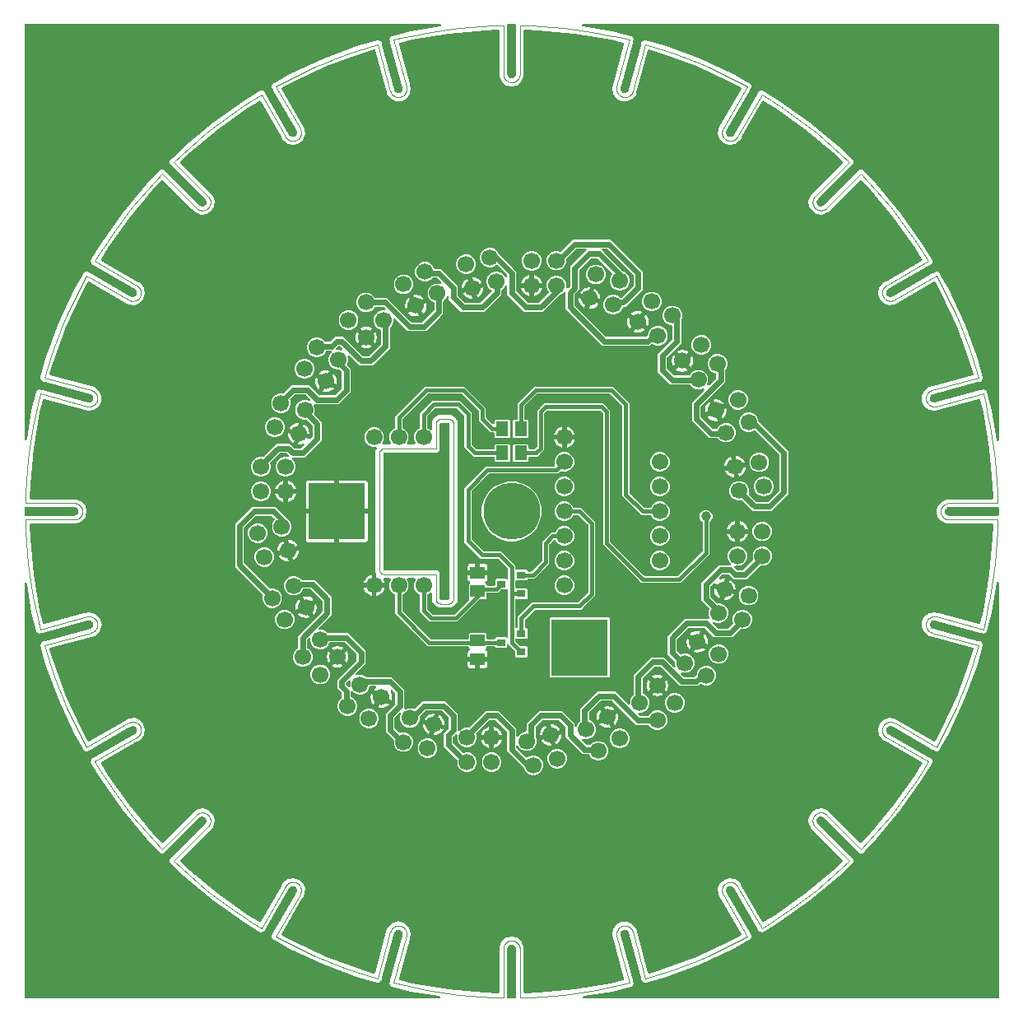
<source format=gtl>
G04 EAGLE Gerber RS-274X export*
G75*
%MOMM*%
%FSLAX34Y34*%
%LPD*%
%INTop_Copper*%
%IPPOS*%
%AMOC8*
5,1,8,0,0,1.08239X$1,22.5*%
G01*
%ADD10C,0.000000*%
%ADD11C,1.700000*%
%ADD12C,5.842000*%
%ADD13R,5.842000X5.842000*%
%ADD14R,1.300000X1.500000*%
%ADD15R,0.900000X0.800000*%
%ADD16R,1.500000X1.300000*%
%ADD17C,0.406400*%
%ADD18C,1.006400*%
%ADD19C,0.609600*%

G36*
X527150Y4740D02*
X527150Y4740D01*
X527169Y4744D01*
X527222Y4745D01*
X564612Y8230D01*
X564634Y8235D01*
X564708Y8243D01*
X601726Y14554D01*
X601744Y14559D01*
X601797Y14568D01*
X614809Y17558D01*
X614943Y17606D01*
X615076Y17651D01*
X615091Y17661D01*
X615108Y17667D01*
X615225Y17747D01*
X615343Y17824D01*
X615355Y17837D01*
X615370Y17847D01*
X615462Y17954D01*
X615559Y18058D01*
X615567Y18074D01*
X615579Y18087D01*
X615642Y18213D01*
X615709Y18338D01*
X615714Y18355D01*
X615721Y18371D01*
X615752Y18510D01*
X615786Y18647D01*
X615785Y18665D01*
X615789Y18682D01*
X615784Y18824D01*
X615783Y18965D01*
X615778Y18989D01*
X615777Y19000D01*
X615772Y19018D01*
X615751Y19123D01*
X603688Y64143D01*
X603518Y64779D01*
X604584Y70415D01*
X607990Y75030D01*
X613061Y77710D01*
X618793Y77924D01*
X624050Y75631D01*
X627791Y71283D01*
X627961Y70647D01*
X627962Y70647D01*
X640024Y25627D01*
X640078Y25496D01*
X640128Y25363D01*
X640138Y25349D01*
X640145Y25333D01*
X640229Y25219D01*
X640310Y25103D01*
X640324Y25091D01*
X640334Y25077D01*
X640444Y24988D01*
X640552Y24896D01*
X640568Y24888D01*
X640581Y24877D01*
X640710Y24818D01*
X640837Y24756D01*
X640854Y24752D01*
X640870Y24745D01*
X641010Y24720D01*
X641148Y24691D01*
X641166Y24691D01*
X641183Y24688D01*
X641324Y24698D01*
X641466Y24705D01*
X641490Y24711D01*
X641500Y24711D01*
X641519Y24717D01*
X641623Y24742D01*
X654386Y28660D01*
X654404Y28667D01*
X654455Y28683D01*
X689669Y41726D01*
X689688Y41736D01*
X689758Y41763D01*
X723881Y57440D01*
X723897Y57450D01*
X723946Y57472D01*
X735741Y63728D01*
X735857Y63809D01*
X735975Y63887D01*
X735987Y63900D01*
X736001Y63911D01*
X736093Y64018D01*
X736188Y64124D01*
X736196Y64139D01*
X736208Y64152D01*
X736270Y64280D01*
X736336Y64405D01*
X736340Y64422D01*
X736347Y64438D01*
X736376Y64577D01*
X736409Y64715D01*
X736408Y64732D01*
X736412Y64750D01*
X736405Y64891D01*
X736402Y65033D01*
X736398Y65050D01*
X736397Y65067D01*
X736355Y65203D01*
X736317Y65339D01*
X736306Y65361D01*
X736303Y65371D01*
X736293Y65388D01*
X736246Y65483D01*
X713911Y104168D01*
X712613Y106417D01*
X712184Y112137D01*
X714280Y117476D01*
X716626Y119653D01*
X718484Y121377D01*
X723965Y123068D01*
X729636Y122213D01*
X734375Y118982D01*
X735809Y116498D01*
X736914Y114585D01*
X758009Y78048D01*
X758076Y77959D01*
X758123Y77885D01*
X758145Y77865D01*
X758177Y77820D01*
X758190Y77809D01*
X758201Y77795D01*
X758313Y77706D01*
X758319Y77701D01*
X758355Y77667D01*
X758367Y77661D01*
X758421Y77616D01*
X758437Y77608D01*
X758450Y77597D01*
X758580Y77540D01*
X758708Y77478D01*
X758725Y77475D01*
X758741Y77468D01*
X758881Y77444D01*
X759020Y77417D01*
X759037Y77418D01*
X759054Y77415D01*
X759196Y77426D01*
X759337Y77434D01*
X759354Y77440D01*
X759371Y77441D01*
X759436Y77463D01*
X759441Y77464D01*
X759464Y77473D01*
X759506Y77488D01*
X759640Y77530D01*
X759661Y77542D01*
X759672Y77545D01*
X759688Y77556D01*
X759727Y77577D01*
X759737Y77581D01*
X759744Y77587D01*
X759782Y77607D01*
X771097Y84694D01*
X771112Y84707D01*
X771157Y84735D01*
X801795Y106447D01*
X801811Y106462D01*
X801872Y106506D01*
X830775Y130481D01*
X830788Y130495D01*
X830829Y130528D01*
X840604Y139623D01*
X840695Y139732D01*
X840788Y139838D01*
X840796Y139854D01*
X840807Y139867D01*
X840869Y139996D01*
X840933Y140122D01*
X840937Y140139D01*
X840944Y140155D01*
X840972Y140294D01*
X841003Y140432D01*
X841002Y140449D01*
X841005Y140467D01*
X840997Y140608D01*
X840993Y140750D01*
X840988Y140767D01*
X840987Y140784D01*
X840944Y140919D01*
X840904Y141055D01*
X840896Y141070D01*
X840890Y141087D01*
X840815Y141207D01*
X840743Y141329D01*
X840727Y141347D01*
X840721Y141356D01*
X840707Y141370D01*
X840636Y141450D01*
X810803Y171283D01*
X809241Y172845D01*
X808755Y173331D01*
X807679Y174407D01*
X807213Y174873D01*
X805319Y180287D01*
X805961Y185986D01*
X806703Y187168D01*
X806704Y187168D01*
X806704Y187169D01*
X807501Y188438D01*
X808299Y189707D01*
X809012Y190843D01*
X813869Y193894D01*
X819568Y194536D01*
X824982Y192642D01*
X825448Y192177D01*
X825448Y192176D01*
X858405Y159219D01*
X858517Y159132D01*
X858626Y159043D01*
X858642Y159035D01*
X858656Y159024D01*
X858786Y158968D01*
X858915Y158908D01*
X858932Y158905D01*
X858948Y158898D01*
X859088Y158876D01*
X859227Y158850D01*
X859245Y158851D01*
X859262Y158848D01*
X859403Y158862D01*
X859545Y158871D01*
X859561Y158876D01*
X859579Y158878D01*
X859712Y158926D01*
X859847Y158970D01*
X859862Y158980D01*
X859878Y158986D01*
X859995Y159065D01*
X860115Y159142D01*
X860132Y159158D01*
X860141Y159164D01*
X860154Y159179D01*
X860232Y159252D01*
X869327Y169027D01*
X869338Y169042D01*
X869375Y169081D01*
X893349Y197984D01*
X893361Y198002D01*
X893408Y198060D01*
X915121Y228699D01*
X915130Y228716D01*
X915153Y228747D01*
X915157Y228752D01*
X915158Y228755D01*
X915161Y228759D01*
X922249Y240074D01*
X922308Y240202D01*
X922372Y240330D01*
X922375Y240347D01*
X922383Y240363D01*
X922408Y240502D01*
X922438Y240641D01*
X922437Y240658D01*
X922440Y240675D01*
X922431Y240816D01*
X922425Y240958D01*
X922420Y240975D01*
X922419Y240993D01*
X922374Y241127D01*
X922333Y241263D01*
X922324Y241278D01*
X922319Y241295D01*
X922242Y241414D01*
X922169Y241535D01*
X922156Y241547D01*
X922147Y241562D01*
X922043Y241659D01*
X921942Y241758D01*
X921922Y241771D01*
X921914Y241779D01*
X921897Y241788D01*
X921808Y241847D01*
X885270Y262942D01*
X883874Y263748D01*
X881443Y265151D01*
X881443Y265152D01*
X880873Y265481D01*
X877642Y270220D01*
X876787Y275891D01*
X878478Y281372D01*
X882379Y285576D01*
X887718Y287672D01*
X893438Y287243D01*
X894739Y286492D01*
X934373Y263609D01*
X934504Y263554D01*
X934632Y263496D01*
X934650Y263493D01*
X934666Y263486D01*
X934806Y263465D01*
X934945Y263441D01*
X934963Y263442D01*
X934980Y263440D01*
X935122Y263454D01*
X935263Y263465D01*
X935279Y263471D01*
X935297Y263473D01*
X935430Y263522D01*
X935564Y263568D01*
X935578Y263577D01*
X935595Y263584D01*
X935711Y263664D01*
X935830Y263742D01*
X935842Y263755D01*
X935856Y263765D01*
X935948Y263872D01*
X936044Y263977D01*
X936057Y263997D01*
X936064Y264006D01*
X936073Y264023D01*
X936128Y264114D01*
X942384Y275909D01*
X942391Y275927D01*
X942416Y275974D01*
X958093Y310098D01*
X958100Y310118D01*
X958130Y310187D01*
X971173Y345401D01*
X971178Y345420D01*
X971196Y345469D01*
X975114Y358233D01*
X975138Y358372D01*
X975166Y358512D01*
X975165Y358529D01*
X975168Y358547D01*
X975157Y358688D01*
X975150Y358829D01*
X975144Y358846D01*
X975143Y358864D01*
X975097Y358998D01*
X975055Y359133D01*
X975046Y359148D01*
X975040Y359164D01*
X974962Y359283D01*
X974888Y359403D01*
X974875Y359415D01*
X974865Y359430D01*
X974760Y359526D01*
X974658Y359624D01*
X974643Y359632D01*
X974630Y359644D01*
X974505Y359710D01*
X974381Y359780D01*
X974358Y359788D01*
X974349Y359793D01*
X974330Y359797D01*
X974229Y359832D01*
X933476Y370751D01*
X931342Y371323D01*
X931272Y371341D01*
X929208Y371894D01*
X929208Y371895D01*
X928572Y372065D01*
X924224Y375806D01*
X921931Y381063D01*
X922145Y386795D01*
X924825Y391866D01*
X929440Y395272D01*
X935076Y396338D01*
X935712Y396168D01*
X937977Y395561D01*
X939980Y395025D01*
X939980Y395024D01*
X980733Y384104D01*
X980874Y384085D01*
X981013Y384062D01*
X981031Y384063D01*
X981048Y384061D01*
X981189Y384077D01*
X981330Y384090D01*
X981347Y384095D01*
X981364Y384097D01*
X981495Y384148D01*
X981630Y384195D01*
X981645Y384205D01*
X981661Y384211D01*
X981776Y384293D01*
X981894Y384372D01*
X981906Y384385D01*
X981920Y384396D01*
X982011Y384503D01*
X982106Y384609D01*
X982114Y384625D01*
X982126Y384638D01*
X982187Y384765D01*
X982253Y384892D01*
X982259Y384915D01*
X982264Y384925D01*
X982268Y384944D01*
X982298Y385046D01*
X985288Y398058D01*
X985290Y398078D01*
X985302Y398129D01*
X991613Y435148D01*
X991614Y435169D01*
X991625Y435243D01*
X995110Y472633D01*
X995109Y472652D01*
X995113Y472671D01*
X995112Y472681D01*
X995115Y472706D01*
X995595Y486048D01*
X995582Y486190D01*
X995574Y486331D01*
X995568Y486348D01*
X995567Y486365D01*
X995519Y486499D01*
X995475Y486633D01*
X995466Y486648D01*
X995460Y486665D01*
X995381Y486782D01*
X995305Y486902D01*
X995293Y486914D01*
X995283Y486929D01*
X995177Y487023D01*
X995074Y487120D01*
X995058Y487129D01*
X995045Y487140D01*
X994919Y487205D01*
X994795Y487274D01*
X994778Y487278D01*
X994763Y487286D01*
X994625Y487318D01*
X994487Y487353D01*
X994463Y487355D01*
X994453Y487357D01*
X994433Y487356D01*
X994327Y487363D01*
X947060Y487363D01*
X941893Y489852D01*
X938316Y494336D01*
X937040Y499928D01*
X938316Y505520D01*
X941893Y510004D01*
X947060Y512493D01*
X994327Y512493D01*
X994467Y512510D01*
X994608Y512524D01*
X994625Y512530D01*
X994642Y512533D01*
X994774Y512585D01*
X994907Y512633D01*
X994921Y512643D01*
X994938Y512650D01*
X995052Y512733D01*
X995169Y512813D01*
X995181Y512826D01*
X995195Y512836D01*
X995285Y512945D01*
X995379Y513052D01*
X995387Y513068D01*
X995398Y513081D01*
X995458Y513209D01*
X995522Y513336D01*
X995526Y513353D01*
X995533Y513369D01*
X995560Y513508D01*
X995591Y513647D01*
X995591Y513671D01*
X995593Y513681D01*
X995592Y513701D01*
X995595Y513808D01*
X995115Y527150D01*
X995112Y527169D01*
X995110Y527222D01*
X991625Y564612D01*
X991621Y564634D01*
X991613Y564708D01*
X985302Y601726D01*
X985296Y601744D01*
X985288Y601797D01*
X982298Y614809D01*
X982250Y614942D01*
X982205Y615076D01*
X982195Y615091D01*
X982189Y615108D01*
X982109Y615225D01*
X982032Y615343D01*
X982019Y615355D01*
X982009Y615370D01*
X981902Y615463D01*
X981798Y615559D01*
X981782Y615567D01*
X981769Y615579D01*
X981642Y615642D01*
X981518Y615709D01*
X981501Y615714D01*
X981485Y615721D01*
X981346Y615752D01*
X981209Y615786D01*
X981191Y615785D01*
X981174Y615789D01*
X981032Y615784D01*
X980891Y615783D01*
X980867Y615778D01*
X980856Y615777D01*
X980838Y615772D01*
X980733Y615751D01*
X935712Y603688D01*
X935076Y603518D01*
X929440Y604584D01*
X924825Y607990D01*
X922145Y613061D01*
X921931Y618793D01*
X924224Y624050D01*
X928572Y627791D01*
X929208Y627961D01*
X931732Y628638D01*
X933476Y629105D01*
X974229Y640024D01*
X974360Y640078D01*
X974493Y640128D01*
X974507Y640138D01*
X974523Y640145D01*
X974637Y640229D01*
X974753Y640310D01*
X974765Y640324D01*
X974779Y640334D01*
X974868Y640444D01*
X974960Y640552D01*
X974968Y640568D01*
X974979Y640581D01*
X975038Y640710D01*
X975100Y640837D01*
X975104Y640854D01*
X975111Y640870D01*
X975136Y641010D01*
X975165Y641148D01*
X975165Y641166D01*
X975168Y641183D01*
X975158Y641324D01*
X975151Y641466D01*
X975145Y641490D01*
X975145Y641500D01*
X975139Y641519D01*
X975114Y641623D01*
X971196Y654386D01*
X971189Y654404D01*
X971173Y654455D01*
X958130Y689669D01*
X958120Y689688D01*
X958093Y689758D01*
X942416Y723881D01*
X942406Y723897D01*
X942384Y723946D01*
X936128Y735741D01*
X936047Y735857D01*
X935969Y735975D01*
X935956Y735987D01*
X935945Y736001D01*
X935838Y736093D01*
X935732Y736188D01*
X935717Y736196D01*
X935704Y736208D01*
X935576Y736270D01*
X935451Y736336D01*
X935434Y736340D01*
X935418Y736347D01*
X935279Y736376D01*
X935141Y736409D01*
X935124Y736408D01*
X935106Y736412D01*
X934965Y736405D01*
X934823Y736402D01*
X934806Y736398D01*
X934789Y736397D01*
X934654Y736355D01*
X934517Y736317D01*
X934495Y736306D01*
X934485Y736303D01*
X934468Y736293D01*
X934373Y736246D01*
X895962Y714070D01*
X895922Y714047D01*
X895921Y714047D01*
X893438Y712613D01*
X887718Y712184D01*
X882379Y714280D01*
X878478Y718484D01*
X876787Y723965D01*
X877642Y729636D01*
X880873Y734375D01*
X881443Y734704D01*
X881444Y734705D01*
X884277Y736341D01*
X885270Y736914D01*
X921808Y758009D01*
X921920Y758094D01*
X922036Y758177D01*
X922047Y758191D01*
X922061Y758201D01*
X922149Y758312D01*
X922240Y758421D01*
X922248Y758437D01*
X922259Y758450D01*
X922316Y758580D01*
X922378Y758708D01*
X922381Y758725D01*
X922388Y758741D01*
X922412Y758881D01*
X922439Y759020D01*
X922438Y759037D01*
X922441Y759054D01*
X922429Y759196D01*
X922422Y759337D01*
X922416Y759354D01*
X922415Y759371D01*
X922368Y759506D01*
X922325Y759640D01*
X922314Y759661D01*
X922310Y759672D01*
X922300Y759688D01*
X922249Y759782D01*
X915161Y771097D01*
X915149Y771112D01*
X915121Y771157D01*
X893408Y801796D01*
X893393Y801812D01*
X893349Y801872D01*
X869375Y830775D01*
X869360Y830788D01*
X869327Y830829D01*
X860232Y840604D01*
X860123Y840694D01*
X860017Y840788D01*
X860001Y840796D01*
X859988Y840808D01*
X859860Y840869D01*
X859733Y840933D01*
X859716Y840937D01*
X859700Y840944D01*
X859561Y840972D01*
X859423Y841003D01*
X859406Y841002D01*
X859388Y841005D01*
X859247Y840997D01*
X859105Y840993D01*
X859088Y840988D01*
X859071Y840987D01*
X858936Y840944D01*
X858800Y840904D01*
X858785Y840896D01*
X858768Y840890D01*
X858648Y840815D01*
X858526Y840743D01*
X858508Y840727D01*
X858499Y840721D01*
X858485Y840707D01*
X858405Y840637D01*
X828572Y810803D01*
X826524Y808755D01*
X826524Y808754D01*
X825448Y807679D01*
X824982Y807213D01*
X819568Y805319D01*
X813869Y805961D01*
X809012Y809012D01*
X805961Y813869D01*
X805319Y819568D01*
X807213Y824982D01*
X807679Y825448D01*
X809009Y826779D01*
X809241Y827010D01*
X810803Y828572D01*
X840637Y858405D01*
X840723Y858517D01*
X840813Y858627D01*
X840821Y858642D01*
X840831Y858656D01*
X840888Y858786D01*
X840948Y858915D01*
X840951Y858932D01*
X840958Y858948D01*
X840980Y859088D01*
X841006Y859227D01*
X841005Y859245D01*
X841008Y859262D01*
X840994Y859403D01*
X840985Y859545D01*
X840980Y859561D01*
X840978Y859579D01*
X840930Y859713D01*
X840886Y859847D01*
X840876Y859862D01*
X840870Y859878D01*
X840791Y859995D01*
X840714Y860115D01*
X840698Y860132D01*
X840692Y860141D01*
X840677Y860154D01*
X840604Y860232D01*
X830829Y869327D01*
X830814Y869338D01*
X830775Y869375D01*
X801872Y893349D01*
X801854Y893361D01*
X801796Y893408D01*
X771157Y915121D01*
X771140Y915130D01*
X771109Y915153D01*
X771104Y915157D01*
X771101Y915158D01*
X771097Y915161D01*
X759782Y922249D01*
X759654Y922308D01*
X759526Y922372D01*
X759509Y922375D01*
X759493Y922383D01*
X759354Y922408D01*
X759215Y922438D01*
X759198Y922437D01*
X759181Y922440D01*
X759040Y922431D01*
X758898Y922425D01*
X758881Y922420D01*
X758863Y922419D01*
X758729Y922374D01*
X758593Y922333D01*
X758578Y922324D01*
X758561Y922319D01*
X758442Y922242D01*
X758321Y922169D01*
X758309Y922156D01*
X758294Y922147D01*
X758197Y922043D01*
X758098Y921942D01*
X758085Y921922D01*
X758077Y921914D01*
X758068Y921897D01*
X758009Y921808D01*
X736914Y885270D01*
X736108Y883874D01*
X734705Y881443D01*
X734704Y881443D01*
X734375Y880873D01*
X729636Y877642D01*
X723965Y876787D01*
X718484Y878478D01*
X714280Y882379D01*
X712184Y887718D01*
X712613Y893438D01*
X713986Y895817D01*
X736246Y934373D01*
X736301Y934503D01*
X736359Y934632D01*
X736362Y934650D01*
X736369Y934666D01*
X736390Y934806D01*
X736414Y934945D01*
X736413Y934963D01*
X736415Y934980D01*
X736401Y935122D01*
X736390Y935263D01*
X736384Y935279D01*
X736382Y935297D01*
X736333Y935430D01*
X736287Y935564D01*
X736278Y935578D01*
X736272Y935595D01*
X736191Y935711D01*
X736113Y935830D01*
X736100Y935842D01*
X736090Y935856D01*
X735983Y935948D01*
X735878Y936044D01*
X735858Y936057D01*
X735850Y936064D01*
X735832Y936072D01*
X735741Y936128D01*
X723946Y942384D01*
X723928Y942391D01*
X723881Y942416D01*
X689758Y958093D01*
X689737Y958099D01*
X689669Y958130D01*
X654455Y971173D01*
X654436Y971178D01*
X654386Y971196D01*
X641623Y975114D01*
X641483Y975138D01*
X641344Y975166D01*
X641327Y975165D01*
X641309Y975168D01*
X641168Y975157D01*
X641027Y975150D01*
X641010Y975144D01*
X640992Y975143D01*
X640859Y975097D01*
X640723Y975055D01*
X640708Y975046D01*
X640692Y975040D01*
X640573Y974962D01*
X640453Y974888D01*
X640441Y974875D01*
X640426Y974865D01*
X640330Y974760D01*
X640232Y974658D01*
X640224Y974643D01*
X640212Y974630D01*
X640146Y974505D01*
X640076Y974381D01*
X640068Y974358D01*
X640063Y974349D01*
X640059Y974330D01*
X640024Y974229D01*
X629105Y933476D01*
X628533Y931342D01*
X628515Y931272D01*
X628514Y931272D01*
X627962Y929208D01*
X627961Y929208D01*
X627791Y928572D01*
X624050Y924224D01*
X618793Y921931D01*
X613061Y922145D01*
X607990Y924825D01*
X604584Y929440D01*
X603518Y935076D01*
X603688Y935712D01*
X615751Y980733D01*
X615770Y980873D01*
X615793Y981013D01*
X615792Y981031D01*
X615794Y981048D01*
X615778Y981189D01*
X615765Y981330D01*
X615760Y981346D01*
X615758Y981364D01*
X615707Y981496D01*
X615660Y981630D01*
X615650Y981644D01*
X615644Y981661D01*
X615562Y981776D01*
X615483Y981894D01*
X615470Y981906D01*
X615460Y981920D01*
X615351Y982012D01*
X615246Y982106D01*
X615230Y982114D01*
X615217Y982126D01*
X615089Y982187D01*
X614963Y982252D01*
X614940Y982259D01*
X614931Y982264D01*
X614912Y982268D01*
X614809Y982298D01*
X601797Y985288D01*
X601778Y985290D01*
X601726Y985302D01*
X564708Y991613D01*
X564686Y991614D01*
X564612Y991625D01*
X527222Y995110D01*
X527204Y995109D01*
X527185Y995113D01*
X527174Y995112D01*
X527150Y995115D01*
X513808Y995595D01*
X513666Y995582D01*
X513525Y995573D01*
X513508Y995568D01*
X513491Y995567D01*
X513357Y995519D01*
X513223Y995475D01*
X513208Y995466D01*
X513191Y995460D01*
X513074Y995381D01*
X512954Y995305D01*
X512942Y995292D01*
X512927Y995283D01*
X512833Y995177D01*
X512736Y995074D01*
X512727Y995058D01*
X512716Y995045D01*
X512651Y994919D01*
X512582Y994795D01*
X512578Y994778D01*
X512570Y994763D01*
X512538Y994625D01*
X512503Y994487D01*
X512501Y994463D01*
X512499Y994453D01*
X512500Y994433D01*
X512493Y994327D01*
X512493Y947060D01*
X510004Y941893D01*
X505520Y938316D01*
X499928Y937040D01*
X494336Y938316D01*
X489852Y941893D01*
X487363Y947060D01*
X487363Y994327D01*
X487346Y994467D01*
X487332Y994608D01*
X487326Y994625D01*
X487323Y994642D01*
X487271Y994774D01*
X487223Y994907D01*
X487213Y994921D01*
X487206Y994938D01*
X487123Y995052D01*
X487043Y995169D01*
X487030Y995181D01*
X487020Y995195D01*
X486910Y995286D01*
X486804Y995379D01*
X486788Y995387D01*
X486775Y995398D01*
X486646Y995458D01*
X486520Y995522D01*
X486503Y995526D01*
X486487Y995533D01*
X486348Y995560D01*
X486209Y995591D01*
X486185Y995591D01*
X486175Y995593D01*
X486155Y995592D01*
X486048Y995595D01*
X472706Y995115D01*
X472687Y995112D01*
X472633Y995110D01*
X435243Y991625D01*
X435222Y991621D01*
X435148Y991613D01*
X398129Y985302D01*
X398111Y985296D01*
X398058Y985288D01*
X385046Y982298D01*
X384913Y982250D01*
X384779Y982205D01*
X384764Y982195D01*
X384747Y982189D01*
X384631Y982109D01*
X384512Y982032D01*
X384500Y982019D01*
X384485Y982009D01*
X384392Y981902D01*
X384296Y981798D01*
X384288Y981782D01*
X384276Y981769D01*
X384212Y981642D01*
X384146Y981518D01*
X384142Y981501D01*
X384134Y981485D01*
X384103Y981346D01*
X384070Y981209D01*
X384070Y981191D01*
X384066Y981174D01*
X384071Y981032D01*
X384072Y980891D01*
X384077Y980867D01*
X384078Y980856D01*
X384083Y980838D01*
X384104Y980733D01*
X395024Y939980D01*
X395596Y937846D01*
X395664Y937595D01*
X396168Y935712D01*
X396338Y935076D01*
X395272Y929440D01*
X391866Y924825D01*
X386795Y922145D01*
X381063Y921931D01*
X375806Y924224D01*
X372065Y928572D01*
X371895Y929208D01*
X371218Y931732D01*
X370751Y933476D01*
X359832Y974229D01*
X359778Y974360D01*
X359728Y974493D01*
X359718Y974507D01*
X359711Y974523D01*
X359627Y974637D01*
X359546Y974753D01*
X359532Y974765D01*
X359522Y974779D01*
X359412Y974868D01*
X359304Y974960D01*
X359288Y974968D01*
X359275Y974979D01*
X359146Y975038D01*
X359019Y975100D01*
X359002Y975104D01*
X358986Y975111D01*
X358846Y975137D01*
X358708Y975166D01*
X358690Y975165D01*
X358673Y975168D01*
X358532Y975158D01*
X358390Y975151D01*
X358366Y975146D01*
X358356Y975145D01*
X358337Y975139D01*
X358233Y975114D01*
X345469Y971196D01*
X345452Y971189D01*
X345401Y971173D01*
X310187Y958130D01*
X310167Y958120D01*
X310098Y958093D01*
X275974Y942416D01*
X275958Y942406D01*
X275909Y942384D01*
X264114Y936128D01*
X263998Y936047D01*
X263880Y935969D01*
X263868Y935956D01*
X263854Y935945D01*
X263762Y935838D01*
X263667Y935732D01*
X263659Y935717D01*
X263647Y935704D01*
X263585Y935576D01*
X263519Y935451D01*
X263515Y935434D01*
X263508Y935418D01*
X263479Y935279D01*
X263446Y935141D01*
X263447Y935124D01*
X263443Y935106D01*
X263450Y934964D01*
X263453Y934823D01*
X263457Y934806D01*
X263458Y934789D01*
X263500Y934653D01*
X263538Y934517D01*
X263549Y934495D01*
X263552Y934485D01*
X263562Y934468D01*
X263609Y934373D01*
X286362Y894963D01*
X287243Y893438D01*
X287672Y887718D01*
X285576Y882379D01*
X283568Y880516D01*
X281372Y878478D01*
X275891Y876787D01*
X270220Y877642D01*
X265481Y880873D01*
X265152Y881443D01*
X265151Y881444D01*
X263515Y884277D01*
X262942Y885270D01*
X241847Y921808D01*
X241762Y921920D01*
X241679Y922036D01*
X241665Y922047D01*
X241655Y922061D01*
X241544Y922149D01*
X241435Y922240D01*
X241419Y922248D01*
X241406Y922259D01*
X241276Y922317D01*
X241148Y922378D01*
X241131Y922381D01*
X241115Y922388D01*
X240975Y922412D01*
X240836Y922439D01*
X240819Y922438D01*
X240802Y922441D01*
X240660Y922429D01*
X240519Y922422D01*
X240502Y922416D01*
X240485Y922415D01*
X240350Y922368D01*
X240216Y922325D01*
X240195Y922314D01*
X240184Y922310D01*
X240168Y922300D01*
X240074Y922249D01*
X228759Y915161D01*
X228744Y915149D01*
X228699Y915121D01*
X198060Y893408D01*
X198044Y893393D01*
X197984Y893349D01*
X169081Y869375D01*
X169068Y869360D01*
X169027Y869327D01*
X168775Y869093D01*
X168775Y869092D01*
X167411Y867823D01*
X166047Y866554D01*
X164683Y865285D01*
X161955Y862746D01*
X159252Y860232D01*
X159162Y860123D01*
X159068Y860017D01*
X159060Y860001D01*
X159048Y859988D01*
X158988Y859860D01*
X158923Y859733D01*
X158919Y859716D01*
X158912Y859700D01*
X158884Y859561D01*
X158853Y859423D01*
X158854Y859406D01*
X158851Y859388D01*
X158859Y859247D01*
X158863Y859105D01*
X158868Y859088D01*
X158869Y859071D01*
X158912Y858936D01*
X158951Y858800D01*
X158960Y858785D01*
X158966Y858768D01*
X159041Y858648D01*
X159113Y858526D01*
X159129Y858508D01*
X159135Y858499D01*
X159149Y858485D01*
X159158Y858475D01*
X159158Y858474D01*
X159159Y858473D01*
X159219Y858405D01*
X189052Y828572D01*
X192642Y824982D01*
X194536Y819568D01*
X193894Y813869D01*
X190843Y809012D01*
X185986Y805961D01*
X180287Y805319D01*
X174873Y807213D01*
X174407Y807679D01*
X173076Y809009D01*
X171283Y810803D01*
X141450Y840636D01*
X141339Y840723D01*
X141229Y840813D01*
X141213Y840821D01*
X141199Y840831D01*
X141069Y840888D01*
X140940Y840948D01*
X140923Y840951D01*
X140907Y840958D01*
X140767Y840980D01*
X140628Y841006D01*
X140610Y841005D01*
X140593Y841008D01*
X140452Y840994D01*
X140310Y840985D01*
X140294Y840979D01*
X140276Y840978D01*
X140143Y840930D01*
X140008Y840886D01*
X139993Y840876D01*
X139977Y840870D01*
X139859Y840790D01*
X139740Y840714D01*
X139723Y840698D01*
X139714Y840692D01*
X139701Y840677D01*
X139623Y840604D01*
X130528Y830829D01*
X130517Y830814D01*
X130481Y830775D01*
X106506Y801872D01*
X106494Y801854D01*
X106447Y801795D01*
X84735Y771157D01*
X84726Y771140D01*
X84712Y771122D01*
X84707Y771115D01*
X84706Y771112D01*
X84703Y771109D01*
X84699Y771104D01*
X84698Y771101D01*
X84694Y771097D01*
X77607Y759782D01*
X77548Y759653D01*
X77484Y759526D01*
X77481Y759509D01*
X77473Y759493D01*
X77448Y759354D01*
X77418Y759215D01*
X77419Y759198D01*
X77416Y759181D01*
X77425Y759040D01*
X77431Y758898D01*
X77436Y758881D01*
X77437Y758863D01*
X77482Y758729D01*
X77523Y758593D01*
X77532Y758578D01*
X77537Y758561D01*
X77614Y758442D01*
X77687Y758321D01*
X77700Y758309D01*
X77709Y758294D01*
X77813Y758197D01*
X77914Y758098D01*
X77934Y758085D01*
X77942Y758077D01*
X77959Y758068D01*
X78048Y758009D01*
X114585Y736914D01*
X116498Y735809D01*
X118982Y734375D01*
X122213Y729636D01*
X123068Y723965D01*
X121377Y718484D01*
X117476Y714280D01*
X112137Y712184D01*
X106417Y712613D01*
X104333Y713816D01*
X104333Y713817D01*
X65483Y736246D01*
X65353Y736301D01*
X65224Y736359D01*
X65206Y736362D01*
X65190Y736369D01*
X65050Y736390D01*
X64911Y736414D01*
X64893Y736413D01*
X64876Y736415D01*
X64734Y736401D01*
X64593Y736390D01*
X64577Y736384D01*
X64559Y736382D01*
X64426Y736333D01*
X64292Y736287D01*
X64278Y736278D01*
X64261Y736272D01*
X64145Y736191D01*
X64026Y736113D01*
X64015Y736100D01*
X64000Y736090D01*
X63907Y735983D01*
X63812Y735878D01*
X63799Y735858D01*
X63792Y735850D01*
X63783Y735832D01*
X63728Y735741D01*
X57472Y723946D01*
X57465Y723928D01*
X57440Y723881D01*
X41763Y689758D01*
X41757Y689737D01*
X41726Y689669D01*
X28683Y654455D01*
X28678Y654436D01*
X28660Y654386D01*
X24742Y641623D01*
X24718Y641483D01*
X24690Y641344D01*
X24691Y641327D01*
X24688Y641309D01*
X24699Y641168D01*
X24706Y641027D01*
X24712Y641010D01*
X24713Y640992D01*
X24759Y640859D01*
X24801Y640723D01*
X24810Y640708D01*
X24816Y640692D01*
X24893Y640574D01*
X24968Y640453D01*
X24981Y640440D01*
X24991Y640426D01*
X25095Y640331D01*
X25198Y640232D01*
X25213Y640224D01*
X25226Y640212D01*
X25351Y640146D01*
X25475Y640076D01*
X25498Y640068D01*
X25507Y640063D01*
X25526Y640059D01*
X25627Y640024D01*
X70646Y627962D01*
X70647Y627961D01*
X71283Y627791D01*
X75631Y624050D01*
X77924Y618793D01*
X77710Y613061D01*
X75030Y607990D01*
X70415Y604584D01*
X64779Y603518D01*
X64143Y603688D01*
X19123Y615751D01*
X18983Y615770D01*
X18843Y615793D01*
X18825Y615792D01*
X18808Y615794D01*
X18667Y615778D01*
X18526Y615765D01*
X18510Y615760D01*
X18492Y615758D01*
X18360Y615707D01*
X18226Y615660D01*
X18211Y615650D01*
X18195Y615644D01*
X18080Y615562D01*
X17962Y615483D01*
X17950Y615470D01*
X17936Y615460D01*
X17844Y615351D01*
X17750Y615246D01*
X17742Y615230D01*
X17730Y615217D01*
X17669Y615089D01*
X17603Y614963D01*
X17597Y614940D01*
X17592Y614930D01*
X17588Y614912D01*
X17558Y614809D01*
X14568Y601797D01*
X14566Y601778D01*
X14554Y601726D01*
X8243Y564708D01*
X8242Y564686D01*
X8230Y564612D01*
X4745Y527222D01*
X4746Y527203D01*
X4740Y527150D01*
X4260Y513808D01*
X4273Y513666D01*
X4282Y513525D01*
X4287Y513508D01*
X4289Y513491D01*
X4336Y513357D01*
X4380Y513223D01*
X4389Y513208D01*
X4395Y513191D01*
X4474Y513074D01*
X4550Y512954D01*
X4563Y512942D01*
X4572Y512927D01*
X4678Y512833D01*
X4781Y512736D01*
X4797Y512727D01*
X4810Y512716D01*
X4936Y512651D01*
X5060Y512582D01*
X5077Y512578D01*
X5092Y512570D01*
X5231Y512538D01*
X5368Y512503D01*
X5392Y512501D01*
X5402Y512499D01*
X5422Y512500D01*
X5528Y512493D01*
X52796Y512493D01*
X57963Y510004D01*
X61540Y505520D01*
X62816Y499928D01*
X61540Y494336D01*
X57963Y489852D01*
X52796Y487363D01*
X5528Y487363D01*
X5388Y487346D01*
X5247Y487332D01*
X5230Y487326D01*
X5213Y487323D01*
X5081Y487271D01*
X4948Y487223D01*
X4934Y487213D01*
X4917Y487206D01*
X4803Y487123D01*
X4686Y487043D01*
X4674Y487030D01*
X4660Y487020D01*
X4569Y486910D01*
X4476Y486804D01*
X4468Y486788D01*
X4457Y486775D01*
X4397Y486646D01*
X4333Y486520D01*
X4329Y486503D01*
X4322Y486487D01*
X4295Y486348D01*
X4264Y486209D01*
X4264Y486185D01*
X4262Y486175D01*
X4263Y486155D01*
X4260Y486048D01*
X4740Y472706D01*
X4744Y472687D01*
X4745Y472633D01*
X8230Y435243D01*
X8235Y435222D01*
X8243Y435148D01*
X14554Y398129D01*
X14559Y398111D01*
X14568Y398058D01*
X17558Y385046D01*
X17606Y384913D01*
X17651Y384779D01*
X17661Y384764D01*
X17667Y384747D01*
X17748Y384630D01*
X17824Y384512D01*
X17837Y384500D01*
X17847Y384485D01*
X17954Y384392D01*
X18058Y384296D01*
X18074Y384288D01*
X18087Y384276D01*
X18214Y384213D01*
X18338Y384146D01*
X18355Y384142D01*
X18371Y384134D01*
X18510Y384103D01*
X18647Y384070D01*
X18665Y384070D01*
X18682Y384066D01*
X18824Y384071D01*
X18965Y384072D01*
X18989Y384077D01*
X19000Y384078D01*
X19018Y384083D01*
X19123Y384104D01*
X59875Y395024D01*
X59875Y395025D01*
X62009Y395596D01*
X62456Y395716D01*
X64142Y396168D01*
X64143Y396168D01*
X65261Y396468D01*
X71765Y394725D01*
X76526Y389964D01*
X78269Y383460D01*
X76526Y376955D01*
X71765Y372194D01*
X70647Y371895D01*
X25627Y359832D01*
X25496Y359778D01*
X25363Y359728D01*
X25349Y359718D01*
X25333Y359711D01*
X25219Y359627D01*
X25103Y359546D01*
X25091Y359532D01*
X25077Y359522D01*
X24988Y359412D01*
X24896Y359304D01*
X24888Y359288D01*
X24877Y359275D01*
X24818Y359146D01*
X24756Y359019D01*
X24752Y359002D01*
X24745Y358986D01*
X24720Y358846D01*
X24690Y358708D01*
X24691Y358690D01*
X24688Y358673D01*
X24698Y358532D01*
X24705Y358390D01*
X24710Y358366D01*
X24711Y358356D01*
X24717Y358337D01*
X24742Y358233D01*
X28660Y345469D01*
X28667Y345452D01*
X28683Y345401D01*
X41726Y310187D01*
X41736Y310167D01*
X41763Y310098D01*
X57440Y275974D01*
X57450Y275958D01*
X57472Y275909D01*
X63728Y264114D01*
X63809Y263999D01*
X63887Y263880D01*
X63900Y263868D01*
X63911Y263854D01*
X64018Y263762D01*
X64124Y263667D01*
X64139Y263659D01*
X64152Y263647D01*
X64280Y263585D01*
X64405Y263519D01*
X64422Y263515D01*
X64438Y263508D01*
X64577Y263479D01*
X64715Y263446D01*
X64732Y263447D01*
X64750Y263443D01*
X64891Y263450D01*
X65033Y263453D01*
X65050Y263457D01*
X65067Y263458D01*
X65203Y263500D01*
X65339Y263538D01*
X65361Y263549D01*
X65371Y263552D01*
X65388Y263562D01*
X65483Y263609D01*
X102020Y284704D01*
X103934Y285809D01*
X106417Y287243D01*
X112137Y287672D01*
X117476Y285576D01*
X121377Y281372D01*
X123068Y275891D01*
X122213Y270220D01*
X118982Y265481D01*
X116499Y264047D01*
X116498Y264047D01*
X114585Y262942D01*
X78048Y241847D01*
X77935Y241761D01*
X77820Y241679D01*
X77809Y241666D01*
X77795Y241655D01*
X77706Y241543D01*
X77616Y241435D01*
X77608Y241419D01*
X77597Y241406D01*
X77540Y241276D01*
X77478Y241148D01*
X77475Y241131D01*
X77468Y241115D01*
X77444Y240975D01*
X77417Y240836D01*
X77418Y240819D01*
X77415Y240802D01*
X77426Y240660D01*
X77434Y240519D01*
X77440Y240502D01*
X77441Y240485D01*
X77488Y240350D01*
X77530Y240216D01*
X77542Y240195D01*
X77545Y240184D01*
X77556Y240168D01*
X77607Y240074D01*
X84694Y228759D01*
X84707Y228744D01*
X84735Y228699D01*
X106447Y198061D01*
X106462Y198045D01*
X106506Y197984D01*
X130481Y169081D01*
X130495Y169068D01*
X130528Y169027D01*
X139623Y159252D01*
X139732Y159161D01*
X139838Y159068D01*
X139854Y159060D01*
X139867Y159048D01*
X139995Y158987D01*
X140122Y158923D01*
X140139Y158919D01*
X140155Y158912D01*
X140294Y158884D01*
X140432Y158853D01*
X140449Y158854D01*
X140467Y158851D01*
X140608Y158859D01*
X140750Y158863D01*
X140767Y158868D01*
X140784Y158869D01*
X140919Y158912D01*
X141055Y158952D01*
X141070Y158960D01*
X141087Y158966D01*
X141207Y159041D01*
X141329Y159113D01*
X141347Y159129D01*
X141356Y159135D01*
X141370Y159149D01*
X141450Y159219D01*
X172845Y190614D01*
X173422Y191192D01*
X174407Y192176D01*
X175225Y192995D01*
X181730Y194738D01*
X188234Y192995D01*
X192995Y188234D01*
X194738Y181730D01*
X192995Y175225D01*
X159219Y141450D01*
X159132Y141338D01*
X159043Y141229D01*
X159035Y141213D01*
X159025Y141199D01*
X158968Y141069D01*
X158908Y140940D01*
X158905Y140923D01*
X158898Y140907D01*
X158876Y140767D01*
X158850Y140628D01*
X158851Y140610D01*
X158848Y140593D01*
X158862Y140452D01*
X158871Y140310D01*
X158876Y140294D01*
X158878Y140276D01*
X158926Y140143D01*
X158970Y140008D01*
X158980Y139993D01*
X158986Y139977D01*
X159065Y139859D01*
X159142Y139740D01*
X159158Y139723D01*
X159164Y139714D01*
X159179Y139701D01*
X159252Y139623D01*
X169027Y130528D01*
X169042Y130517D01*
X169081Y130481D01*
X197984Y106506D01*
X198002Y106494D01*
X198061Y106447D01*
X228699Y84735D01*
X228716Y84725D01*
X228759Y84694D01*
X240074Y77607D01*
X240193Y77552D01*
X240262Y77514D01*
X240279Y77510D01*
X240330Y77484D01*
X240347Y77481D01*
X240363Y77473D01*
X240502Y77448D01*
X240641Y77418D01*
X240658Y77419D01*
X240675Y77416D01*
X240816Y77425D01*
X240958Y77431D01*
X240975Y77436D01*
X240993Y77437D01*
X241127Y77482D01*
X241263Y77523D01*
X241278Y77532D01*
X241295Y77537D01*
X241359Y77579D01*
X241365Y77581D01*
X241384Y77595D01*
X241414Y77614D01*
X241535Y77687D01*
X241547Y77700D01*
X241562Y77709D01*
X241605Y77755D01*
X241623Y77768D01*
X241667Y77821D01*
X241758Y77914D01*
X241771Y77934D01*
X241779Y77942D01*
X241788Y77959D01*
X241816Y78002D01*
X241826Y78013D01*
X241830Y78022D01*
X241847Y78048D01*
X262942Y114585D01*
X264047Y116498D01*
X265481Y118982D01*
X270220Y122213D01*
X275891Y123068D01*
X281372Y121377D01*
X285576Y117476D01*
X287672Y112137D01*
X287243Y106417D01*
X285809Y103934D01*
X285809Y103933D01*
X284705Y102021D01*
X284704Y102020D01*
X263609Y65483D01*
X263555Y65353D01*
X263496Y65224D01*
X263493Y65206D01*
X263486Y65190D01*
X263465Y65050D01*
X263441Y64911D01*
X263442Y64893D01*
X263440Y64876D01*
X263454Y64734D01*
X263465Y64593D01*
X263471Y64577D01*
X263473Y64559D01*
X263522Y64426D01*
X263568Y64292D01*
X263577Y64278D01*
X263584Y64261D01*
X263664Y64145D01*
X263742Y64026D01*
X263755Y64014D01*
X263765Y64000D01*
X263872Y63908D01*
X263977Y63812D01*
X263998Y63799D01*
X264006Y63792D01*
X264023Y63784D01*
X264114Y63728D01*
X275909Y57472D01*
X275927Y57465D01*
X275974Y57440D01*
X310098Y41763D01*
X310118Y41756D01*
X310187Y41726D01*
X345401Y28683D01*
X345420Y28678D01*
X345469Y28660D01*
X358233Y24742D01*
X358373Y24718D01*
X358512Y24690D01*
X358529Y24691D01*
X358547Y24688D01*
X358688Y24699D01*
X358829Y24706D01*
X358846Y24712D01*
X358864Y24713D01*
X358997Y24759D01*
X359133Y24801D01*
X359148Y24810D01*
X359164Y24816D01*
X359282Y24894D01*
X359403Y24968D01*
X359416Y24981D01*
X359430Y24991D01*
X359526Y25096D01*
X359624Y25198D01*
X359632Y25213D01*
X359644Y25226D01*
X359710Y25351D01*
X359780Y25475D01*
X359788Y25498D01*
X359793Y25507D01*
X359797Y25526D01*
X359832Y25627D01*
X371894Y70647D01*
X371895Y70647D01*
X372194Y71765D01*
X376955Y76526D01*
X383460Y78269D01*
X389964Y76526D01*
X394725Y71765D01*
X396468Y65261D01*
X396168Y64143D01*
X395643Y62183D01*
X395596Y62009D01*
X395025Y59876D01*
X395024Y59875D01*
X384104Y19123D01*
X384085Y18983D01*
X384062Y18843D01*
X384063Y18825D01*
X384061Y18808D01*
X384077Y18667D01*
X384090Y18526D01*
X384095Y18509D01*
X384097Y18492D01*
X384148Y18360D01*
X384195Y18226D01*
X384205Y18211D01*
X384211Y18195D01*
X384293Y18080D01*
X384372Y17962D01*
X384385Y17950D01*
X384396Y17936D01*
X384504Y17844D01*
X384609Y17750D01*
X384625Y17742D01*
X384638Y17730D01*
X384766Y17669D01*
X384892Y17603D01*
X384915Y17597D01*
X384925Y17592D01*
X384944Y17588D01*
X385046Y17558D01*
X398058Y14568D01*
X398078Y14566D01*
X398129Y14554D01*
X435148Y8243D01*
X435169Y8242D01*
X435243Y8230D01*
X472633Y4745D01*
X472652Y4746D01*
X472671Y4742D01*
X472681Y4743D01*
X472706Y4740D01*
X486048Y4260D01*
X486190Y4273D01*
X486331Y4282D01*
X486348Y4287D01*
X486365Y4289D01*
X486499Y4336D01*
X486633Y4380D01*
X486648Y4389D01*
X486665Y4395D01*
X486782Y4474D01*
X486902Y4550D01*
X486914Y4563D01*
X486929Y4572D01*
X487023Y4678D01*
X487120Y4781D01*
X487129Y4797D01*
X487140Y4810D01*
X487205Y4936D01*
X487274Y5060D01*
X487278Y5077D01*
X487286Y5092D01*
X487318Y5231D01*
X487353Y5368D01*
X487355Y5392D01*
X487357Y5402D01*
X487356Y5422D01*
X487363Y5528D01*
X487363Y52796D01*
X489852Y57963D01*
X494336Y61540D01*
X499928Y62816D01*
X505520Y61540D01*
X510004Y57963D01*
X512493Y52796D01*
X512493Y5528D01*
X512510Y5388D01*
X512524Y5247D01*
X512530Y5230D01*
X512533Y5213D01*
X512585Y5081D01*
X512633Y4948D01*
X512643Y4934D01*
X512650Y4917D01*
X512733Y4803D01*
X512813Y4686D01*
X512826Y4674D01*
X512836Y4660D01*
X512946Y4569D01*
X513052Y4476D01*
X513068Y4468D01*
X513081Y4457D01*
X513209Y4397D01*
X513336Y4333D01*
X513353Y4329D01*
X513369Y4322D01*
X513508Y4295D01*
X513647Y4264D01*
X513671Y4264D01*
X513681Y4262D01*
X513701Y4263D01*
X513808Y4260D01*
X527150Y4740D01*
G37*
G36*
X1000026Y572298D02*
X1000026Y572298D01*
X1000134Y572296D01*
X1000185Y572308D01*
X1000237Y572311D01*
X1000339Y572344D01*
X1000443Y572369D01*
X1000490Y572393D01*
X1000539Y572409D01*
X1000630Y572466D01*
X1000725Y572516D01*
X1000764Y572551D01*
X1000808Y572579D01*
X1000882Y572657D01*
X1000961Y572729D01*
X1000990Y572773D01*
X1001026Y572811D01*
X1001078Y572905D01*
X1001137Y572994D01*
X1001154Y573043D01*
X1001180Y573089D01*
X1001206Y573193D01*
X1001242Y573294D01*
X1001246Y573347D01*
X1001259Y573397D01*
X1001269Y573558D01*
X1001269Y1000000D01*
X1001254Y1000118D01*
X1001247Y1000237D01*
X1001234Y1000275D01*
X1001229Y1000316D01*
X1001186Y1000426D01*
X1001149Y1000539D01*
X1001127Y1000574D01*
X1001112Y1000611D01*
X1001043Y1000707D01*
X1000979Y1000808D01*
X1000949Y1000836D01*
X1000926Y1000869D01*
X1000834Y1000945D01*
X1000747Y1001026D01*
X1000712Y1001046D01*
X1000681Y1001071D01*
X1000573Y1001122D01*
X1000469Y1001180D01*
X1000429Y1001190D01*
X1000393Y1001207D01*
X1000276Y1001229D01*
X1000161Y1001259D01*
X1000101Y1001263D01*
X1000081Y1001267D01*
X1000060Y1001265D01*
X1000000Y1001269D01*
X573558Y1001269D01*
X573506Y1001263D01*
X573454Y1001265D01*
X573349Y1001243D01*
X573242Y1001229D01*
X573194Y1001210D01*
X573142Y1001199D01*
X573046Y1001152D01*
X572947Y1001112D01*
X572904Y1001082D01*
X572857Y1001058D01*
X572776Y1000989D01*
X572689Y1000926D01*
X572656Y1000885D01*
X572616Y1000851D01*
X572555Y1000763D01*
X572487Y1000681D01*
X572464Y1000633D01*
X572434Y1000590D01*
X572397Y1000490D01*
X572351Y1000393D01*
X572341Y1000341D01*
X572323Y1000292D01*
X572311Y1000186D01*
X572291Y1000081D01*
X572295Y1000028D01*
X572289Y999976D01*
X572304Y999870D01*
X572311Y999763D01*
X572327Y999713D01*
X572335Y999661D01*
X572376Y999563D01*
X572409Y999461D01*
X572437Y999416D01*
X572457Y999368D01*
X572522Y999283D01*
X572579Y999192D01*
X572617Y999156D01*
X572649Y999114D01*
X572733Y999047D01*
X572811Y998974D01*
X572857Y998949D01*
X572898Y998916D01*
X572996Y998872D01*
X573089Y998820D01*
X573140Y998807D01*
X573188Y998786D01*
X573345Y998749D01*
X603517Y993605D01*
X620001Y989487D01*
X620089Y989477D01*
X620175Y989456D01*
X620246Y989458D01*
X620261Y989456D01*
X622117Y988959D01*
X622124Y988958D01*
X622138Y988953D01*
X623766Y988547D01*
X624606Y987092D01*
X624610Y987087D01*
X624617Y987074D01*
X625481Y985635D01*
X625046Y984012D01*
X625045Y984005D01*
X625040Y983991D01*
X624573Y982120D01*
X624571Y982116D01*
X624528Y982039D01*
X624487Y981917D01*
X624481Y981904D01*
X624480Y981898D01*
X624476Y981886D01*
X612684Y937876D01*
X612217Y936134D01*
X612112Y935742D01*
X612110Y935728D01*
X612083Y935603D01*
X611978Y934902D01*
X611974Y934769D01*
X611966Y934636D01*
X611970Y934599D01*
X611970Y934584D01*
X611975Y934563D01*
X611985Y934476D01*
X612247Y933092D01*
X612261Y933049D01*
X612267Y933004D01*
X612310Y932898D01*
X612345Y932789D01*
X612369Y932751D01*
X612386Y932710D01*
X612473Y932574D01*
X613310Y931440D01*
X613341Y931408D01*
X613366Y931370D01*
X613450Y931293D01*
X613529Y931210D01*
X613568Y931186D01*
X613601Y931156D01*
X613738Y931072D01*
X614984Y930414D01*
X615026Y930398D01*
X615065Y930375D01*
X615174Y930342D01*
X615282Y930301D01*
X615326Y930296D01*
X615369Y930284D01*
X615530Y930267D01*
X616938Y930215D01*
X616982Y930219D01*
X617027Y930214D01*
X617140Y930233D01*
X617254Y930243D01*
X617297Y930258D01*
X617341Y930265D01*
X617493Y930320D01*
X618784Y930883D01*
X618823Y930906D01*
X618865Y930922D01*
X618959Y930987D01*
X619057Y931046D01*
X619089Y931078D01*
X619126Y931103D01*
X619239Y931219D01*
X620158Y932287D01*
X620231Y932397D01*
X620309Y932505D01*
X620325Y932539D01*
X620333Y932552D01*
X620340Y932572D01*
X620377Y932651D01*
X620636Y933311D01*
X620640Y933324D01*
X620681Y933446D01*
X633045Y979590D01*
X633057Y979678D01*
X633078Y979763D01*
X633078Y979835D01*
X633080Y979850D01*
X633609Y981696D01*
X633610Y981703D01*
X633615Y981717D01*
X634049Y983339D01*
X635517Y984153D01*
X635523Y984157D01*
X635536Y984164D01*
X636990Y985003D01*
X638604Y984541D01*
X638610Y984540D01*
X638624Y984536D01*
X640488Y984036D01*
X640493Y984034D01*
X640569Y983989D01*
X640690Y983946D01*
X640703Y983941D01*
X640708Y983940D01*
X640721Y983935D01*
X657055Y979259D01*
X692964Y965959D01*
X727760Y949972D01*
X742617Y941729D01*
X742699Y941696D01*
X742776Y941654D01*
X742846Y941637D01*
X742860Y941631D01*
X744523Y940671D01*
X744529Y940668D01*
X744542Y940660D01*
X746010Y939846D01*
X746445Y938223D01*
X746447Y938217D01*
X746450Y938203D01*
X746912Y936589D01*
X746073Y935135D01*
X746070Y935129D01*
X746062Y935117D01*
X745126Y933429D01*
X745123Y933425D01*
X745061Y933362D01*
X744990Y933256D01*
X744982Y933245D01*
X744979Y933239D01*
X744972Y933228D01*
X722192Y893770D01*
X721473Y892526D01*
X721087Y891856D01*
X721082Y891844D01*
X721023Y891729D01*
X720739Y891080D01*
X720702Y890952D01*
X720659Y890827D01*
X720654Y890789D01*
X720650Y890775D01*
X720649Y890753D01*
X720637Y890667D01*
X720532Y889262D01*
X720534Y889217D01*
X720528Y889172D01*
X720542Y889059D01*
X720548Y888944D01*
X720561Y888901D01*
X720567Y888857D01*
X720616Y888704D01*
X721131Y887392D01*
X721152Y887352D01*
X721166Y887310D01*
X721228Y887213D01*
X721283Y887113D01*
X721314Y887080D01*
X721338Y887042D01*
X721449Y886925D01*
X722482Y885967D01*
X722518Y885941D01*
X722550Y885908D01*
X722647Y885848D01*
X722740Y885782D01*
X722782Y885765D01*
X722820Y885742D01*
X722971Y885684D01*
X724317Y885269D01*
X724361Y885261D01*
X724404Y885246D01*
X724518Y885234D01*
X724630Y885214D01*
X724675Y885218D01*
X724720Y885213D01*
X724881Y885227D01*
X726274Y885437D01*
X726317Y885449D01*
X726362Y885453D01*
X726470Y885492D01*
X726580Y885523D01*
X726619Y885546D01*
X726661Y885561D01*
X726800Y885643D01*
X727964Y886437D01*
X728063Y886525D01*
X728166Y886609D01*
X728190Y886637D01*
X728202Y886648D01*
X728214Y886666D01*
X728270Y886732D01*
X728691Y887302D01*
X728697Y887314D01*
X728769Y887421D01*
X752655Y928793D01*
X752689Y928874D01*
X752732Y928951D01*
X752750Y929020D01*
X752756Y929035D01*
X753744Y930681D01*
X753747Y930687D01*
X753755Y930699D01*
X754595Y932154D01*
X756223Y932560D01*
X756230Y932563D01*
X756244Y932566D01*
X757867Y933001D01*
X759306Y932136D01*
X759313Y932134D01*
X759325Y932125D01*
X760996Y931161D01*
X760999Y931158D01*
X761061Y931095D01*
X761167Y931022D01*
X761178Y931013D01*
X761183Y931011D01*
X761194Y931003D01*
X775761Y922259D01*
X807005Y900117D01*
X836478Y875669D01*
X848694Y863861D01*
X848765Y863808D01*
X848829Y863748D01*
X848892Y863713D01*
X848904Y863704D01*
X850262Y862347D01*
X850267Y862342D01*
X850277Y862331D01*
X851485Y861164D01*
X851485Y859486D01*
X851486Y859479D01*
X851485Y859464D01*
X851513Y857785D01*
X850327Y856598D01*
X850322Y856593D01*
X850311Y856583D01*
X848971Y855195D01*
X848966Y855192D01*
X848890Y855147D01*
X848793Y855062D01*
X848783Y855054D01*
X848779Y855049D01*
X848769Y855041D01*
X815415Y821688D01*
X815415Y821687D01*
X814989Y821262D01*
X814981Y821251D01*
X814894Y821156D01*
X814452Y820601D01*
X814383Y820488D01*
X814309Y820377D01*
X814295Y820343D01*
X814287Y820330D01*
X814280Y820309D01*
X814247Y820229D01*
X813781Y818899D01*
X813772Y818855D01*
X813755Y818814D01*
X813739Y818700D01*
X813715Y818588D01*
X813716Y818543D01*
X813710Y818499D01*
X813718Y818338D01*
X813876Y816938D01*
X813886Y816894D01*
X813889Y816849D01*
X813924Y816740D01*
X813951Y816629D01*
X813972Y816589D01*
X813985Y816546D01*
X814062Y816405D01*
X814812Y815211D01*
X814840Y815177D01*
X814862Y815137D01*
X814941Y815054D01*
X815014Y814965D01*
X815050Y814939D01*
X815081Y814906D01*
X815211Y814812D01*
X816405Y814062D01*
X816445Y814043D01*
X816482Y814017D01*
X816589Y813977D01*
X816693Y813928D01*
X816737Y813920D01*
X816779Y813904D01*
X816938Y813876D01*
X818338Y813718D01*
X818383Y813719D01*
X818427Y813711D01*
X818541Y813721D01*
X818656Y813722D01*
X818699Y813734D01*
X818744Y813738D01*
X818899Y813781D01*
X820229Y814247D01*
X820348Y814306D01*
X820469Y814360D01*
X820500Y814382D01*
X820514Y814388D01*
X820530Y814403D01*
X820601Y814452D01*
X821156Y814894D01*
X821165Y814904D01*
X821262Y814989D01*
X822007Y815734D01*
X855041Y848769D01*
X855095Y848839D01*
X855157Y848902D01*
X855192Y848964D01*
X855202Y848977D01*
X856583Y850311D01*
X856587Y850317D01*
X856598Y850327D01*
X857785Y851513D01*
X859464Y851485D01*
X859471Y851486D01*
X859486Y851485D01*
X861164Y851485D01*
X862331Y850277D01*
X862337Y850273D01*
X862347Y850262D01*
X863710Y848898D01*
X863713Y848894D01*
X863757Y848817D01*
X863840Y848719D01*
X863848Y848708D01*
X863853Y848704D01*
X863861Y848694D01*
X875669Y836478D01*
X900117Y807005D01*
X922259Y775761D01*
X931003Y761194D01*
X931058Y761124D01*
X931104Y761049D01*
X931156Y761000D01*
X931165Y760988D01*
X932125Y759325D01*
X932130Y759319D01*
X932136Y759306D01*
X933001Y757867D01*
X932566Y756244D01*
X932565Y756237D01*
X932560Y756223D01*
X932154Y754595D01*
X930699Y753755D01*
X930694Y753751D01*
X930681Y753744D01*
X929027Y752752D01*
X929022Y752750D01*
X928937Y752726D01*
X928822Y752669D01*
X928809Y752664D01*
X928804Y752660D01*
X928793Y752655D01*
X887421Y728769D01*
X887410Y728760D01*
X887302Y728691D01*
X886732Y728270D01*
X886680Y728220D01*
X886660Y728206D01*
X886642Y728184D01*
X886636Y728178D01*
X886536Y728091D01*
X886513Y728061D01*
X886502Y728050D01*
X886490Y728032D01*
X886437Y727964D01*
X885643Y726800D01*
X885623Y726759D01*
X885595Y726724D01*
X885551Y726618D01*
X885498Y726516D01*
X885489Y726472D01*
X885471Y726431D01*
X885437Y726274D01*
X885227Y724881D01*
X885226Y724838D01*
X885223Y724822D01*
X885217Y724791D01*
X885222Y724677D01*
X885219Y724563D01*
X885229Y724519D01*
X885232Y724474D01*
X885269Y724317D01*
X885684Y722971D01*
X885703Y722930D01*
X885714Y722886D01*
X885768Y722786D01*
X885816Y722681D01*
X885844Y722646D01*
X885865Y722606D01*
X885967Y722482D01*
X886925Y721449D01*
X886960Y721420D01*
X886989Y721385D01*
X887081Y721318D01*
X887169Y721245D01*
X887210Y721225D01*
X887246Y721199D01*
X887392Y721131D01*
X888703Y720616D01*
X888747Y720605D01*
X888788Y720586D01*
X888901Y720566D01*
X889012Y720538D01*
X889057Y720538D01*
X889101Y720530D01*
X889262Y720532D01*
X890667Y720637D01*
X890797Y720664D01*
X890928Y720685D01*
X890964Y720697D01*
X890979Y720700D01*
X890998Y720710D01*
X891080Y720739D01*
X891729Y721023D01*
X891741Y721030D01*
X891856Y721087D01*
X892357Y721376D01*
X893769Y722191D01*
X893770Y722192D01*
X933228Y744972D01*
X933299Y745025D01*
X933375Y745071D01*
X933425Y745121D01*
X933437Y745130D01*
X935116Y746062D01*
X935122Y746067D01*
X935135Y746073D01*
X936589Y746912D01*
X938203Y746450D01*
X938210Y746449D01*
X938223Y746445D01*
X939846Y746010D01*
X940660Y744542D01*
X940664Y744536D01*
X940671Y744523D01*
X941636Y742852D01*
X941637Y742848D01*
X941660Y742762D01*
X941715Y742646D01*
X941720Y742633D01*
X941723Y742628D01*
X941729Y742617D01*
X949973Y727760D01*
X965959Y692964D01*
X979259Y657055D01*
X983935Y640721D01*
X983970Y640639D01*
X983996Y640555D01*
X984032Y640494D01*
X984039Y640480D01*
X984536Y638624D01*
X984538Y638618D01*
X984541Y638604D01*
X985003Y636990D01*
X984164Y635536D01*
X984161Y635529D01*
X984153Y635517D01*
X983339Y634049D01*
X981717Y633615D01*
X981711Y633612D01*
X981696Y633609D01*
X979841Y633078D01*
X979836Y633077D01*
X979748Y633076D01*
X979622Y633051D01*
X979608Y633049D01*
X979603Y633047D01*
X979590Y633045D01*
X933446Y620681D01*
X933433Y620676D01*
X933311Y620636D01*
X932651Y620377D01*
X932534Y620314D01*
X932415Y620255D01*
X932385Y620232D01*
X932372Y620225D01*
X932356Y620210D01*
X932287Y620158D01*
X931219Y619239D01*
X931188Y619205D01*
X931153Y619178D01*
X931082Y619088D01*
X931005Y619003D01*
X930985Y618963D01*
X930957Y618927D01*
X930883Y618784D01*
X930320Y617493D01*
X930307Y617450D01*
X930287Y617409D01*
X930262Y617297D01*
X930230Y617188D01*
X930228Y617143D01*
X930219Y617099D01*
X930215Y616938D01*
X930267Y615530D01*
X930275Y615485D01*
X930274Y615440D01*
X930286Y615389D01*
X930288Y615349D01*
X930306Y615296D01*
X930319Y615216D01*
X930337Y615175D01*
X930348Y615131D01*
X930414Y614984D01*
X931072Y613738D01*
X931098Y613701D01*
X931117Y613660D01*
X931189Y613571D01*
X931255Y613478D01*
X931289Y613449D01*
X931317Y613414D01*
X931440Y613310D01*
X932574Y612473D01*
X932613Y612451D01*
X932648Y612423D01*
X932752Y612374D01*
X932852Y612318D01*
X932895Y612306D01*
X932936Y612287D01*
X933092Y612247D01*
X934476Y611985D01*
X934609Y611977D01*
X934741Y611964D01*
X934779Y611967D01*
X934794Y611966D01*
X934815Y611970D01*
X934902Y611978D01*
X935603Y612083D01*
X935616Y612087D01*
X935742Y612112D01*
X937876Y612684D01*
X981886Y624476D01*
X981968Y624510D01*
X982053Y624534D01*
X982115Y624569D01*
X982129Y624575D01*
X983991Y625040D01*
X983998Y625043D01*
X984012Y625046D01*
X985635Y625481D01*
X987074Y624617D01*
X987080Y624614D01*
X987092Y624606D01*
X988547Y623766D01*
X988953Y622138D01*
X988956Y622132D01*
X988959Y622117D01*
X989458Y620252D01*
X989459Y620248D01*
X989458Y620159D01*
X989481Y620034D01*
X989483Y620020D01*
X989485Y620014D01*
X989487Y620001D01*
X993605Y603517D01*
X998749Y573345D01*
X998764Y573294D01*
X998771Y573242D01*
X998810Y573143D01*
X998841Y573040D01*
X998868Y572995D01*
X998888Y572947D01*
X998951Y572860D01*
X999006Y572768D01*
X999044Y572732D01*
X999074Y572689D01*
X999157Y572621D01*
X999234Y572546D01*
X999279Y572520D01*
X999319Y572487D01*
X999416Y572441D01*
X999509Y572387D01*
X999560Y572373D01*
X999607Y572351D01*
X999712Y572331D01*
X999816Y572302D01*
X999868Y572301D01*
X999920Y572291D01*
X1000026Y572298D01*
G37*
G36*
X1000118Y-1254D02*
X1000118Y-1254D01*
X1000237Y-1247D01*
X1000275Y-1234D01*
X1000316Y-1229D01*
X1000426Y-1186D01*
X1000539Y-1149D01*
X1000574Y-1127D01*
X1000611Y-1112D01*
X1000707Y-1043D01*
X1000808Y-979D01*
X1000836Y-949D01*
X1000869Y-926D01*
X1000945Y-834D01*
X1001026Y-747D01*
X1001046Y-712D01*
X1001071Y-681D01*
X1001122Y-573D01*
X1001180Y-469D01*
X1001190Y-429D01*
X1001207Y-393D01*
X1001229Y-276D01*
X1001259Y-161D01*
X1001263Y-101D01*
X1001267Y-81D01*
X1001265Y-60D01*
X1001269Y0D01*
X1001269Y426297D01*
X1001263Y426349D01*
X1001265Y426402D01*
X1001243Y426506D01*
X1001229Y426613D01*
X1001210Y426662D01*
X1001199Y426713D01*
X1001152Y426809D01*
X1001112Y426909D01*
X1001082Y426951D01*
X1001058Y426998D01*
X1000988Y427079D01*
X1000926Y427166D01*
X1000885Y427199D01*
X1000851Y427239D01*
X1000763Y427300D01*
X1000681Y427369D01*
X1000633Y427391D01*
X1000590Y427421D01*
X1000490Y427459D01*
X1000393Y427504D01*
X1000341Y427514D01*
X1000292Y427532D01*
X1000186Y427544D01*
X1000081Y427564D01*
X1000028Y427561D01*
X999976Y427566D01*
X999870Y427551D01*
X999763Y427544D01*
X999713Y427528D01*
X999661Y427521D01*
X999563Y427479D01*
X999461Y427446D01*
X999416Y427418D01*
X999368Y427398D01*
X999283Y427333D01*
X999192Y427276D01*
X999156Y427238D01*
X999114Y427206D01*
X999047Y427122D01*
X998974Y427044D01*
X998949Y426998D01*
X998916Y426957D01*
X998872Y426860D01*
X998820Y426766D01*
X998807Y426715D01*
X998786Y426667D01*
X998749Y426511D01*
X993605Y396338D01*
X989487Y379854D01*
X989477Y379766D01*
X989456Y379680D01*
X989458Y379609D01*
X989456Y379594D01*
X988959Y377738D01*
X988958Y377731D01*
X988953Y377717D01*
X988547Y376089D01*
X987092Y375249D01*
X987087Y375245D01*
X987073Y375238D01*
X985635Y374374D01*
X984013Y374809D01*
X984006Y374810D01*
X983992Y374814D01*
X982120Y375282D01*
X982116Y375284D01*
X982039Y375327D01*
X981917Y375369D01*
X981904Y375374D01*
X981898Y375375D01*
X981886Y375379D01*
X935742Y387744D01*
X935728Y387746D01*
X935603Y387773D01*
X934902Y387879D01*
X934769Y387882D01*
X934636Y387890D01*
X934599Y387886D01*
X934584Y387886D01*
X934562Y387881D01*
X934476Y387871D01*
X933092Y387609D01*
X933049Y387595D01*
X933004Y387589D01*
X932898Y387546D01*
X932789Y387511D01*
X932751Y387487D01*
X932710Y387470D01*
X932574Y387383D01*
X931440Y386546D01*
X931408Y386515D01*
X931370Y386490D01*
X931293Y386406D01*
X931210Y386327D01*
X931186Y386288D01*
X931156Y386255D01*
X931072Y386118D01*
X930414Y384872D01*
X930398Y384830D01*
X930375Y384791D01*
X930342Y384682D01*
X930301Y384574D01*
X930296Y384530D01*
X930284Y384487D01*
X930267Y384326D01*
X930215Y382918D01*
X930219Y382874D01*
X930214Y382829D01*
X930233Y382716D01*
X930243Y382602D01*
X930258Y382559D01*
X930265Y382515D01*
X930320Y382363D01*
X930883Y381072D01*
X930906Y381033D01*
X930922Y380991D01*
X930987Y380897D01*
X931046Y380799D01*
X931078Y380767D01*
X931103Y380730D01*
X931219Y380617D01*
X932287Y379698D01*
X932397Y379625D01*
X932505Y379547D01*
X932539Y379531D01*
X932552Y379523D01*
X932572Y379516D01*
X932651Y379479D01*
X933311Y379220D01*
X933324Y379216D01*
X933446Y379175D01*
X979590Y366811D01*
X979677Y366799D01*
X979763Y366778D01*
X979834Y366778D01*
X979850Y366776D01*
X981696Y366247D01*
X981702Y366246D01*
X981716Y366242D01*
X983339Y365807D01*
X984153Y364339D01*
X984157Y364334D01*
X984163Y364321D01*
X985003Y362866D01*
X984542Y361253D01*
X984540Y361246D01*
X984536Y361232D01*
X984036Y359368D01*
X984034Y359363D01*
X983989Y359287D01*
X983946Y359166D01*
X983941Y359153D01*
X983940Y359148D01*
X983935Y359135D01*
X979259Y342801D01*
X965959Y306891D01*
X949972Y272095D01*
X941729Y257238D01*
X941696Y257156D01*
X941654Y257078D01*
X941637Y257009D01*
X941631Y256995D01*
X940671Y255332D01*
X940668Y255325D01*
X940660Y255313D01*
X939846Y253845D01*
X938224Y253411D01*
X938218Y253408D01*
X938203Y253405D01*
X936589Y252943D01*
X935134Y253782D01*
X935128Y253785D01*
X935116Y253793D01*
X933429Y254729D01*
X933425Y254732D01*
X933362Y254794D01*
X933255Y254865D01*
X933244Y254873D01*
X933239Y254876D01*
X933228Y254883D01*
X893770Y277664D01*
X892778Y278237D01*
X891856Y278769D01*
X891844Y278774D01*
X891729Y278833D01*
X891080Y279117D01*
X890952Y279154D01*
X890827Y279197D01*
X890789Y279202D01*
X890775Y279206D01*
X890753Y279207D01*
X890667Y279219D01*
X889262Y279324D01*
X889217Y279322D01*
X889172Y279328D01*
X889059Y279314D01*
X888944Y279308D01*
X888901Y279295D01*
X888857Y279289D01*
X888704Y279240D01*
X887392Y278725D01*
X887352Y278704D01*
X887310Y278690D01*
X887213Y278628D01*
X887113Y278573D01*
X887080Y278542D01*
X887042Y278518D01*
X886925Y278407D01*
X885967Y277374D01*
X885941Y277338D01*
X885908Y277306D01*
X885848Y277209D01*
X885782Y277116D01*
X885765Y277074D01*
X885742Y277036D01*
X885684Y276885D01*
X885269Y275539D01*
X885261Y275495D01*
X885246Y275452D01*
X885234Y275338D01*
X885214Y275226D01*
X885218Y275181D01*
X885213Y275136D01*
X885227Y274975D01*
X885437Y273582D01*
X885449Y273539D01*
X885453Y273494D01*
X885492Y273386D01*
X885523Y273276D01*
X885546Y273237D01*
X885561Y273195D01*
X885643Y273056D01*
X886437Y271892D01*
X886525Y271793D01*
X886609Y271690D01*
X886637Y271666D01*
X886648Y271654D01*
X886666Y271642D01*
X886732Y271586D01*
X887302Y271165D01*
X887314Y271159D01*
X887421Y271087D01*
X928793Y247201D01*
X928874Y247167D01*
X928951Y247124D01*
X929020Y247106D01*
X929035Y247100D01*
X930681Y246112D01*
X930687Y246109D01*
X930699Y246101D01*
X932154Y245261D01*
X932560Y243633D01*
X932563Y243626D01*
X932566Y243612D01*
X933001Y241989D01*
X932136Y240550D01*
X932134Y240543D01*
X932125Y240531D01*
X931161Y238860D01*
X931158Y238857D01*
X931095Y238795D01*
X931022Y238689D01*
X931013Y238678D01*
X931011Y238673D01*
X931003Y238662D01*
X922259Y224095D01*
X900117Y192851D01*
X875669Y163378D01*
X863861Y151162D01*
X863808Y151091D01*
X863748Y151027D01*
X863713Y150964D01*
X863704Y150952D01*
X862346Y149594D01*
X862342Y149588D01*
X862331Y149578D01*
X861164Y148371D01*
X859486Y148371D01*
X859479Y148370D01*
X859464Y148371D01*
X857785Y148343D01*
X856598Y149530D01*
X856592Y149534D01*
X856582Y149545D01*
X855195Y150886D01*
X855192Y150890D01*
X855147Y150966D01*
X855062Y151063D01*
X855054Y151073D01*
X855049Y151077D01*
X855041Y151087D01*
X821262Y184866D01*
X821251Y184874D01*
X821156Y184961D01*
X820601Y185403D01*
X820488Y185472D01*
X820377Y185546D01*
X820343Y185560D01*
X820330Y185568D01*
X820309Y185575D01*
X820229Y185608D01*
X818899Y186074D01*
X818855Y186083D01*
X818814Y186100D01*
X818700Y186116D01*
X818588Y186140D01*
X818543Y186139D01*
X818499Y186145D01*
X818338Y186137D01*
X816938Y185979D01*
X816894Y185969D01*
X816849Y185966D01*
X816740Y185931D01*
X816629Y185904D01*
X816589Y185883D01*
X816546Y185870D01*
X816405Y185793D01*
X815211Y185043D01*
X815177Y185015D01*
X815137Y184993D01*
X815054Y184914D01*
X814965Y184841D01*
X814939Y184805D01*
X814906Y184774D01*
X814812Y184644D01*
X814062Y183450D01*
X814043Y183410D01*
X814017Y183373D01*
X813977Y183266D01*
X813928Y183162D01*
X813920Y183118D01*
X813904Y183076D01*
X813876Y182917D01*
X813718Y181517D01*
X813719Y181472D01*
X813711Y181428D01*
X813721Y181314D01*
X813722Y181199D01*
X813734Y181156D01*
X813738Y181111D01*
X813781Y180956D01*
X814247Y179626D01*
X814306Y179507D01*
X814360Y179386D01*
X814382Y179355D01*
X814388Y179341D01*
X814403Y179325D01*
X814452Y179254D01*
X814894Y178699D01*
X814904Y178690D01*
X814989Y178593D01*
X815734Y177848D01*
X848769Y144814D01*
X848839Y144760D01*
X848902Y144698D01*
X848964Y144663D01*
X848977Y144653D01*
X850311Y143272D01*
X850317Y143268D01*
X850327Y143257D01*
X851513Y142070D01*
X851485Y140391D01*
X851486Y140384D01*
X851485Y140369D01*
X851485Y138691D01*
X850277Y137524D01*
X850273Y137518D01*
X850262Y137508D01*
X848898Y136145D01*
X848894Y136142D01*
X848817Y136098D01*
X848719Y136015D01*
X848708Y136007D01*
X848704Y136002D01*
X848694Y135994D01*
X836478Y124186D01*
X807004Y99738D01*
X775762Y77597D01*
X761194Y68853D01*
X761124Y68798D01*
X761049Y68752D01*
X761000Y68700D01*
X760988Y68691D01*
X759325Y67731D01*
X759320Y67727D01*
X759307Y67720D01*
X757867Y66856D01*
X756245Y67290D01*
X756239Y67291D01*
X756225Y67295D01*
X754595Y67702D01*
X753756Y69156D01*
X753752Y69162D01*
X753745Y69175D01*
X752752Y70829D01*
X752750Y70834D01*
X752726Y70919D01*
X752669Y71034D01*
X752664Y71047D01*
X752660Y71052D01*
X752655Y71063D01*
X729874Y110520D01*
X729873Y110520D01*
X728769Y112434D01*
X728761Y112444D01*
X728691Y112553D01*
X728270Y113123D01*
X728178Y113219D01*
X728091Y113319D01*
X728061Y113342D01*
X728050Y113353D01*
X728032Y113365D01*
X727964Y113418D01*
X726800Y114212D01*
X726759Y114232D01*
X726724Y114260D01*
X726618Y114304D01*
X726516Y114357D01*
X726472Y114366D01*
X726431Y114384D01*
X726274Y114418D01*
X724881Y114628D01*
X724836Y114629D01*
X724791Y114638D01*
X724677Y114633D01*
X724563Y114636D01*
X724519Y114626D01*
X724474Y114623D01*
X724317Y114586D01*
X722971Y114171D01*
X722930Y114152D01*
X722886Y114141D01*
X722801Y114095D01*
X722752Y114076D01*
X722737Y114065D01*
X722681Y114039D01*
X722646Y114011D01*
X722606Y113990D01*
X722482Y113888D01*
X721449Y112930D01*
X721420Y112895D01*
X721385Y112866D01*
X721318Y112774D01*
X721245Y112686D01*
X721225Y112645D01*
X721199Y112609D01*
X721131Y112463D01*
X720616Y111152D01*
X720605Y111108D01*
X720586Y111067D01*
X720566Y110954D01*
X720538Y110843D01*
X720538Y110798D01*
X720530Y110754D01*
X720532Y110593D01*
X720637Y109188D01*
X720664Y109058D01*
X720685Y108927D01*
X720697Y108891D01*
X720700Y108876D01*
X720710Y108857D01*
X720739Y108775D01*
X721023Y108126D01*
X721030Y108114D01*
X721087Y107998D01*
X721151Y107887D01*
X722191Y106086D01*
X722192Y106085D01*
X744972Y66628D01*
X745026Y66557D01*
X745071Y66481D01*
X745084Y66468D01*
X745088Y66462D01*
X745122Y66430D01*
X745130Y66419D01*
X746062Y64740D01*
X746066Y64734D01*
X746073Y64721D01*
X746912Y63267D01*
X746450Y61653D01*
X746449Y61646D01*
X746445Y61633D01*
X746010Y60010D01*
X744542Y59196D01*
X744536Y59191D01*
X744523Y59185D01*
X742852Y58220D01*
X742848Y58219D01*
X742762Y58197D01*
X742646Y58142D01*
X742633Y58137D01*
X742628Y58133D01*
X742617Y58127D01*
X727760Y49883D01*
X692964Y33897D01*
X657055Y20597D01*
X640721Y15921D01*
X640639Y15886D01*
X640555Y15860D01*
X640494Y15824D01*
X640480Y15817D01*
X638624Y15320D01*
X638618Y15318D01*
X638603Y15314D01*
X636990Y14853D01*
X635535Y15692D01*
X635529Y15695D01*
X635517Y15703D01*
X634049Y16517D01*
X633614Y18140D01*
X633612Y18147D01*
X633608Y18161D01*
X633078Y20015D01*
X633077Y20020D01*
X633076Y20108D01*
X633051Y20234D01*
X633049Y20247D01*
X633047Y20253D01*
X633045Y20266D01*
X620681Y66409D01*
X620676Y66422D01*
X620636Y66544D01*
X620377Y67204D01*
X620314Y67321D01*
X620255Y67440D01*
X620232Y67470D01*
X620225Y67483D01*
X620210Y67499D01*
X620158Y67568D01*
X619239Y68636D01*
X619205Y68667D01*
X619178Y68702D01*
X619088Y68773D01*
X619003Y68850D01*
X618963Y68870D01*
X618927Y68898D01*
X618784Y68972D01*
X617493Y69535D01*
X617450Y69548D01*
X617409Y69568D01*
X617297Y69593D01*
X617188Y69625D01*
X617143Y69627D01*
X617099Y69636D01*
X616938Y69640D01*
X615530Y69588D01*
X615485Y69580D01*
X615440Y69581D01*
X615329Y69555D01*
X615216Y69536D01*
X615175Y69518D01*
X615131Y69507D01*
X614984Y69441D01*
X613738Y68783D01*
X613701Y68757D01*
X613660Y68738D01*
X613571Y68666D01*
X613478Y68600D01*
X613449Y68566D01*
X613414Y68538D01*
X613310Y68415D01*
X612473Y67281D01*
X612451Y67242D01*
X612423Y67207D01*
X612374Y67103D01*
X612318Y67003D01*
X612306Y66960D01*
X612287Y66919D01*
X612247Y66763D01*
X611985Y65379D01*
X611977Y65246D01*
X611964Y65114D01*
X611967Y65076D01*
X611966Y65061D01*
X611970Y65040D01*
X611977Y64953D01*
X612083Y64253D01*
X612087Y64239D01*
X612112Y64113D01*
X624476Y17970D01*
X624510Y17888D01*
X624534Y17803D01*
X624569Y17741D01*
X624575Y17727D01*
X625040Y15865D01*
X625043Y15859D01*
X625046Y15844D01*
X625481Y14221D01*
X624617Y12783D01*
X624614Y12777D01*
X624606Y12764D01*
X623766Y11309D01*
X622138Y10903D01*
X622132Y10900D01*
X622117Y10897D01*
X620253Y10398D01*
X620248Y10397D01*
X620159Y10398D01*
X620033Y10375D01*
X620019Y10373D01*
X620013Y10371D01*
X620001Y10369D01*
X603517Y6251D01*
X574192Y1251D01*
X574142Y1236D01*
X574090Y1229D01*
X573990Y1190D01*
X573887Y1159D01*
X573843Y1132D01*
X573794Y1112D01*
X573707Y1050D01*
X573616Y994D01*
X573579Y956D01*
X573537Y926D01*
X573468Y843D01*
X573393Y766D01*
X573367Y721D01*
X573334Y681D01*
X573288Y584D01*
X573235Y491D01*
X573221Y440D01*
X573198Y393D01*
X573178Y288D01*
X573149Y184D01*
X573148Y132D01*
X573138Y81D01*
X573145Y-26D01*
X573143Y-134D01*
X573155Y-185D01*
X573158Y-237D01*
X573191Y-339D01*
X573216Y-443D01*
X573240Y-490D01*
X573256Y-539D01*
X573314Y-630D01*
X573363Y-725D01*
X573398Y-764D01*
X573426Y-808D01*
X573504Y-882D01*
X573576Y-961D01*
X573620Y-990D01*
X573658Y-1026D01*
X573752Y-1078D01*
X573841Y-1137D01*
X573891Y-1154D01*
X573937Y-1180D01*
X574040Y-1206D01*
X574141Y-1242D01*
X574194Y-1246D01*
X574244Y-1259D01*
X574405Y-1269D01*
X1000000Y-1269D01*
X1000118Y-1254D01*
G37*
G36*
X130Y573152D02*
X130Y573152D01*
X237Y573158D01*
X287Y573174D01*
X339Y573182D01*
X438Y573223D01*
X539Y573256D01*
X584Y573284D01*
X632Y573304D01*
X717Y573369D01*
X808Y573426D01*
X844Y573465D01*
X886Y573496D01*
X953Y573580D01*
X1026Y573658D01*
X1051Y573704D01*
X1084Y573745D01*
X1128Y573843D01*
X1180Y573936D01*
X1193Y573987D01*
X1214Y574035D01*
X1251Y574192D01*
X6251Y603517D01*
X10369Y620001D01*
X10379Y620089D01*
X10400Y620175D01*
X10398Y620246D01*
X10400Y620261D01*
X10897Y622118D01*
X10898Y622125D01*
X10903Y622139D01*
X11309Y623766D01*
X12765Y624606D01*
X12770Y624611D01*
X12783Y624617D01*
X14222Y625481D01*
X15845Y625046D01*
X15852Y625045D01*
X15866Y625040D01*
X17736Y624573D01*
X17740Y624571D01*
X17817Y624528D01*
X17939Y624487D01*
X17952Y624481D01*
X17958Y624480D01*
X17970Y624476D01*
X64113Y612112D01*
X64127Y612110D01*
X64253Y612083D01*
X64953Y611978D01*
X65086Y611974D01*
X65219Y611966D01*
X65256Y611970D01*
X65271Y611970D01*
X65292Y611975D01*
X65379Y611985D01*
X66763Y612247D01*
X66806Y612261D01*
X66851Y612267D01*
X66957Y612310D01*
X67066Y612345D01*
X67104Y612369D01*
X67145Y612386D01*
X67281Y612473D01*
X68415Y613310D01*
X68447Y613341D01*
X68485Y613366D01*
X68504Y613387D01*
X68510Y613391D01*
X68530Y613415D01*
X68562Y613450D01*
X68645Y613529D01*
X68669Y613568D01*
X68699Y613601D01*
X68783Y613738D01*
X69441Y614984D01*
X69457Y615026D01*
X69480Y615065D01*
X69506Y615149D01*
X69527Y615193D01*
X69533Y615226D01*
X69554Y615282D01*
X69559Y615326D01*
X69571Y615369D01*
X69584Y615494D01*
X69586Y615506D01*
X69586Y615512D01*
X69588Y615530D01*
X69640Y616938D01*
X69636Y616982D01*
X69641Y617027D01*
X69622Y617140D01*
X69612Y617254D01*
X69597Y617297D01*
X69590Y617341D01*
X69535Y617493D01*
X68972Y618784D01*
X68949Y618823D01*
X68933Y618865D01*
X68868Y618959D01*
X68809Y619057D01*
X68777Y619089D01*
X68752Y619126D01*
X68636Y619239D01*
X67568Y620158D01*
X67458Y620231D01*
X67350Y620309D01*
X67316Y620325D01*
X67303Y620333D01*
X67283Y620340D01*
X67204Y620377D01*
X66544Y620636D01*
X66531Y620640D01*
X66409Y620681D01*
X20266Y633045D01*
X20178Y633057D01*
X20092Y633078D01*
X20021Y633078D01*
X20006Y633080D01*
X18161Y633608D01*
X18154Y633610D01*
X18140Y633614D01*
X16517Y634049D01*
X15703Y635517D01*
X15699Y635522D01*
X15692Y635535D01*
X14853Y636990D01*
X15314Y638603D01*
X15316Y638610D01*
X15320Y638624D01*
X15820Y640488D01*
X15822Y640493D01*
X15867Y640569D01*
X15910Y640690D01*
X15915Y640703D01*
X15916Y640708D01*
X15921Y640721D01*
X20597Y657055D01*
X33897Y692964D01*
X49884Y727760D01*
X58127Y742617D01*
X58160Y742699D01*
X58202Y742776D01*
X58219Y742845D01*
X58225Y742860D01*
X59185Y744523D01*
X59188Y744529D01*
X59196Y744542D01*
X60010Y746010D01*
X61632Y746445D01*
X61639Y746447D01*
X61653Y746450D01*
X63267Y746912D01*
X64721Y746073D01*
X64728Y746070D01*
X64740Y746062D01*
X66427Y745126D01*
X66431Y745123D01*
X66494Y745061D01*
X66600Y744990D01*
X66611Y744982D01*
X66617Y744979D01*
X66628Y744972D01*
X106085Y722192D01*
X107636Y721296D01*
X107637Y721296D01*
X107999Y721087D01*
X108011Y721082D01*
X108126Y721023D01*
X108775Y720739D01*
X108903Y720702D01*
X109028Y720659D01*
X109066Y720654D01*
X109080Y720650D01*
X109102Y720649D01*
X109188Y720637D01*
X110593Y720532D01*
X110638Y720534D01*
X110683Y720528D01*
X110796Y720542D01*
X110911Y720548D01*
X110954Y720561D01*
X110998Y720567D01*
X111151Y720616D01*
X112463Y721131D01*
X112503Y721152D01*
X112545Y721166D01*
X112642Y721228D01*
X112742Y721283D01*
X112775Y721314D01*
X112813Y721338D01*
X112930Y721449D01*
X113888Y722482D01*
X113914Y722518D01*
X113947Y722550D01*
X114007Y722647D01*
X114073Y722740D01*
X114090Y722782D01*
X114113Y722820D01*
X114171Y722971D01*
X114586Y724317D01*
X114594Y724361D01*
X114609Y724404D01*
X114621Y724518D01*
X114641Y724630D01*
X114637Y724675D01*
X114642Y724720D01*
X114628Y724881D01*
X114418Y726274D01*
X114406Y726317D01*
X114402Y726362D01*
X114363Y726470D01*
X114332Y726580D01*
X114309Y726619D01*
X114294Y726661D01*
X114212Y726800D01*
X113418Y727964D01*
X113330Y728063D01*
X113246Y728166D01*
X113218Y728190D01*
X113207Y728202D01*
X113189Y728214D01*
X113123Y728270D01*
X112553Y728691D01*
X112541Y728698D01*
X112434Y728769D01*
X110520Y729874D01*
X71063Y752655D01*
X70982Y752689D01*
X70904Y752732D01*
X70836Y752750D01*
X70821Y752756D01*
X69175Y753745D01*
X69168Y753748D01*
X69156Y753756D01*
X67702Y754595D01*
X67295Y756225D01*
X67293Y756231D01*
X67290Y756245D01*
X66856Y757867D01*
X67720Y759307D01*
X67723Y759313D01*
X67731Y759325D01*
X68695Y760996D01*
X68698Y760999D01*
X68761Y761061D01*
X68834Y761166D01*
X68843Y761177D01*
X68845Y761183D01*
X68853Y761194D01*
X77597Y775761D01*
X99738Y807004D01*
X124186Y836478D01*
X135994Y848694D01*
X136047Y848765D01*
X136107Y848829D01*
X136142Y848892D01*
X136151Y848904D01*
X137508Y850262D01*
X137513Y850267D01*
X137524Y850277D01*
X138691Y851485D01*
X140369Y851485D01*
X140376Y851486D01*
X140391Y851485D01*
X142070Y851513D01*
X143257Y850327D01*
X143262Y850322D01*
X143272Y850311D01*
X144660Y848971D01*
X144663Y848966D01*
X144708Y848890D01*
X144793Y848793D01*
X144801Y848783D01*
X144806Y848779D01*
X144814Y848769D01*
X178167Y815415D01*
X178168Y815415D01*
X178593Y814989D01*
X178604Y814981D01*
X178699Y814894D01*
X179254Y814452D01*
X179367Y814383D01*
X179478Y814309D01*
X179512Y814295D01*
X179525Y814287D01*
X179546Y814280D01*
X179626Y814247D01*
X180956Y813781D01*
X181000Y813772D01*
X181041Y813755D01*
X181155Y813739D01*
X181267Y813715D01*
X181312Y813716D01*
X181356Y813710D01*
X181517Y813718D01*
X182917Y813876D01*
X182961Y813886D01*
X183006Y813889D01*
X183115Y813924D01*
X183226Y813951D01*
X183266Y813972D01*
X183309Y813985D01*
X183450Y814062D01*
X184644Y814812D01*
X184678Y814840D01*
X184718Y814862D01*
X184801Y814941D01*
X184890Y815014D01*
X184916Y815050D01*
X184949Y815081D01*
X185043Y815211D01*
X185191Y815447D01*
X185793Y816405D01*
X185812Y816445D01*
X185838Y816482D01*
X185878Y816589D01*
X185927Y816693D01*
X185935Y816737D01*
X185951Y816779D01*
X185979Y816938D01*
X186137Y818338D01*
X186136Y818383D01*
X186144Y818427D01*
X186134Y818541D01*
X186133Y818656D01*
X186121Y818699D01*
X186117Y818744D01*
X186074Y818899D01*
X185608Y820229D01*
X185549Y820348D01*
X185495Y820469D01*
X185473Y820500D01*
X185467Y820514D01*
X185452Y820530D01*
X185403Y820601D01*
X184961Y821156D01*
X184951Y821165D01*
X184866Y821262D01*
X183304Y822824D01*
X151087Y855041D01*
X151017Y855095D01*
X150953Y855157D01*
X150892Y855192D01*
X150879Y855202D01*
X149545Y856582D01*
X149540Y856587D01*
X149530Y856598D01*
X148343Y857785D01*
X148371Y859464D01*
X148370Y859471D01*
X148371Y859486D01*
X148371Y861164D01*
X149578Y862331D01*
X149583Y862336D01*
X149594Y862346D01*
X150958Y863711D01*
X150962Y863714D01*
X151039Y863757D01*
X151137Y863840D01*
X151148Y863848D01*
X151152Y863853D01*
X151162Y863861D01*
X163378Y875669D01*
X192851Y900117D01*
X224095Y922259D01*
X238662Y931003D01*
X238732Y931058D01*
X238807Y931104D01*
X238856Y931156D01*
X238868Y931165D01*
X240531Y932125D01*
X240537Y932130D01*
X240550Y932136D01*
X241989Y933001D01*
X243612Y932566D01*
X243619Y932565D01*
X243633Y932560D01*
X245261Y932154D01*
X246101Y930699D01*
X246105Y930694D01*
X246112Y930681D01*
X247104Y929027D01*
X247106Y929022D01*
X247130Y928937D01*
X247187Y928822D01*
X247192Y928809D01*
X247196Y928804D01*
X247201Y928793D01*
X271087Y887421D01*
X271096Y887410D01*
X271165Y887302D01*
X271586Y886732D01*
X271678Y886636D01*
X271765Y886536D01*
X271795Y886513D01*
X271806Y886502D01*
X271824Y886490D01*
X271892Y886437D01*
X273056Y885643D01*
X273097Y885623D01*
X273132Y885595D01*
X273238Y885551D01*
X273340Y885498D01*
X273384Y885489D01*
X273425Y885471D01*
X273582Y885437D01*
X274975Y885227D01*
X275020Y885226D01*
X275065Y885217D01*
X275179Y885222D01*
X275293Y885219D01*
X275337Y885229D01*
X275382Y885232D01*
X275539Y885269D01*
X276885Y885684D01*
X276926Y885703D01*
X276970Y885714D01*
X277070Y885768D01*
X277175Y885816D01*
X277210Y885844D01*
X277250Y885865D01*
X277374Y885967D01*
X278407Y886925D01*
X278436Y886960D01*
X278471Y886989D01*
X278538Y887081D01*
X278611Y887169D01*
X278631Y887210D01*
X278657Y887246D01*
X278725Y887392D01*
X279240Y888703D01*
X279251Y888747D01*
X279270Y888788D01*
X279290Y888901D01*
X279318Y889012D01*
X279318Y889057D01*
X279326Y889101D01*
X279324Y889262D01*
X279219Y890667D01*
X279193Y890797D01*
X279171Y890928D01*
X279159Y890964D01*
X279156Y890979D01*
X279146Y890998D01*
X279117Y891080D01*
X278833Y891729D01*
X278826Y891741D01*
X278769Y891856D01*
X278471Y892373D01*
X277664Y893770D01*
X254883Y933228D01*
X254830Y933298D01*
X254784Y933374D01*
X254734Y933425D01*
X254725Y933437D01*
X253793Y935116D01*
X253789Y935121D01*
X253782Y935134D01*
X252943Y936589D01*
X253405Y938203D01*
X253406Y938210D01*
X253411Y938224D01*
X253845Y939846D01*
X255313Y940660D01*
X255318Y940664D01*
X255332Y940671D01*
X257003Y941635D01*
X257007Y941637D01*
X257093Y941659D01*
X257209Y941715D01*
X257222Y941719D01*
X257227Y941723D01*
X257238Y941729D01*
X272095Y949973D01*
X306891Y965959D01*
X342801Y979259D01*
X359135Y983935D01*
X359217Y983970D01*
X359301Y983996D01*
X359362Y984032D01*
X359376Y984038D01*
X361232Y984536D01*
X361238Y984538D01*
X361253Y984542D01*
X362866Y985003D01*
X364321Y984164D01*
X364327Y984161D01*
X364339Y984153D01*
X365807Y983339D01*
X366242Y981716D01*
X366244Y981710D01*
X366247Y981696D01*
X366778Y979841D01*
X366779Y979836D01*
X366780Y979748D01*
X366805Y979622D01*
X366807Y979608D01*
X366809Y979603D01*
X366811Y979590D01*
X379175Y933446D01*
X379180Y933433D01*
X379220Y933311D01*
X379479Y932651D01*
X379543Y932534D01*
X379601Y932415D01*
X379624Y932385D01*
X379631Y932372D01*
X379646Y932356D01*
X379698Y932287D01*
X380617Y931219D01*
X380651Y931188D01*
X380678Y931153D01*
X380768Y931082D01*
X380853Y931005D01*
X380893Y930985D01*
X380929Y930957D01*
X381072Y930883D01*
X382363Y930320D01*
X382406Y930307D01*
X382447Y930287D01*
X382559Y930262D01*
X382668Y930230D01*
X382713Y930228D01*
X382757Y930219D01*
X382918Y930215D01*
X384326Y930267D01*
X384371Y930275D01*
X384416Y930274D01*
X384527Y930300D01*
X384640Y930319D01*
X384681Y930337D01*
X384725Y930348D01*
X384872Y930414D01*
X386118Y931072D01*
X386155Y931098D01*
X386196Y931117D01*
X386285Y931189D01*
X386378Y931255D01*
X386407Y931289D01*
X386442Y931317D01*
X386546Y931440D01*
X387383Y932574D01*
X387405Y932613D01*
X387433Y932648D01*
X387482Y932752D01*
X387538Y932852D01*
X387550Y932895D01*
X387569Y932936D01*
X387609Y933092D01*
X387871Y934476D01*
X387879Y934609D01*
X387892Y934741D01*
X387889Y934779D01*
X387890Y934794D01*
X387886Y934815D01*
X387878Y934902D01*
X387773Y935603D01*
X387769Y935616D01*
X387759Y935668D01*
X387758Y935674D01*
X387756Y935682D01*
X387744Y935742D01*
X375379Y981886D01*
X375346Y981968D01*
X375322Y982053D01*
X375286Y982114D01*
X375280Y982129D01*
X374814Y983992D01*
X374812Y983999D01*
X374809Y984013D01*
X374374Y985634D01*
X375238Y987073D01*
X375241Y987080D01*
X375249Y987092D01*
X376089Y988547D01*
X377717Y988953D01*
X377723Y988956D01*
X377738Y988959D01*
X379602Y989458D01*
X379607Y989459D01*
X379696Y989458D01*
X379822Y989481D01*
X379836Y989483D01*
X379841Y989485D01*
X379854Y989487D01*
X396338Y993605D01*
X426511Y998749D01*
X426561Y998764D01*
X426613Y998771D01*
X426712Y998810D01*
X426815Y998841D01*
X426860Y998868D01*
X426909Y998888D01*
X426995Y998951D01*
X427087Y999006D01*
X427123Y999044D01*
X427166Y999074D01*
X427234Y999157D01*
X427309Y999234D01*
X427335Y999279D01*
X427369Y999319D01*
X427414Y999416D01*
X427468Y999509D01*
X427482Y999560D01*
X427504Y999607D01*
X427524Y999712D01*
X427553Y999816D01*
X427554Y999868D01*
X427564Y999920D01*
X427557Y1000026D01*
X427560Y1000134D01*
X427548Y1000185D01*
X427544Y1000237D01*
X427511Y1000339D01*
X427487Y1000443D01*
X427462Y1000490D01*
X427446Y1000539D01*
X427389Y1000630D01*
X427339Y1000725D01*
X427304Y1000764D01*
X427276Y1000808D01*
X427198Y1000882D01*
X427126Y1000961D01*
X427083Y1000990D01*
X427044Y1001026D01*
X426951Y1001078D01*
X426861Y1001137D01*
X426812Y1001154D01*
X426766Y1001180D01*
X426662Y1001206D01*
X426561Y1001242D01*
X426509Y1001246D01*
X426458Y1001259D01*
X426297Y1001269D01*
X0Y1001269D01*
X-118Y1001254D01*
X-237Y1001247D01*
X-275Y1001234D01*
X-316Y1001229D01*
X-426Y1001186D01*
X-539Y1001149D01*
X-574Y1001127D01*
X-611Y1001112D01*
X-707Y1001043D01*
X-808Y1000979D01*
X-836Y1000949D01*
X-869Y1000926D01*
X-945Y1000834D01*
X-1026Y1000747D01*
X-1046Y1000712D01*
X-1071Y1000681D01*
X-1122Y1000573D01*
X-1180Y1000469D01*
X-1190Y1000429D01*
X-1207Y1000393D01*
X-1229Y1000276D01*
X-1259Y1000161D01*
X-1263Y1000101D01*
X-1267Y1000081D01*
X-1265Y1000060D01*
X-1269Y1000000D01*
X-1269Y574405D01*
X-1263Y574353D01*
X-1265Y574301D01*
X-1243Y574196D01*
X-1229Y574090D01*
X-1210Y574041D01*
X-1199Y573990D01*
X-1152Y573893D01*
X-1112Y573794D01*
X-1082Y573752D01*
X-1058Y573704D01*
X-988Y573623D01*
X-926Y573537D01*
X-885Y573503D01*
X-851Y573463D01*
X-763Y573402D01*
X-681Y573334D01*
X-633Y573311D01*
X-590Y573281D01*
X-490Y573244D01*
X-393Y573198D01*
X-342Y573188D01*
X-292Y573170D01*
X-186Y573159D01*
X-81Y573138D01*
X-28Y573142D01*
X24Y573136D01*
X130Y573152D01*
G37*
G36*
X425502Y-1263D02*
X425502Y-1263D01*
X425554Y-1265D01*
X425659Y-1243D01*
X425766Y-1229D01*
X425814Y-1210D01*
X425866Y-1199D01*
X425962Y-1152D01*
X426061Y-1112D01*
X426104Y-1082D01*
X426151Y-1058D01*
X426232Y-988D01*
X426319Y-926D01*
X426352Y-885D01*
X426392Y-851D01*
X426453Y-763D01*
X426521Y-681D01*
X426544Y-633D01*
X426574Y-590D01*
X426611Y-490D01*
X426657Y-393D01*
X426667Y-342D01*
X426685Y-292D01*
X426697Y-186D01*
X426717Y-81D01*
X426714Y-28D01*
X426719Y24D01*
X426704Y130D01*
X426697Y237D01*
X426681Y287D01*
X426673Y339D01*
X426632Y438D01*
X426599Y539D01*
X426571Y584D01*
X426551Y632D01*
X426486Y717D01*
X426429Y808D01*
X426391Y844D01*
X426359Y886D01*
X426275Y953D01*
X426197Y1026D01*
X426151Y1051D01*
X426110Y1084D01*
X426013Y1128D01*
X425919Y1180D01*
X425868Y1193D01*
X425820Y1214D01*
X425663Y1251D01*
X396338Y6251D01*
X379854Y10369D01*
X379766Y10379D01*
X379680Y10400D01*
X379609Y10398D01*
X379594Y10400D01*
X377739Y10897D01*
X377732Y10898D01*
X377718Y10902D01*
X376089Y11309D01*
X375250Y12763D01*
X375245Y12769D01*
X375239Y12782D01*
X374374Y14221D01*
X374809Y15843D01*
X374810Y15850D01*
X374814Y15864D01*
X375282Y17736D01*
X375284Y17741D01*
X375327Y17817D01*
X375369Y17940D01*
X375374Y17952D01*
X375375Y17958D01*
X375379Y17970D01*
X387584Y63517D01*
X387744Y64113D01*
X387744Y64115D01*
X387745Y64118D01*
X387776Y64276D01*
X387884Y65095D01*
X387884Y65105D01*
X387886Y65114D01*
X387885Y65261D01*
X387886Y65413D01*
X387883Y65422D01*
X387883Y65432D01*
X387852Y65589D01*
X387427Y67173D01*
X387393Y67258D01*
X387367Y67347D01*
X387333Y67405D01*
X387307Y67467D01*
X387252Y67541D01*
X387205Y67621D01*
X387128Y67709D01*
X387118Y67722D01*
X387111Y67728D01*
X387099Y67742D01*
X385940Y68900D01*
X385867Y68957D01*
X385801Y69021D01*
X385742Y69054D01*
X385689Y69095D01*
X385604Y69132D01*
X385524Y69178D01*
X385413Y69215D01*
X385397Y69222D01*
X385389Y69223D01*
X385371Y69229D01*
X383788Y69653D01*
X383696Y69666D01*
X383607Y69688D01*
X383540Y69687D01*
X383473Y69696D01*
X383381Y69686D01*
X383289Y69685D01*
X383174Y69662D01*
X383157Y69660D01*
X383149Y69657D01*
X383131Y69653D01*
X381548Y69229D01*
X381462Y69194D01*
X381374Y69168D01*
X381316Y69134D01*
X381253Y69109D01*
X381179Y69054D01*
X381100Y69007D01*
X381012Y68929D01*
X380998Y68919D01*
X380993Y68913D01*
X380979Y68900D01*
X379820Y67742D01*
X379814Y67734D01*
X379807Y67728D01*
X379717Y67609D01*
X379625Y67490D01*
X379621Y67482D01*
X379616Y67474D01*
X379545Y67330D01*
X379229Y66566D01*
X379228Y66564D01*
X379227Y66562D01*
X379175Y66409D01*
X366811Y20266D01*
X366799Y20178D01*
X366778Y20092D01*
X366778Y20021D01*
X366776Y20006D01*
X366248Y18162D01*
X366247Y18155D01*
X366242Y18141D01*
X365807Y16517D01*
X364340Y15703D01*
X364334Y15699D01*
X364321Y15693D01*
X362866Y14853D01*
X361253Y15314D01*
X361246Y15315D01*
X361233Y15320D01*
X359368Y15820D01*
X359363Y15822D01*
X359287Y15867D01*
X359166Y15910D01*
X359154Y15915D01*
X359148Y15916D01*
X359135Y15921D01*
X342801Y20597D01*
X306891Y33897D01*
X272095Y49884D01*
X257238Y58128D01*
X257156Y58160D01*
X257078Y58202D01*
X257009Y58219D01*
X256995Y58225D01*
X255333Y59185D01*
X255327Y59187D01*
X255314Y59195D01*
X253845Y60010D01*
X253411Y61631D01*
X253408Y61638D01*
X253405Y61652D01*
X252943Y63267D01*
X253781Y64720D01*
X253784Y64726D01*
X253792Y64739D01*
X254729Y66427D01*
X254732Y66431D01*
X254794Y66494D01*
X254849Y66577D01*
X254860Y66590D01*
X254865Y66601D01*
X254874Y66612D01*
X254876Y66618D01*
X254883Y66628D01*
X277664Y106085D01*
X278769Y107998D01*
X278774Y108011D01*
X278833Y108125D01*
X279117Y108775D01*
X279154Y108903D01*
X279197Y109028D01*
X279202Y109066D01*
X279206Y109080D01*
X279207Y109102D01*
X279219Y109188D01*
X279324Y110593D01*
X279322Y110638D01*
X279328Y110683D01*
X279314Y110796D01*
X279308Y110911D01*
X279295Y110954D01*
X279289Y110998D01*
X279240Y111151D01*
X278725Y112463D01*
X278704Y112503D01*
X278690Y112545D01*
X278628Y112642D01*
X278573Y112742D01*
X278542Y112775D01*
X278518Y112813D01*
X278407Y112930D01*
X277374Y113888D01*
X277338Y113914D01*
X277306Y113947D01*
X277245Y113984D01*
X277240Y113989D01*
X277214Y114004D01*
X277209Y114007D01*
X277116Y114073D01*
X277074Y114090D01*
X277036Y114113D01*
X276969Y114139D01*
X276961Y114143D01*
X276951Y114146D01*
X276885Y114171D01*
X275539Y114586D01*
X275495Y114594D01*
X275452Y114609D01*
X275338Y114621D01*
X275226Y114641D01*
X275181Y114637D01*
X275136Y114642D01*
X274975Y114628D01*
X273582Y114418D01*
X273539Y114406D01*
X273494Y114402D01*
X273386Y114363D01*
X273276Y114332D01*
X273237Y114309D01*
X273195Y114294D01*
X273056Y114212D01*
X271892Y113418D01*
X271793Y113330D01*
X271690Y113246D01*
X271666Y113218D01*
X271654Y113207D01*
X271642Y113189D01*
X271586Y113123D01*
X271165Y112553D01*
X271158Y112541D01*
X271087Y112434D01*
X269982Y110520D01*
X247201Y71063D01*
X247167Y70982D01*
X247124Y70904D01*
X247106Y70836D01*
X247100Y70821D01*
X246111Y69175D01*
X246108Y69168D01*
X246100Y69156D01*
X245261Y67702D01*
X243631Y67295D01*
X243625Y67293D01*
X243611Y67290D01*
X241989Y66856D01*
X240549Y67720D01*
X240543Y67723D01*
X240531Y67731D01*
X238860Y68695D01*
X238857Y68698D01*
X238795Y68761D01*
X238690Y68834D01*
X238679Y68843D01*
X238673Y68845D01*
X238662Y68853D01*
X224095Y77597D01*
X192852Y99738D01*
X163378Y124186D01*
X151162Y135994D01*
X151091Y136047D01*
X151027Y136107D01*
X150964Y136142D01*
X150952Y136151D01*
X149594Y137509D01*
X149588Y137513D01*
X149578Y137524D01*
X148371Y138691D01*
X148371Y140369D01*
X148370Y140376D01*
X148371Y140391D01*
X148343Y142070D01*
X149530Y143257D01*
X149534Y143263D01*
X149545Y143273D01*
X150886Y144660D01*
X150890Y144663D01*
X150966Y144708D01*
X151063Y144793D01*
X151073Y144801D01*
X151077Y144806D01*
X151087Y144814D01*
X184866Y178593D01*
X184867Y178595D01*
X184869Y178597D01*
X184975Y178718D01*
X185478Y179374D01*
X185483Y179382D01*
X185490Y179388D01*
X185564Y179519D01*
X185639Y179648D01*
X185641Y179657D01*
X185646Y179665D01*
X185697Y179818D01*
X186122Y181401D01*
X186134Y181493D01*
X186156Y181582D01*
X186156Y181649D01*
X186165Y181716D01*
X186154Y181808D01*
X186153Y181900D01*
X186130Y182015D01*
X186128Y182032D01*
X186125Y182040D01*
X186122Y182058D01*
X185697Y183641D01*
X185663Y183727D01*
X185637Y183815D01*
X185603Y183873D01*
X185577Y183936D01*
X185522Y184010D01*
X185475Y184089D01*
X185398Y184177D01*
X185388Y184191D01*
X185381Y184196D01*
X185369Y184210D01*
X184210Y185369D01*
X184137Y185426D01*
X184071Y185490D01*
X184012Y185523D01*
X183959Y185564D01*
X183874Y185601D01*
X183794Y185646D01*
X183683Y185683D01*
X183667Y185690D01*
X183659Y185692D01*
X183641Y185697D01*
X182058Y186122D01*
X181966Y186134D01*
X181877Y186156D01*
X181810Y186156D01*
X181743Y186165D01*
X181651Y186154D01*
X181559Y186153D01*
X181444Y186130D01*
X181427Y186128D01*
X181419Y186125D01*
X181401Y186122D01*
X179818Y185697D01*
X179809Y185694D01*
X179800Y185693D01*
X179661Y185634D01*
X179523Y185577D01*
X179516Y185572D01*
X179507Y185568D01*
X179374Y185478D01*
X178718Y184975D01*
X178716Y184973D01*
X178714Y184972D01*
X178593Y184866D01*
X144814Y151087D01*
X144760Y151017D01*
X144698Y150954D01*
X144663Y150892D01*
X144653Y150879D01*
X143273Y149545D01*
X143268Y149540D01*
X143257Y149530D01*
X142070Y148343D01*
X140391Y148371D01*
X140384Y148370D01*
X140369Y148371D01*
X138691Y148371D01*
X137524Y149578D01*
X137519Y149583D01*
X137509Y149594D01*
X136145Y150958D01*
X136141Y150962D01*
X136098Y151039D01*
X136015Y151137D01*
X136007Y151148D01*
X136002Y151152D01*
X135994Y151162D01*
X124186Y163378D01*
X99738Y192852D01*
X77597Y224094D01*
X68853Y238662D01*
X68798Y238732D01*
X68752Y238807D01*
X68700Y238856D01*
X68691Y238868D01*
X67731Y240531D01*
X67727Y240536D01*
X67720Y240549D01*
X66856Y241989D01*
X67290Y243611D01*
X67291Y243617D01*
X67295Y243631D01*
X67702Y245261D01*
X69156Y246100D01*
X69162Y246104D01*
X69175Y246111D01*
X70829Y247104D01*
X70834Y247106D01*
X70919Y247130D01*
X71034Y247187D01*
X71047Y247192D01*
X71052Y247196D01*
X71063Y247201D01*
X110520Y269982D01*
X110520Y269983D01*
X112434Y271087D01*
X112444Y271095D01*
X112553Y271165D01*
X113123Y271586D01*
X113219Y271678D01*
X113319Y271765D01*
X113342Y271795D01*
X113353Y271806D01*
X113365Y271824D01*
X113418Y271892D01*
X114212Y273056D01*
X114232Y273097D01*
X114260Y273132D01*
X114304Y273238D01*
X114357Y273340D01*
X114366Y273384D01*
X114384Y273425D01*
X114418Y273582D01*
X114628Y274975D01*
X114629Y275020D01*
X114638Y275065D01*
X114633Y275179D01*
X114636Y275293D01*
X114626Y275337D01*
X114623Y275382D01*
X114586Y275539D01*
X114171Y276885D01*
X114152Y276926D01*
X114141Y276970D01*
X114087Y277070D01*
X114039Y277175D01*
X114011Y277210D01*
X113990Y277250D01*
X113888Y277374D01*
X112930Y278407D01*
X112895Y278436D01*
X112866Y278471D01*
X112774Y278538D01*
X112686Y278611D01*
X112645Y278631D01*
X112609Y278657D01*
X112463Y278725D01*
X111152Y279240D01*
X111108Y279251D01*
X111067Y279270D01*
X110954Y279290D01*
X110843Y279318D01*
X110798Y279318D01*
X110754Y279326D01*
X110593Y279324D01*
X109188Y279219D01*
X109058Y279193D01*
X108927Y279171D01*
X108891Y279159D01*
X108876Y279156D01*
X108857Y279146D01*
X108775Y279117D01*
X108125Y278833D01*
X108114Y278826D01*
X107998Y278769D01*
X106086Y277664D01*
X106085Y277664D01*
X66628Y254883D01*
X66557Y254830D01*
X66481Y254784D01*
X66431Y254734D01*
X66419Y254724D01*
X64739Y253792D01*
X64733Y253788D01*
X64720Y253782D01*
X63267Y252943D01*
X61652Y253405D01*
X61645Y253406D01*
X61632Y253411D01*
X60010Y253845D01*
X59195Y255314D01*
X59191Y255320D01*
X59185Y255333D01*
X58221Y257003D01*
X58219Y257007D01*
X58197Y257093D01*
X58141Y257209D01*
X58137Y257222D01*
X58133Y257227D01*
X58128Y257238D01*
X49884Y272095D01*
X33897Y306892D01*
X20596Y342801D01*
X15921Y359135D01*
X15886Y359217D01*
X15860Y359301D01*
X15824Y359362D01*
X15818Y359376D01*
X15320Y361233D01*
X15318Y361239D01*
X15314Y361253D01*
X14853Y362866D01*
X15693Y364321D01*
X15695Y364327D01*
X15703Y364340D01*
X16517Y365807D01*
X18141Y366242D01*
X18147Y366245D01*
X18162Y366248D01*
X20015Y366778D01*
X20020Y366779D01*
X20108Y366780D01*
X20235Y366805D01*
X20248Y366807D01*
X20254Y366809D01*
X20266Y366811D01*
X66409Y379175D01*
X66411Y379176D01*
X66414Y379177D01*
X66566Y379229D01*
X67330Y379545D01*
X67338Y379550D01*
X67347Y379552D01*
X67476Y379628D01*
X67606Y379702D01*
X67613Y379709D01*
X67621Y379714D01*
X67742Y379820D01*
X68900Y380979D01*
X68957Y381052D01*
X69021Y381118D01*
X69054Y381177D01*
X69095Y381230D01*
X69132Y381315D01*
X69178Y381395D01*
X69215Y381506D01*
X69222Y381522D01*
X69223Y381530D01*
X69229Y381548D01*
X69653Y383131D01*
X69666Y383223D01*
X69688Y383312D01*
X69687Y383379D01*
X69696Y383446D01*
X69686Y383538D01*
X69685Y383630D01*
X69662Y383745D01*
X69660Y383762D01*
X69657Y383770D01*
X69653Y383788D01*
X69229Y385371D01*
X69194Y385457D01*
X69168Y385545D01*
X69134Y385603D01*
X69109Y385666D01*
X69054Y385740D01*
X69007Y385819D01*
X68929Y385907D01*
X68919Y385921D01*
X68913Y385926D01*
X68900Y385940D01*
X67742Y387099D01*
X67669Y387156D01*
X67602Y387220D01*
X67544Y387253D01*
X67490Y387294D01*
X67406Y387331D01*
X67325Y387376D01*
X67214Y387413D01*
X67198Y387420D01*
X67190Y387422D01*
X67173Y387427D01*
X65589Y387852D01*
X65580Y387853D01*
X65572Y387856D01*
X65423Y387875D01*
X65274Y387895D01*
X65265Y387894D01*
X65256Y387895D01*
X65095Y387884D01*
X64276Y387776D01*
X64273Y387776D01*
X64271Y387775D01*
X64113Y387744D01*
X63130Y387480D01*
X17970Y375379D01*
X17888Y375346D01*
X17803Y375321D01*
X17741Y375286D01*
X17727Y375280D01*
X15864Y374814D01*
X15858Y374812D01*
X15843Y374809D01*
X14222Y374374D01*
X12782Y375239D01*
X12776Y375241D01*
X12763Y375250D01*
X11309Y376089D01*
X10902Y377718D01*
X10900Y377725D01*
X10897Y377739D01*
X10398Y379602D01*
X10397Y379607D01*
X10398Y379696D01*
X10375Y379822D01*
X10373Y379836D01*
X10371Y379841D01*
X10369Y379854D01*
X6251Y396338D01*
X1251Y425663D01*
X1236Y425714D01*
X1229Y425766D01*
X1190Y425865D01*
X1159Y425968D01*
X1132Y426013D01*
X1112Y426061D01*
X1050Y426148D01*
X994Y426240D01*
X956Y426276D01*
X926Y426319D01*
X843Y426387D01*
X766Y426462D01*
X721Y426488D01*
X681Y426521D01*
X584Y426567D01*
X491Y426621D01*
X440Y426635D01*
X393Y426657D01*
X288Y426677D01*
X184Y426706D01*
X132Y426707D01*
X81Y426717D01*
X-26Y426710D01*
X-134Y426712D01*
X-185Y426700D01*
X-237Y426697D01*
X-339Y426664D01*
X-443Y426639D01*
X-490Y426615D01*
X-539Y426599D01*
X-630Y426542D01*
X-725Y426492D01*
X-764Y426457D01*
X-808Y426429D01*
X-882Y426351D01*
X-961Y426279D01*
X-990Y426235D01*
X-1026Y426197D01*
X-1078Y426103D01*
X-1137Y426014D01*
X-1154Y425965D01*
X-1180Y425919D01*
X-1206Y425815D01*
X-1242Y425714D01*
X-1246Y425662D01*
X-1259Y425611D01*
X-1269Y425450D01*
X-1269Y0D01*
X-1254Y-118D01*
X-1247Y-237D01*
X-1234Y-275D01*
X-1229Y-316D01*
X-1186Y-426D01*
X-1149Y-539D01*
X-1127Y-574D01*
X-1112Y-611D01*
X-1043Y-707D01*
X-979Y-808D01*
X-949Y-836D01*
X-926Y-869D01*
X-834Y-945D01*
X-747Y-1026D01*
X-712Y-1046D01*
X-681Y-1071D01*
X-573Y-1122D01*
X-469Y-1180D01*
X-429Y-1190D01*
X-393Y-1207D01*
X-276Y-1229D01*
X-161Y-1259D01*
X-101Y-1263D01*
X-81Y-1267D01*
X-60Y-1265D01*
X0Y-1269D01*
X425450Y-1269D01*
X425502Y-1263D01*
G37*
%LPC*%
G36*
X464999Y347999D02*
X464999Y347999D01*
X464999Y349270D01*
X464984Y349388D01*
X464977Y349507D01*
X464964Y349545D01*
X464959Y349585D01*
X464915Y349696D01*
X464879Y349809D01*
X464857Y349844D01*
X464842Y349881D01*
X464772Y349977D01*
X464709Y350078D01*
X464679Y350106D01*
X464655Y350138D01*
X464564Y350214D01*
X464477Y350296D01*
X464442Y350315D01*
X464410Y350341D01*
X464303Y350392D01*
X464199Y350449D01*
X464159Y350460D01*
X464123Y350477D01*
X464006Y350499D01*
X463891Y350529D01*
X463830Y350533D01*
X463810Y350537D01*
X463790Y350535D01*
X463730Y350539D01*
X454959Y350539D01*
X454959Y354834D01*
X455132Y355481D01*
X455467Y356060D01*
X455940Y356533D01*
X456644Y356940D01*
X456744Y357016D01*
X456848Y357086D01*
X456871Y357112D01*
X456898Y357132D01*
X456976Y357231D01*
X457059Y357325D01*
X457074Y357355D01*
X457095Y357381D01*
X457146Y357496D01*
X457204Y357608D01*
X457211Y357641D01*
X457225Y357672D01*
X457246Y357796D01*
X457273Y357918D01*
X457272Y357952D01*
X457278Y357985D01*
X457267Y358111D01*
X457264Y358236D01*
X457254Y358269D01*
X457251Y358302D01*
X457210Y358421D01*
X457175Y358542D01*
X457158Y358571D01*
X457147Y358603D01*
X457078Y358707D01*
X457014Y358816D01*
X456981Y358852D01*
X456971Y358868D01*
X456955Y358882D01*
X456907Y358936D01*
X455975Y359868D01*
X455975Y360174D01*
X455960Y360292D01*
X455953Y360411D01*
X455940Y360449D01*
X455935Y360490D01*
X455892Y360600D01*
X455855Y360713D01*
X455833Y360748D01*
X455818Y360785D01*
X455749Y360881D01*
X455685Y360982D01*
X455655Y361010D01*
X455632Y361043D01*
X455540Y361119D01*
X455453Y361200D01*
X455418Y361220D01*
X455387Y361245D01*
X455279Y361296D01*
X455175Y361354D01*
X455135Y361364D01*
X455099Y361381D01*
X454982Y361403D01*
X454867Y361433D01*
X454807Y361437D01*
X454787Y361441D01*
X454766Y361439D01*
X454706Y361443D01*
X413527Y361443D01*
X380343Y394627D01*
X380343Y413574D01*
X380340Y413604D01*
X380342Y413633D01*
X380320Y413761D01*
X380303Y413890D01*
X380293Y413917D01*
X380288Y413947D01*
X380234Y414065D01*
X380186Y414186D01*
X380169Y414210D01*
X380157Y414237D01*
X380076Y414338D01*
X380000Y414443D01*
X379977Y414462D01*
X379958Y414485D01*
X379855Y414563D01*
X379755Y414646D01*
X379728Y414658D01*
X379704Y414676D01*
X379560Y414747D01*
X378221Y415301D01*
X375401Y418121D01*
X373875Y421806D01*
X373875Y425794D01*
X375444Y429580D01*
X375457Y429628D01*
X375478Y429673D01*
X375498Y429781D01*
X375528Y429887D01*
X375528Y429937D01*
X375538Y429986D01*
X375531Y430095D01*
X375533Y430205D01*
X375521Y430253D01*
X375518Y430303D01*
X375484Y430407D01*
X375458Y430514D01*
X375435Y430558D01*
X375420Y430605D01*
X375361Y430698D01*
X375310Y430795D01*
X375276Y430832D01*
X375250Y430874D01*
X375170Y430949D01*
X375096Y431031D01*
X375054Y431058D01*
X375018Y431092D01*
X374922Y431145D01*
X374830Y431205D01*
X374783Y431222D01*
X374740Y431246D01*
X374633Y431273D01*
X374529Y431309D01*
X374480Y431313D01*
X374432Y431325D01*
X374271Y431335D01*
X369123Y431335D01*
X369024Y431323D01*
X368925Y431320D01*
X368867Y431303D01*
X368808Y431295D01*
X368715Y431259D01*
X368620Y431231D01*
X368568Y431201D01*
X368512Y431178D01*
X368432Y431120D01*
X368346Y431070D01*
X368303Y431027D01*
X368255Y430992D01*
X368191Y430915D01*
X368121Y430845D01*
X368090Y430793D01*
X368052Y430747D01*
X368009Y430657D01*
X367959Y430571D01*
X367942Y430513D01*
X367916Y430459D01*
X367898Y430361D01*
X367870Y430266D01*
X367868Y430206D01*
X367856Y430147D01*
X367863Y430047D01*
X367859Y429948D01*
X367872Y429889D01*
X367876Y429829D01*
X367907Y429735D01*
X367928Y429638D01*
X367968Y429546D01*
X367974Y429527D01*
X367981Y429516D01*
X367992Y429490D01*
X368732Y428038D01*
X369269Y426385D01*
X369283Y426299D01*
X360999Y426299D01*
X360999Y435442D01*
X360988Y435533D01*
X360986Y435626D01*
X360968Y435690D01*
X360959Y435757D01*
X360925Y435843D01*
X360901Y435932D01*
X360849Y436037D01*
X360842Y436053D01*
X360837Y436060D01*
X360829Y436076D01*
X359735Y437971D01*
X359735Y562029D01*
X361030Y564271D01*
X361081Y564394D01*
X361138Y564513D01*
X361143Y564540D01*
X361153Y564565D01*
X361173Y564696D01*
X361197Y564826D01*
X361196Y564852D01*
X361200Y564879D01*
X361186Y565011D01*
X361178Y565143D01*
X361169Y565169D01*
X361167Y565195D01*
X361120Y565320D01*
X361080Y565445D01*
X361065Y565468D01*
X361056Y565494D01*
X360980Y565602D01*
X360910Y565714D01*
X360890Y565733D01*
X360874Y565755D01*
X360775Y565841D01*
X360678Y565932D01*
X360654Y565945D01*
X360634Y565963D01*
X360515Y566022D01*
X360399Y566086D01*
X360373Y566092D01*
X360349Y566104D01*
X360219Y566132D01*
X360091Y566165D01*
X360053Y566167D01*
X360038Y566171D01*
X360016Y566170D01*
X359931Y566175D01*
X356506Y566175D01*
X352821Y567701D01*
X350001Y570521D01*
X348475Y574206D01*
X348475Y578194D01*
X350001Y581879D01*
X352821Y584699D01*
X356506Y586225D01*
X360494Y586225D01*
X364179Y584699D01*
X366999Y581879D01*
X368525Y578194D01*
X368525Y574206D01*
X366956Y570420D01*
X366943Y570372D01*
X366922Y570327D01*
X366902Y570219D01*
X366872Y570113D01*
X366872Y570063D01*
X366862Y570014D01*
X366869Y569905D01*
X366867Y569795D01*
X366879Y569747D01*
X366882Y569697D01*
X366916Y569593D01*
X366942Y569486D01*
X366965Y569442D01*
X366980Y569395D01*
X367039Y569302D01*
X367090Y569205D01*
X367124Y569168D01*
X367150Y569126D01*
X367230Y569051D01*
X367304Y568969D01*
X367346Y568942D01*
X367382Y568908D01*
X367478Y568855D01*
X367570Y568795D01*
X367617Y568778D01*
X367660Y568754D01*
X367767Y568727D01*
X367871Y568691D01*
X367920Y568687D01*
X367968Y568675D01*
X368129Y568665D01*
X374271Y568665D01*
X374320Y568671D01*
X374370Y568669D01*
X374477Y568691D01*
X374586Y568705D01*
X374633Y568723D01*
X374681Y568733D01*
X374780Y568781D01*
X374882Y568822D01*
X374922Y568851D01*
X374967Y568873D01*
X375051Y568944D01*
X375140Y569008D01*
X375171Y569047D01*
X375209Y569079D01*
X375272Y569169D01*
X375342Y569253D01*
X375363Y569298D01*
X375392Y569339D01*
X375431Y569442D01*
X375478Y569541D01*
X375487Y569590D01*
X375505Y569636D01*
X375517Y569746D01*
X375538Y569853D01*
X375535Y569903D01*
X375540Y569952D01*
X375525Y570061D01*
X375518Y570171D01*
X375503Y570218D01*
X375496Y570267D01*
X375444Y570420D01*
X373875Y574206D01*
X373875Y578194D01*
X375401Y581879D01*
X378221Y584699D01*
X379560Y585253D01*
X379585Y585268D01*
X379613Y585277D01*
X379723Y585346D01*
X379836Y585410D01*
X379857Y585431D01*
X379882Y585447D01*
X379971Y585542D01*
X380064Y585632D01*
X380080Y585657D01*
X380100Y585678D01*
X380163Y585792D01*
X380231Y585903D01*
X380239Y585931D01*
X380254Y585957D01*
X380286Y586083D01*
X380324Y586207D01*
X380326Y586236D01*
X380333Y586265D01*
X380343Y586426D01*
X380343Y597873D01*
X411027Y628557D01*
X451473Y628557D01*
X473557Y606473D01*
X473557Y596999D01*
X473569Y596901D01*
X473572Y596802D01*
X473589Y596744D01*
X473597Y596683D01*
X473633Y596591D01*
X473661Y596496D01*
X473691Y596444D01*
X473714Y596388D01*
X473772Y596308D01*
X473822Y596222D01*
X473888Y596147D01*
X473900Y596130D01*
X473910Y596123D01*
X473928Y596101D01*
X480309Y589721D01*
X480418Y589636D01*
X480525Y589548D01*
X480544Y589539D01*
X480560Y589526D01*
X480688Y589471D01*
X480813Y589412D01*
X480833Y589408D01*
X480852Y589400D01*
X480990Y589378D01*
X481126Y589352D01*
X481146Y589353D01*
X481166Y589350D01*
X481305Y589363D01*
X481443Y589372D01*
X481462Y589378D01*
X481482Y589380D01*
X481614Y589427D01*
X481745Y589470D01*
X481763Y589481D01*
X481782Y589488D01*
X481897Y589566D01*
X482014Y589640D01*
X482028Y589655D01*
X482045Y589666D01*
X482137Y589771D01*
X482232Y589872D01*
X482242Y589889D01*
X482255Y589905D01*
X482319Y590029D01*
X482386Y590150D01*
X482391Y590170D01*
X482400Y590188D01*
X482430Y590324D01*
X482465Y590458D01*
X482467Y590486D01*
X482470Y590498D01*
X482469Y590519D01*
X482475Y590619D01*
X482475Y593132D01*
X483368Y594025D01*
X497632Y594025D01*
X498525Y593132D01*
X498525Y576868D01*
X497632Y575975D01*
X483368Y575975D01*
X482475Y576868D01*
X482475Y580174D01*
X482460Y580292D01*
X482453Y580411D01*
X482440Y580449D01*
X482435Y580490D01*
X482392Y580600D01*
X482355Y580713D01*
X482333Y580748D01*
X482318Y580785D01*
X482249Y580881D01*
X482185Y580982D01*
X482155Y581010D01*
X482132Y581043D01*
X482040Y581119D01*
X481953Y581200D01*
X481918Y581220D01*
X481887Y581245D01*
X481779Y581296D01*
X481675Y581354D01*
X481635Y581364D01*
X481599Y581381D01*
X481482Y581403D01*
X481367Y581433D01*
X481307Y581437D01*
X481287Y581441D01*
X481266Y581439D01*
X481206Y581443D01*
X478527Y581443D01*
X466443Y593527D01*
X466443Y603001D01*
X466431Y603099D01*
X466428Y603198D01*
X466411Y603256D01*
X466403Y603317D01*
X466367Y603409D01*
X466339Y603504D01*
X466309Y603556D01*
X466286Y603612D01*
X466228Y603692D01*
X466178Y603778D01*
X466112Y603853D01*
X466100Y603870D01*
X466090Y603877D01*
X466072Y603899D01*
X448899Y621072D01*
X448820Y621132D01*
X448748Y621200D01*
X448695Y621229D01*
X448647Y621266D01*
X448556Y621306D01*
X448470Y621354D01*
X448411Y621369D01*
X448355Y621393D01*
X448257Y621408D01*
X448162Y621433D01*
X448062Y621439D01*
X448041Y621443D01*
X448029Y621441D01*
X448001Y621443D01*
X414499Y621443D01*
X414401Y621431D01*
X414302Y621428D01*
X414244Y621411D01*
X414183Y621403D01*
X414091Y621367D01*
X413996Y621339D01*
X413944Y621309D01*
X413888Y621286D01*
X413808Y621228D01*
X413722Y621178D01*
X413647Y621112D01*
X413630Y621100D01*
X413623Y621090D01*
X413601Y621072D01*
X387828Y595299D01*
X387768Y595220D01*
X387700Y595148D01*
X387671Y595095D01*
X387634Y595047D01*
X387594Y594956D01*
X387546Y594870D01*
X387531Y594811D01*
X387507Y594755D01*
X387492Y594657D01*
X387467Y594562D01*
X387461Y594462D01*
X387457Y594441D01*
X387459Y594429D01*
X387457Y594401D01*
X387457Y586426D01*
X387460Y586396D01*
X387458Y586367D01*
X387480Y586239D01*
X387497Y586110D01*
X387507Y586083D01*
X387512Y586053D01*
X387566Y585935D01*
X387614Y585814D01*
X387631Y585790D01*
X387643Y585764D01*
X387724Y585662D01*
X387800Y585557D01*
X387823Y585538D01*
X387842Y585515D01*
X387945Y585437D01*
X388045Y585354D01*
X388072Y585342D01*
X388096Y585324D01*
X388240Y585253D01*
X389579Y584699D01*
X392399Y581879D01*
X393925Y578194D01*
X393925Y574206D01*
X392356Y570420D01*
X392343Y570372D01*
X392322Y570327D01*
X392302Y570219D01*
X392272Y570113D01*
X392272Y570063D01*
X392262Y570014D01*
X392269Y569905D01*
X392267Y569795D01*
X392279Y569747D01*
X392282Y569697D01*
X392316Y569593D01*
X392342Y569486D01*
X392365Y569442D01*
X392380Y569395D01*
X392439Y569302D01*
X392490Y569205D01*
X392524Y569168D01*
X392550Y569126D01*
X392630Y569051D01*
X392704Y568969D01*
X392746Y568942D01*
X392782Y568908D01*
X392878Y568855D01*
X392970Y568795D01*
X393017Y568778D01*
X393060Y568754D01*
X393167Y568727D01*
X393271Y568691D01*
X393320Y568687D01*
X393368Y568675D01*
X393529Y568665D01*
X399671Y568665D01*
X399720Y568671D01*
X399770Y568669D01*
X399877Y568691D01*
X399986Y568705D01*
X400033Y568723D01*
X400081Y568733D01*
X400180Y568781D01*
X400282Y568822D01*
X400322Y568851D01*
X400367Y568873D01*
X400451Y568944D01*
X400540Y569008D01*
X400571Y569047D01*
X400609Y569079D01*
X400672Y569169D01*
X400742Y569253D01*
X400763Y569298D01*
X400792Y569339D01*
X400831Y569442D01*
X400878Y569541D01*
X400887Y569590D01*
X400905Y569636D01*
X400917Y569746D01*
X400938Y569853D01*
X400935Y569903D01*
X400940Y569952D01*
X400925Y570061D01*
X400918Y570171D01*
X400903Y570218D01*
X400896Y570267D01*
X400844Y570420D01*
X399275Y574206D01*
X399275Y578194D01*
X400801Y581879D01*
X403621Y584699D01*
X404960Y585253D01*
X404985Y585268D01*
X405013Y585277D01*
X405123Y585346D01*
X405236Y585410D01*
X405257Y585431D01*
X405282Y585447D01*
X405371Y585541D01*
X405464Y585632D01*
X405480Y585657D01*
X405500Y585678D01*
X405563Y585792D01*
X405631Y585903D01*
X405639Y585931D01*
X405654Y585957D01*
X405686Y586083D01*
X405724Y586207D01*
X405726Y586236D01*
X405733Y586265D01*
X405743Y586426D01*
X405743Y600773D01*
X418527Y613557D01*
X446473Y613557D01*
X458557Y601473D01*
X458557Y569499D01*
X458569Y569401D01*
X458572Y569302D01*
X458589Y569244D01*
X458597Y569183D01*
X458633Y569091D01*
X458661Y568996D01*
X458691Y568944D01*
X458714Y568888D01*
X458772Y568808D01*
X458822Y568722D01*
X458888Y568647D01*
X458900Y568630D01*
X458910Y568623D01*
X458928Y568601D01*
X463601Y563928D01*
X463680Y563868D01*
X463752Y563800D01*
X463805Y563771D01*
X463853Y563734D01*
X463944Y563694D01*
X464030Y563646D01*
X464089Y563631D01*
X464145Y563607D01*
X464243Y563592D01*
X464338Y563567D01*
X464438Y563561D01*
X464459Y563557D01*
X464471Y563559D01*
X464499Y563557D01*
X481206Y563557D01*
X481324Y563572D01*
X481443Y563579D01*
X481481Y563592D01*
X481522Y563597D01*
X481632Y563640D01*
X481745Y563677D01*
X481780Y563699D01*
X481817Y563714D01*
X481913Y563783D01*
X482014Y563847D01*
X482042Y563877D01*
X482075Y563900D01*
X482151Y563992D01*
X482232Y564079D01*
X482252Y564114D01*
X482277Y564145D01*
X482328Y564253D01*
X482386Y564357D01*
X482396Y564397D01*
X482413Y564433D01*
X482435Y564550D01*
X482465Y564665D01*
X482469Y564725D01*
X482473Y564745D01*
X482471Y564766D01*
X482475Y564826D01*
X482475Y568132D01*
X483368Y569025D01*
X497632Y569025D01*
X498525Y568132D01*
X498525Y551868D01*
X497632Y550975D01*
X483368Y550975D01*
X482475Y551868D01*
X482475Y555174D01*
X482460Y555292D01*
X482453Y555411D01*
X482440Y555449D01*
X482435Y555490D01*
X482392Y555600D01*
X482355Y555713D01*
X482333Y555748D01*
X482318Y555785D01*
X482249Y555881D01*
X482185Y555982D01*
X482155Y556010D01*
X482132Y556043D01*
X482040Y556119D01*
X481953Y556200D01*
X481918Y556220D01*
X481887Y556245D01*
X481779Y556296D01*
X481675Y556354D01*
X481635Y556364D01*
X481599Y556381D01*
X481482Y556403D01*
X481367Y556433D01*
X481307Y556437D01*
X481287Y556441D01*
X481266Y556439D01*
X481206Y556443D01*
X461027Y556443D01*
X451443Y566027D01*
X451443Y598001D01*
X451431Y598099D01*
X451428Y598198D01*
X451411Y598256D01*
X451403Y598317D01*
X451367Y598409D01*
X451339Y598504D01*
X451309Y598556D01*
X451286Y598612D01*
X451228Y598692D01*
X451178Y598778D01*
X451112Y598853D01*
X451100Y598870D01*
X451090Y598877D01*
X451072Y598899D01*
X443899Y606072D01*
X443820Y606132D01*
X443748Y606200D01*
X443695Y606229D01*
X443647Y606266D01*
X443556Y606306D01*
X443470Y606354D01*
X443411Y606369D01*
X443355Y606393D01*
X443257Y606408D01*
X443162Y606433D01*
X443062Y606439D01*
X443041Y606443D01*
X443029Y606441D01*
X443001Y606443D01*
X421999Y606443D01*
X421901Y606431D01*
X421802Y606428D01*
X421744Y606411D01*
X421683Y606403D01*
X421591Y606367D01*
X421496Y606339D01*
X421444Y606309D01*
X421388Y606286D01*
X421308Y606228D01*
X421222Y606178D01*
X421147Y606112D01*
X421130Y606100D01*
X421123Y606090D01*
X421101Y606072D01*
X413228Y598199D01*
X413168Y598120D01*
X413100Y598048D01*
X413071Y597995D01*
X413034Y597947D01*
X412994Y597856D01*
X412946Y597770D01*
X412931Y597711D01*
X412907Y597655D01*
X412892Y597557D01*
X412867Y597462D01*
X412861Y597362D01*
X412857Y597341D01*
X412859Y597329D01*
X412857Y597301D01*
X412857Y586426D01*
X412860Y586396D01*
X412858Y586367D01*
X412880Y586239D01*
X412897Y586110D01*
X412907Y586083D01*
X412912Y586053D01*
X412966Y585935D01*
X413014Y585814D01*
X413031Y585790D01*
X413043Y585763D01*
X413124Y585662D01*
X413200Y585557D01*
X413223Y585538D01*
X413242Y585515D01*
X413345Y585437D01*
X413445Y585354D01*
X413472Y585342D01*
X413496Y585324D01*
X413640Y585253D01*
X414979Y584699D01*
X415769Y583909D01*
X415878Y583824D01*
X415985Y583735D01*
X416004Y583726D01*
X416020Y583714D01*
X416147Y583658D01*
X416273Y583599D01*
X416293Y583595D01*
X416312Y583587D01*
X416450Y583565D01*
X416586Y583539D01*
X416606Y583541D01*
X416626Y583537D01*
X416765Y583551D01*
X416903Y583559D01*
X416922Y583565D01*
X416942Y583567D01*
X417074Y583614D01*
X417205Y583657D01*
X417223Y583668D01*
X417242Y583675D01*
X417357Y583753D01*
X417474Y583827D01*
X417488Y583842D01*
X417505Y583853D01*
X417597Y583957D01*
X417692Y584059D01*
X417702Y584077D01*
X417715Y584092D01*
X417778Y584216D01*
X417846Y584337D01*
X417851Y584357D01*
X417860Y584375D01*
X417890Y584511D01*
X417925Y584645D01*
X417927Y584673D01*
X417930Y584685D01*
X417929Y584706D01*
X417935Y584806D01*
X417935Y592429D01*
X420364Y596636D01*
X424571Y599065D01*
X437429Y599065D01*
X441636Y596636D01*
X444065Y592429D01*
X444065Y407571D01*
X441636Y403364D01*
X437429Y400935D01*
X424571Y400935D01*
X420364Y403364D01*
X417935Y407571D01*
X417935Y415194D01*
X417918Y415332D01*
X417905Y415470D01*
X417898Y415489D01*
X417895Y415509D01*
X417844Y415639D01*
X417797Y415770D01*
X417786Y415786D01*
X417778Y415805D01*
X417697Y415917D01*
X417619Y416033D01*
X417603Y416046D01*
X417592Y416062D01*
X417484Y416151D01*
X417380Y416243D01*
X417362Y416252D01*
X417347Y416265D01*
X417221Y416325D01*
X417097Y416388D01*
X417077Y416392D01*
X417059Y416401D01*
X416922Y416427D01*
X416787Y416457D01*
X416766Y416457D01*
X416747Y416461D01*
X416608Y416452D01*
X416469Y416448D01*
X416449Y416442D01*
X416429Y416441D01*
X416297Y416398D01*
X416163Y416359D01*
X416146Y416349D01*
X416127Y416343D01*
X416009Y416269D01*
X415889Y416198D01*
X415868Y416179D01*
X415858Y416173D01*
X415844Y416158D01*
X415769Y416091D01*
X414979Y415301D01*
X413640Y414747D01*
X413615Y414732D01*
X413587Y414723D01*
X413477Y414654D01*
X413364Y414590D01*
X413343Y414569D01*
X413318Y414553D01*
X413229Y414459D01*
X413136Y414368D01*
X413120Y414343D01*
X413100Y414322D01*
X413037Y414208D01*
X412969Y414097D01*
X412961Y414069D01*
X412946Y414043D01*
X412914Y413917D01*
X412876Y413793D01*
X412874Y413764D01*
X412867Y413735D01*
X412857Y413574D01*
X412857Y400199D01*
X412869Y400101D01*
X412872Y400002D01*
X412889Y399944D01*
X412897Y399883D01*
X412933Y399791D01*
X412961Y399696D01*
X412991Y399644D01*
X413014Y399588D01*
X413072Y399508D01*
X413122Y399422D01*
X413188Y399347D01*
X413200Y399330D01*
X413210Y399323D01*
X413228Y399301D01*
X418601Y393928D01*
X418680Y393868D01*
X418752Y393800D01*
X418805Y393771D01*
X418853Y393734D01*
X418944Y393694D01*
X419030Y393646D01*
X419089Y393631D01*
X419145Y393607D01*
X419243Y393592D01*
X419338Y393567D01*
X419438Y393561D01*
X419459Y393557D01*
X419471Y393559D01*
X419499Y393557D01*
X440501Y393557D01*
X440599Y393569D01*
X440698Y393572D01*
X440756Y393589D01*
X440817Y393597D01*
X440909Y393633D01*
X441004Y393661D01*
X441056Y393691D01*
X441112Y393714D01*
X441192Y393772D01*
X441278Y393822D01*
X441353Y393888D01*
X441370Y393900D01*
X441377Y393910D01*
X441399Y393928D01*
X456259Y408789D01*
X456332Y408884D01*
X456411Y408973D01*
X456429Y409009D01*
X456454Y409041D01*
X456502Y409150D01*
X456556Y409256D01*
X456565Y409295D01*
X456581Y409332D01*
X456599Y409450D01*
X456625Y409566D01*
X456624Y409607D01*
X456631Y409647D01*
X456619Y409765D01*
X456616Y409884D01*
X456604Y409923D01*
X456601Y409963D01*
X456560Y410075D01*
X456527Y410190D01*
X456507Y410224D01*
X456493Y410262D01*
X456426Y410361D01*
X456366Y410464D01*
X456326Y410509D01*
X456315Y410526D01*
X456299Y410539D01*
X456259Y410584D01*
X455975Y410868D01*
X455975Y425132D01*
X456907Y426064D01*
X456984Y426163D01*
X457066Y426258D01*
X457082Y426288D01*
X457102Y426315D01*
X457152Y426430D01*
X457208Y426543D01*
X457215Y426576D01*
X457229Y426607D01*
X457248Y426731D01*
X457274Y426854D01*
X457273Y426887D01*
X457278Y426921D01*
X457267Y427046D01*
X457261Y427171D01*
X457252Y427204D01*
X457249Y427237D01*
X457206Y427356D01*
X457170Y427476D01*
X457152Y427505D01*
X457141Y427537D01*
X457070Y427641D01*
X457005Y427748D01*
X456981Y427772D01*
X456962Y427800D01*
X456868Y427883D01*
X456778Y427971D01*
X456738Y427998D01*
X456724Y428010D01*
X456704Y428020D01*
X456644Y428060D01*
X455940Y428467D01*
X455467Y428940D01*
X455132Y429519D01*
X454959Y430166D01*
X454959Y434461D01*
X463730Y434461D01*
X463848Y434476D01*
X463967Y434483D01*
X464005Y434496D01*
X464045Y434501D01*
X464156Y434544D01*
X464269Y434581D01*
X464304Y434603D01*
X464341Y434618D01*
X464437Y434688D01*
X464538Y434751D01*
X464566Y434781D01*
X464598Y434805D01*
X464674Y434896D01*
X464756Y434983D01*
X464775Y435018D01*
X464801Y435049D01*
X464852Y435157D01*
X464909Y435261D01*
X464920Y435301D01*
X464937Y435337D01*
X464959Y435454D01*
X464989Y435569D01*
X464993Y435630D01*
X464997Y435650D01*
X464995Y435670D01*
X464999Y435730D01*
X464999Y437001D01*
X465001Y437001D01*
X465001Y435730D01*
X465016Y435612D01*
X465023Y435493D01*
X465036Y435455D01*
X465041Y435415D01*
X465085Y435304D01*
X465121Y435191D01*
X465143Y435156D01*
X465158Y435119D01*
X465228Y435023D01*
X465291Y434922D01*
X465321Y434894D01*
X465345Y434861D01*
X465436Y434786D01*
X465523Y434704D01*
X465558Y434684D01*
X465590Y434659D01*
X465697Y434608D01*
X465801Y434550D01*
X465841Y434540D01*
X465877Y434523D01*
X465994Y434501D01*
X466109Y434471D01*
X466170Y434467D01*
X466190Y434463D01*
X466210Y434465D01*
X466270Y434461D01*
X475041Y434461D01*
X475041Y430166D01*
X474868Y429519D01*
X474533Y428940D01*
X474060Y428467D01*
X473356Y428060D01*
X473256Y427984D01*
X473152Y427914D01*
X473129Y427888D01*
X473102Y427868D01*
X473024Y427769D01*
X472941Y427675D01*
X472926Y427645D01*
X472905Y427619D01*
X472854Y427504D01*
X472796Y427392D01*
X472789Y427359D01*
X472775Y427328D01*
X472754Y427204D01*
X472727Y427082D01*
X472728Y427048D01*
X472722Y427015D01*
X472733Y426889D01*
X472736Y426764D01*
X472746Y426731D01*
X472749Y426698D01*
X472790Y426579D01*
X472825Y426458D01*
X472842Y426429D01*
X472853Y426397D01*
X472922Y426293D01*
X472986Y426184D01*
X473019Y426148D01*
X473029Y426132D01*
X473045Y426118D01*
X473093Y426064D01*
X474025Y425132D01*
X474025Y424826D01*
X474040Y424708D01*
X474047Y424589D01*
X474060Y424551D01*
X474065Y424510D01*
X474108Y424400D01*
X474145Y424287D01*
X474167Y424252D01*
X474182Y424215D01*
X474251Y424119D01*
X474315Y424018D01*
X474345Y423990D01*
X474368Y423957D01*
X474460Y423881D01*
X474547Y423800D01*
X474582Y423780D01*
X474613Y423755D01*
X474721Y423704D01*
X474825Y423646D01*
X474865Y423636D01*
X474901Y423619D01*
X475018Y423597D01*
X475133Y423567D01*
X475193Y423563D01*
X475213Y423559D01*
X475234Y423561D01*
X475294Y423557D01*
X481706Y423557D01*
X481824Y423572D01*
X481943Y423579D01*
X481981Y423592D01*
X482022Y423597D01*
X482132Y423640D01*
X482245Y423677D01*
X482280Y423699D01*
X482317Y423714D01*
X482413Y423783D01*
X482514Y423847D01*
X482542Y423877D01*
X482575Y423900D01*
X482651Y423992D01*
X482732Y424079D01*
X482752Y424114D01*
X482777Y424145D01*
X482828Y424253D01*
X482886Y424357D01*
X482896Y424397D01*
X482913Y424433D01*
X482935Y424550D01*
X482965Y424665D01*
X482969Y424725D01*
X482973Y424745D01*
X482971Y424766D01*
X482975Y424826D01*
X482975Y429632D01*
X483868Y430525D01*
X494132Y430525D01*
X494276Y430380D01*
X494386Y430295D01*
X494493Y430206D01*
X494512Y430197D01*
X494528Y430185D01*
X494656Y430129D01*
X494781Y430070D01*
X494801Y430067D01*
X494820Y430058D01*
X494958Y430037D01*
X495094Y430011D01*
X495114Y430012D01*
X495134Y430009D01*
X495273Y430022D01*
X495411Y430030D01*
X495430Y430037D01*
X495450Y430038D01*
X495581Y430086D01*
X495713Y430128D01*
X495731Y430139D01*
X495750Y430146D01*
X495864Y430224D01*
X495982Y430299D01*
X495996Y430313D01*
X496013Y430325D01*
X496105Y430429D01*
X496200Y430530D01*
X496210Y430548D01*
X496223Y430563D01*
X496286Y430687D01*
X496354Y430809D01*
X496359Y430828D01*
X496368Y430846D01*
X496398Y430982D01*
X496433Y431117D01*
X496435Y431145D01*
X496438Y431157D01*
X496437Y431177D01*
X496443Y431277D01*
X496443Y440501D01*
X496431Y440599D01*
X496428Y440698D01*
X496411Y440756D01*
X496403Y440817D01*
X496367Y440909D01*
X496339Y441004D01*
X496309Y441056D01*
X496286Y441112D01*
X496228Y441192D01*
X496178Y441278D01*
X496112Y441353D01*
X496100Y441370D01*
X496090Y441377D01*
X496072Y441399D01*
X486399Y451072D01*
X486320Y451132D01*
X486248Y451200D01*
X486195Y451229D01*
X486147Y451266D01*
X486056Y451306D01*
X485970Y451354D01*
X485911Y451369D01*
X485855Y451393D01*
X485757Y451408D01*
X485662Y451433D01*
X485562Y451439D01*
X485541Y451443D01*
X485529Y451441D01*
X485501Y451443D01*
X468527Y451443D01*
X451443Y468527D01*
X451443Y523973D01*
X453898Y526428D01*
X453899Y526428D01*
X471072Y543601D01*
X473527Y546057D01*
X543414Y546057D01*
X543464Y546063D01*
X543513Y546061D01*
X543621Y546083D01*
X543730Y546097D01*
X543776Y546115D01*
X543825Y546125D01*
X543923Y546173D01*
X544026Y546214D01*
X544066Y546243D01*
X544111Y546265D01*
X544194Y546336D01*
X544283Y546400D01*
X544315Y546439D01*
X544353Y546471D01*
X544416Y546561D01*
X544486Y546645D01*
X544507Y546690D01*
X544536Y546731D01*
X544575Y546834D01*
X544621Y546933D01*
X544631Y546982D01*
X544648Y547028D01*
X544661Y547138D01*
X544681Y547245D01*
X544678Y547295D01*
X544684Y547344D01*
X544668Y547453D01*
X544661Y547563D01*
X544646Y547610D01*
X544639Y547659D01*
X544587Y547812D01*
X544175Y548806D01*
X544175Y552794D01*
X545701Y556479D01*
X548521Y559299D01*
X552206Y560825D01*
X556194Y560825D01*
X559879Y559299D01*
X562699Y556479D01*
X564225Y552794D01*
X564225Y548806D01*
X562699Y545121D01*
X559879Y542301D01*
X556194Y540775D01*
X552206Y540775D01*
X550868Y541330D01*
X550839Y541337D01*
X550813Y541351D01*
X550686Y541379D01*
X550561Y541414D01*
X550531Y541414D01*
X550503Y541420D01*
X550373Y541417D01*
X550243Y541419D01*
X550214Y541412D01*
X550185Y541411D01*
X550060Y541375D01*
X549934Y541344D01*
X549907Y541331D01*
X549879Y541322D01*
X549768Y541257D01*
X549653Y541196D01*
X549631Y541176D01*
X549605Y541161D01*
X549484Y541054D01*
X547373Y538943D01*
X476999Y538943D01*
X476901Y538931D01*
X476802Y538928D01*
X476744Y538911D01*
X476683Y538903D01*
X476591Y538867D01*
X476496Y538839D01*
X476444Y538809D01*
X476388Y538786D01*
X476308Y538728D01*
X476222Y538678D01*
X476147Y538612D01*
X476130Y538600D01*
X476123Y538590D01*
X476101Y538572D01*
X458928Y521399D01*
X458868Y521320D01*
X458800Y521248D01*
X458771Y521195D01*
X458734Y521147D01*
X458694Y521056D01*
X458646Y520970D01*
X458631Y520911D01*
X458607Y520855D01*
X458592Y520757D01*
X458567Y520662D01*
X458561Y520562D01*
X458557Y520541D01*
X458559Y520529D01*
X458557Y520501D01*
X458557Y471999D01*
X458569Y471901D01*
X458572Y471802D01*
X458589Y471744D01*
X458597Y471683D01*
X458633Y471591D01*
X458661Y471496D01*
X458691Y471444D01*
X458714Y471388D01*
X458772Y471308D01*
X458822Y471222D01*
X458888Y471147D01*
X458900Y471130D01*
X458910Y471123D01*
X458928Y471101D01*
X471101Y458928D01*
X471180Y458868D01*
X471252Y458800D01*
X471305Y458771D01*
X471353Y458734D01*
X471444Y458694D01*
X471530Y458646D01*
X471589Y458631D01*
X471645Y458607D01*
X471743Y458592D01*
X471838Y458567D01*
X471938Y458561D01*
X471959Y458557D01*
X471971Y458559D01*
X471999Y458557D01*
X488973Y458557D01*
X503557Y443973D01*
X503557Y441294D01*
X503572Y441176D01*
X503579Y441057D01*
X503592Y441019D01*
X503597Y440978D01*
X503640Y440868D01*
X503677Y440755D01*
X503699Y440720D01*
X503714Y440683D01*
X503783Y440587D01*
X503847Y440486D01*
X503877Y440458D01*
X503900Y440425D01*
X503992Y440349D01*
X504079Y440268D01*
X504114Y440248D01*
X504145Y440223D01*
X504253Y440172D01*
X504357Y440114D01*
X504397Y440104D01*
X504433Y440087D01*
X504550Y440065D01*
X504665Y440035D01*
X504725Y440031D01*
X504745Y440027D01*
X504766Y440029D01*
X504826Y440025D01*
X515132Y440025D01*
X516046Y439111D01*
X516047Y439089D01*
X516060Y439051D01*
X516065Y439010D01*
X516108Y438900D01*
X516145Y438787D01*
X516167Y438752D01*
X516182Y438715D01*
X516251Y438619D01*
X516315Y438518D01*
X516345Y438490D01*
X516368Y438457D01*
X516460Y438381D01*
X516547Y438300D01*
X516582Y438280D01*
X516613Y438255D01*
X516721Y438204D01*
X516825Y438146D01*
X516865Y438136D01*
X516901Y438119D01*
X517018Y438097D01*
X517133Y438067D01*
X517193Y438063D01*
X517213Y438059D01*
X517234Y438061D01*
X517294Y438057D01*
X520001Y438057D01*
X520099Y438069D01*
X520198Y438072D01*
X520256Y438089D01*
X520317Y438097D01*
X520409Y438133D01*
X520504Y438161D01*
X520556Y438191D01*
X520612Y438214D01*
X520692Y438272D01*
X520778Y438322D01*
X520853Y438388D01*
X520870Y438400D01*
X520877Y438410D01*
X520899Y438428D01*
X531072Y448601D01*
X531132Y448680D01*
X531200Y448752D01*
X531229Y448805D01*
X531266Y448853D01*
X531306Y448944D01*
X531354Y449030D01*
X531369Y449089D01*
X531393Y449145D01*
X531408Y449243D01*
X531433Y449338D01*
X531439Y449438D01*
X531443Y449459D01*
X531441Y449471D01*
X531443Y449499D01*
X531443Y468973D01*
X540627Y478157D01*
X543974Y478157D01*
X544004Y478160D01*
X544033Y478158D01*
X544161Y478180D01*
X544290Y478197D01*
X544317Y478207D01*
X544347Y478212D01*
X544465Y478266D01*
X544586Y478314D01*
X544610Y478331D01*
X544637Y478343D01*
X544738Y478424D01*
X544843Y478500D01*
X544862Y478523D01*
X544885Y478542D01*
X544963Y478645D01*
X545046Y478745D01*
X545058Y478772D01*
X545076Y478796D01*
X545147Y478940D01*
X545701Y480279D01*
X548521Y483099D01*
X552206Y484625D01*
X556194Y484625D01*
X559879Y483099D01*
X562699Y480279D01*
X564225Y476594D01*
X564225Y472606D01*
X562699Y468921D01*
X559879Y466101D01*
X556194Y464575D01*
X552206Y464575D01*
X548521Y466101D01*
X545701Y468921D01*
X545184Y470172D01*
X545159Y470215D01*
X545142Y470262D01*
X545080Y470352D01*
X545026Y470448D01*
X544991Y470484D01*
X544964Y470525D01*
X544881Y470597D01*
X544805Y470676D01*
X544762Y470702D01*
X544725Y470735D01*
X544627Y470785D01*
X544534Y470843D01*
X544486Y470857D01*
X544442Y470880D01*
X544335Y470904D01*
X544230Y470936D01*
X544180Y470939D01*
X544132Y470949D01*
X544022Y470946D01*
X543912Y470951D01*
X543863Y470941D01*
X543814Y470940D01*
X543708Y470909D01*
X543601Y470887D01*
X543556Y470865D01*
X543508Y470851D01*
X543414Y470796D01*
X543315Y470747D01*
X543277Y470715D01*
X543234Y470690D01*
X543113Y470583D01*
X538928Y466399D01*
X538868Y466320D01*
X538800Y466248D01*
X538771Y466195D01*
X538734Y466147D01*
X538694Y466056D01*
X538646Y465970D01*
X538631Y465911D01*
X538607Y465855D01*
X538592Y465757D01*
X538567Y465662D01*
X538561Y465562D01*
X538557Y465541D01*
X538559Y465529D01*
X538557Y465501D01*
X538557Y446027D01*
X523473Y430943D01*
X517294Y430943D01*
X517176Y430928D01*
X517057Y430921D01*
X517019Y430908D01*
X516978Y430903D01*
X516868Y430860D01*
X516755Y430823D01*
X516720Y430801D01*
X516683Y430786D01*
X516587Y430717D01*
X516486Y430653D01*
X516458Y430623D01*
X516425Y430600D01*
X516349Y430508D01*
X516268Y430421D01*
X516248Y430386D01*
X516223Y430355D01*
X516172Y430247D01*
X516114Y430143D01*
X516104Y430103D01*
X516087Y430067D01*
X516065Y429950D01*
X516050Y429894D01*
X515132Y428975D01*
X504826Y428975D01*
X504708Y428960D01*
X504589Y428953D01*
X504551Y428940D01*
X504510Y428935D01*
X504400Y428892D01*
X504287Y428855D01*
X504252Y428833D01*
X504215Y428818D01*
X504118Y428748D01*
X504018Y428685D01*
X503990Y428655D01*
X503957Y428632D01*
X503881Y428540D01*
X503800Y428453D01*
X503780Y428418D01*
X503755Y428387D01*
X503704Y428279D01*
X503646Y428175D01*
X503636Y428135D01*
X503619Y428099D01*
X503597Y427982D01*
X503567Y427867D01*
X503563Y427807D01*
X503559Y427787D01*
X503561Y427766D01*
X503557Y427706D01*
X503557Y422294D01*
X503572Y422176D01*
X503579Y422057D01*
X503592Y422019D01*
X503597Y421978D01*
X503640Y421868D01*
X503677Y421755D01*
X503699Y421720D01*
X503714Y421683D01*
X503783Y421587D01*
X503847Y421486D01*
X503877Y421458D01*
X503900Y421425D01*
X503992Y421349D01*
X504079Y421268D01*
X504114Y421248D01*
X504145Y421223D01*
X504253Y421172D01*
X504357Y421114D01*
X504397Y421104D01*
X504433Y421087D01*
X504550Y421065D01*
X504665Y421035D01*
X504725Y421031D01*
X504745Y421027D01*
X504766Y421029D01*
X504826Y421025D01*
X515132Y421025D01*
X516025Y420132D01*
X516025Y410868D01*
X515132Y409975D01*
X504826Y409975D01*
X504708Y409960D01*
X504589Y409953D01*
X504551Y409940D01*
X504510Y409935D01*
X504400Y409892D01*
X504287Y409855D01*
X504252Y409833D01*
X504215Y409818D01*
X504119Y409749D01*
X504018Y409685D01*
X503990Y409655D01*
X503957Y409632D01*
X503881Y409540D01*
X503800Y409453D01*
X503780Y409418D01*
X503755Y409387D01*
X503704Y409279D01*
X503646Y409175D01*
X503636Y409135D01*
X503619Y409099D01*
X503597Y408982D01*
X503567Y408867D01*
X503563Y408807D01*
X503559Y408787D01*
X503560Y408781D01*
X503559Y408779D01*
X503560Y408762D01*
X503557Y408706D01*
X503557Y381294D01*
X503572Y381176D01*
X503579Y381057D01*
X503592Y381019D01*
X503597Y380978D01*
X503640Y380868D01*
X503677Y380755D01*
X503699Y380720D01*
X503714Y380683D01*
X503783Y380587D01*
X503847Y380486D01*
X503877Y380458D01*
X503900Y380425D01*
X503992Y380349D01*
X504079Y380268D01*
X504114Y380248D01*
X504145Y380223D01*
X504253Y380172D01*
X504357Y380114D01*
X504397Y380104D01*
X504433Y380087D01*
X504550Y380065D01*
X504665Y380035D01*
X504725Y380031D01*
X504745Y380027D01*
X504766Y380029D01*
X504826Y380025D01*
X505174Y380025D01*
X505292Y380040D01*
X505411Y380047D01*
X505449Y380060D01*
X505490Y380065D01*
X505600Y380108D01*
X505713Y380145D01*
X505748Y380167D01*
X505785Y380182D01*
X505881Y380251D01*
X505982Y380315D01*
X506010Y380345D01*
X506043Y380368D01*
X506119Y380460D01*
X506200Y380547D01*
X506220Y380582D01*
X506245Y380613D01*
X506296Y380721D01*
X506354Y380825D01*
X506364Y380865D01*
X506381Y380901D01*
X506403Y381018D01*
X506433Y381133D01*
X506437Y381193D01*
X506441Y381213D01*
X506439Y381234D01*
X506443Y381294D01*
X506443Y391473D01*
X521027Y406057D01*
X568001Y406057D01*
X568099Y406069D01*
X568198Y406072D01*
X568256Y406089D01*
X568317Y406097D01*
X568409Y406133D01*
X568504Y406161D01*
X568556Y406191D01*
X568612Y406214D01*
X568692Y406272D01*
X568778Y406322D01*
X568853Y406388D01*
X568870Y406400D01*
X568877Y406410D01*
X568899Y406428D01*
X578572Y416101D01*
X578632Y416180D01*
X578700Y416252D01*
X578729Y416305D01*
X578766Y416353D01*
X578806Y416444D01*
X578854Y416530D01*
X578869Y416589D01*
X578893Y416645D01*
X578908Y416743D01*
X578933Y416838D01*
X578939Y416938D01*
X578943Y416959D01*
X578941Y416971D01*
X578943Y416999D01*
X578943Y485501D01*
X578931Y485599D01*
X578928Y485698D01*
X578911Y485756D01*
X578903Y485817D01*
X578867Y485909D01*
X578839Y486004D01*
X578809Y486056D01*
X578786Y486112D01*
X578728Y486192D01*
X578678Y486278D01*
X578612Y486353D01*
X578600Y486370D01*
X578590Y486377D01*
X578572Y486399D01*
X568899Y496072D01*
X568820Y496132D01*
X568748Y496200D01*
X568695Y496229D01*
X568647Y496266D01*
X568556Y496306D01*
X568470Y496354D01*
X568411Y496369D01*
X568355Y496393D01*
X568257Y496408D01*
X568162Y496433D01*
X568062Y496439D01*
X568041Y496443D01*
X568029Y496441D01*
X568001Y496443D01*
X564426Y496443D01*
X564396Y496440D01*
X564367Y496442D01*
X564239Y496420D01*
X564110Y496403D01*
X564083Y496393D01*
X564053Y496388D01*
X563935Y496334D01*
X563814Y496286D01*
X563790Y496269D01*
X563763Y496257D01*
X563662Y496176D01*
X563557Y496100D01*
X563538Y496077D01*
X563515Y496058D01*
X563437Y495955D01*
X563354Y495855D01*
X563342Y495828D01*
X563324Y495804D01*
X563253Y495660D01*
X562699Y494321D01*
X559879Y491501D01*
X556194Y489975D01*
X552206Y489975D01*
X548521Y491501D01*
X545701Y494321D01*
X544175Y498006D01*
X544175Y501994D01*
X545701Y505679D01*
X548521Y508499D01*
X552206Y510025D01*
X556194Y510025D01*
X559879Y508499D01*
X562699Y505679D01*
X563253Y504340D01*
X563268Y504315D01*
X563277Y504287D01*
X563346Y504177D01*
X563410Y504064D01*
X563431Y504043D01*
X563447Y504018D01*
X563541Y503929D01*
X563632Y503836D01*
X563657Y503820D01*
X563678Y503800D01*
X563792Y503737D01*
X563903Y503669D01*
X563931Y503661D01*
X563957Y503646D01*
X564083Y503614D01*
X564207Y503576D01*
X564236Y503574D01*
X564265Y503567D01*
X564426Y503557D01*
X571473Y503557D01*
X586057Y488973D01*
X586057Y413527D01*
X583602Y411072D01*
X583601Y411072D01*
X573928Y401399D01*
X571473Y398943D01*
X524499Y398943D01*
X524401Y398931D01*
X524302Y398928D01*
X524244Y398911D01*
X524183Y398903D01*
X524091Y398867D01*
X523996Y398839D01*
X523944Y398809D01*
X523888Y398786D01*
X523808Y398728D01*
X523722Y398678D01*
X523647Y398612D01*
X523630Y398600D01*
X523623Y398590D01*
X523601Y398572D01*
X513928Y388899D01*
X513868Y388820D01*
X513800Y388748D01*
X513771Y388695D01*
X513734Y388647D01*
X513694Y388556D01*
X513646Y388470D01*
X513631Y388411D01*
X513607Y388355D01*
X513592Y388257D01*
X513567Y388162D01*
X513561Y388062D01*
X513557Y388041D01*
X513559Y388029D01*
X513557Y388001D01*
X513557Y381294D01*
X513572Y381176D01*
X513579Y381057D01*
X513592Y381019D01*
X513597Y380978D01*
X513640Y380868D01*
X513677Y380755D01*
X513699Y380720D01*
X513714Y380683D01*
X513783Y380587D01*
X513847Y380486D01*
X513877Y380458D01*
X513900Y380425D01*
X513992Y380349D01*
X514079Y380268D01*
X514114Y380248D01*
X514145Y380223D01*
X514253Y380172D01*
X514357Y380114D01*
X514397Y380104D01*
X514433Y380087D01*
X514550Y380065D01*
X514665Y380035D01*
X514725Y380031D01*
X514745Y380027D01*
X514766Y380029D01*
X514826Y380025D01*
X515132Y380025D01*
X516025Y379132D01*
X516025Y369868D01*
X515132Y368975D01*
X504826Y368975D01*
X504708Y368960D01*
X504589Y368953D01*
X504551Y368940D01*
X504510Y368935D01*
X504400Y368892D01*
X504287Y368855D01*
X504252Y368833D01*
X504215Y368818D01*
X504119Y368749D01*
X504018Y368685D01*
X503990Y368655D01*
X503957Y368632D01*
X503881Y368540D01*
X503800Y368453D01*
X503780Y368418D01*
X503755Y368387D01*
X503704Y368279D01*
X503646Y368175D01*
X503636Y368135D01*
X503619Y368099D01*
X503597Y367982D01*
X503567Y367867D01*
X503563Y367807D01*
X503559Y367787D01*
X503561Y367766D01*
X503557Y367706D01*
X503557Y366999D01*
X503569Y366901D01*
X503572Y366802D01*
X503589Y366744D01*
X503597Y366683D01*
X503633Y366591D01*
X503661Y366496D01*
X503691Y366444D01*
X503714Y366388D01*
X503772Y366308D01*
X503822Y366222D01*
X503888Y366147D01*
X503900Y366130D01*
X503910Y366123D01*
X503928Y366101D01*
X508633Y361396D01*
X508712Y361336D01*
X508784Y361268D01*
X508837Y361239D01*
X508885Y361202D01*
X508976Y361162D01*
X509062Y361114D01*
X509121Y361099D01*
X509177Y361075D01*
X509275Y361060D01*
X509370Y361035D01*
X509470Y361029D01*
X509491Y361025D01*
X509503Y361027D01*
X509531Y361025D01*
X515132Y361025D01*
X516025Y360132D01*
X516025Y350868D01*
X515132Y349975D01*
X504868Y349975D01*
X503975Y350868D01*
X503975Y355469D01*
X503963Y355567D01*
X503960Y355666D01*
X503943Y355724D01*
X503935Y355785D01*
X503899Y355877D01*
X503871Y355972D01*
X503841Y356024D01*
X503818Y356080D01*
X503760Y356160D01*
X503710Y356246D01*
X503644Y356321D01*
X503632Y356338D01*
X503622Y356345D01*
X503604Y356367D01*
X498899Y361072D01*
X497191Y362779D01*
X497082Y362864D01*
X496975Y362952D01*
X496956Y362961D01*
X496940Y362974D01*
X496812Y363029D01*
X496687Y363088D01*
X496667Y363092D01*
X496648Y363100D01*
X496510Y363122D01*
X496374Y363148D01*
X496354Y363147D01*
X496334Y363150D01*
X496195Y363137D01*
X496057Y363128D01*
X496038Y363122D01*
X496018Y363120D01*
X495886Y363073D01*
X495755Y363030D01*
X495737Y363019D01*
X495718Y363012D01*
X495603Y362934D01*
X495486Y362860D01*
X495472Y362845D01*
X495455Y362834D01*
X495363Y362729D01*
X495268Y362628D01*
X495258Y362611D01*
X495245Y362595D01*
X495181Y362471D01*
X495114Y362350D01*
X495109Y362330D01*
X495100Y362312D01*
X495070Y362176D01*
X495035Y362042D01*
X495033Y362014D01*
X495030Y362002D01*
X495031Y361981D01*
X495025Y361881D01*
X495025Y360368D01*
X494132Y359475D01*
X483868Y359475D01*
X482954Y360389D01*
X482953Y360411D01*
X482940Y360449D01*
X482935Y360490D01*
X482892Y360600D01*
X482855Y360713D01*
X482833Y360748D01*
X482818Y360785D01*
X482749Y360881D01*
X482685Y360982D01*
X482655Y361010D01*
X482632Y361043D01*
X482540Y361119D01*
X482453Y361200D01*
X482418Y361220D01*
X482387Y361245D01*
X482279Y361296D01*
X482175Y361354D01*
X482135Y361364D01*
X482099Y361381D01*
X481982Y361403D01*
X481867Y361433D01*
X481807Y361437D01*
X481787Y361441D01*
X481766Y361439D01*
X481706Y361443D01*
X475294Y361443D01*
X475176Y361428D01*
X475057Y361421D01*
X475019Y361408D01*
X474978Y361403D01*
X474868Y361360D01*
X474755Y361323D01*
X474720Y361301D01*
X474683Y361286D01*
X474587Y361217D01*
X474486Y361153D01*
X474458Y361123D01*
X474425Y361100D01*
X474349Y361008D01*
X474268Y360921D01*
X474248Y360886D01*
X474223Y360855D01*
X474172Y360747D01*
X474114Y360643D01*
X474104Y360603D01*
X474087Y360567D01*
X474065Y360450D01*
X474035Y360335D01*
X474031Y360275D01*
X474027Y360255D01*
X474029Y360234D01*
X474025Y360174D01*
X474025Y359868D01*
X473093Y358936D01*
X473016Y358837D01*
X472934Y358742D01*
X472919Y358712D01*
X472898Y358685D01*
X472848Y358570D01*
X472792Y358457D01*
X472785Y358424D01*
X472771Y358393D01*
X472752Y358269D01*
X472726Y358146D01*
X472727Y358113D01*
X472722Y358079D01*
X472733Y357954D01*
X472739Y357828D01*
X472748Y357796D01*
X472751Y357763D01*
X472794Y357644D01*
X472830Y357524D01*
X472848Y357495D01*
X472859Y357463D01*
X472930Y357359D01*
X472995Y357252D01*
X473019Y357228D01*
X473038Y357200D01*
X473132Y357117D01*
X473222Y357029D01*
X473262Y357002D01*
X473276Y356990D01*
X473295Y356980D01*
X473356Y356940D01*
X474060Y356533D01*
X474533Y356060D01*
X474868Y355481D01*
X475041Y354834D01*
X475041Y350539D01*
X466270Y350539D01*
X466152Y350524D01*
X466033Y350517D01*
X465995Y350504D01*
X465955Y350499D01*
X465844Y350455D01*
X465731Y350419D01*
X465696Y350397D01*
X465659Y350382D01*
X465563Y350312D01*
X465462Y350249D01*
X465434Y350219D01*
X465402Y350195D01*
X465326Y350104D01*
X465244Y350017D01*
X465225Y349982D01*
X465199Y349950D01*
X465148Y349843D01*
X465091Y349739D01*
X465080Y349699D01*
X465063Y349663D01*
X465041Y349546D01*
X465011Y349431D01*
X465007Y349370D01*
X465003Y349350D01*
X465005Y349330D01*
X465001Y349270D01*
X465001Y347999D01*
X464999Y347999D01*
G37*
%LPD*%
%LPC*%
G36*
X520393Y228860D02*
X520393Y228860D01*
X516708Y230386D01*
X513888Y233206D01*
X512967Y235429D01*
X512963Y235437D01*
X512960Y235446D01*
X512884Y235575D01*
X512810Y235705D01*
X512803Y235712D01*
X512799Y235720D01*
X512692Y235841D01*
X495427Y253106D01*
X495427Y272580D01*
X495415Y272678D01*
X495412Y272777D01*
X495395Y272836D01*
X495387Y272896D01*
X495351Y272988D01*
X495323Y273083D01*
X495293Y273135D01*
X495270Y273191D01*
X495212Y273271D01*
X495162Y273357D01*
X495096Y273432D01*
X495084Y273449D01*
X495074Y273457D01*
X495056Y273478D01*
X483478Y285056D01*
X483399Y285116D01*
X483327Y285184D01*
X483274Y285213D01*
X483226Y285250D01*
X483135Y285290D01*
X483049Y285338D01*
X482990Y285353D01*
X482935Y285377D01*
X482837Y285392D01*
X482741Y285417D01*
X482641Y285423D01*
X482620Y285427D01*
X482608Y285425D01*
X482580Y285427D01*
X477420Y285427D01*
X477322Y285415D01*
X477223Y285412D01*
X477164Y285395D01*
X477104Y285387D01*
X477012Y285351D01*
X476917Y285323D01*
X476865Y285293D01*
X476809Y285270D01*
X476729Y285212D01*
X476643Y285162D01*
X476568Y285096D01*
X476551Y285084D01*
X476543Y285074D01*
X476522Y285056D01*
X463776Y272310D01*
X463758Y272286D01*
X463736Y272267D01*
X463661Y272161D01*
X463581Y272058D01*
X463570Y272031D01*
X463553Y272007D01*
X463507Y271886D01*
X463455Y271766D01*
X463450Y271737D01*
X463440Y271710D01*
X463426Y271581D01*
X463405Y271452D01*
X463408Y271423D01*
X463405Y271394D01*
X463423Y271265D01*
X463435Y271136D01*
X463445Y271108D01*
X463449Y271079D01*
X463501Y270926D01*
X464067Y269561D01*
X464067Y265573D01*
X462541Y261888D01*
X459721Y259068D01*
X456036Y257542D01*
X452048Y257542D01*
X448363Y259068D01*
X445543Y261888D01*
X444017Y265573D01*
X444017Y269486D01*
X444000Y269624D01*
X443987Y269763D01*
X443980Y269782D01*
X443977Y269802D01*
X443926Y269931D01*
X443879Y270062D01*
X443868Y270079D01*
X443860Y270097D01*
X443779Y270210D01*
X443701Y270325D01*
X443685Y270338D01*
X443674Y270355D01*
X443566Y270444D01*
X443462Y270536D01*
X443444Y270545D01*
X443429Y270558D01*
X443303Y270617D01*
X443179Y270680D01*
X443159Y270685D01*
X443141Y270693D01*
X443005Y270719D01*
X442869Y270750D01*
X442848Y270749D01*
X442829Y270753D01*
X442690Y270744D01*
X442551Y270740D01*
X442531Y270734D01*
X442511Y270733D01*
X442379Y270690D01*
X442245Y270652D01*
X442228Y270641D01*
X442209Y270635D01*
X442091Y270561D01*
X441971Y270490D01*
X441950Y270472D01*
X441940Y270465D01*
X441926Y270450D01*
X441850Y270384D01*
X441523Y270056D01*
X441522Y270056D01*
X439944Y268478D01*
X439884Y268399D01*
X439816Y268327D01*
X439787Y268274D01*
X439750Y268226D01*
X439710Y268135D01*
X439662Y268049D01*
X439647Y267990D01*
X439623Y267935D01*
X439608Y267837D01*
X439583Y267741D01*
X439577Y267641D01*
X439573Y267620D01*
X439575Y267608D01*
X439573Y267580D01*
X439573Y262420D01*
X439585Y262322D01*
X439588Y262223D01*
X439605Y262164D01*
X439613Y262104D01*
X439649Y262012D01*
X439677Y261917D01*
X439707Y261865D01*
X439730Y261809D01*
X439788Y261729D01*
X439838Y261643D01*
X439904Y261568D01*
X439916Y261551D01*
X439926Y261543D01*
X439944Y261522D01*
X449615Y251852D01*
X449638Y251834D01*
X449657Y251811D01*
X449764Y251736D01*
X449866Y251657D01*
X449893Y251645D01*
X449917Y251628D01*
X450039Y251582D01*
X450158Y251531D01*
X450187Y251526D01*
X450215Y251516D01*
X450344Y251501D01*
X450472Y251481D01*
X450501Y251484D01*
X450531Y251480D01*
X450659Y251498D01*
X450789Y251511D01*
X450816Y251521D01*
X450846Y251525D01*
X450998Y251577D01*
X452048Y252012D01*
X456036Y252012D01*
X459721Y250486D01*
X462541Y247666D01*
X464067Y243981D01*
X464067Y239993D01*
X462541Y236308D01*
X459721Y233488D01*
X456036Y231962D01*
X452048Y231962D01*
X448363Y233488D01*
X445543Y236308D01*
X444017Y239993D01*
X444017Y243990D01*
X444005Y244088D01*
X444002Y244187D01*
X443985Y244246D01*
X443977Y244306D01*
X443941Y244398D01*
X443913Y244493D01*
X443883Y244545D01*
X443860Y244601D01*
X443802Y244681D01*
X443752Y244767D01*
X443686Y244842D01*
X443674Y244859D01*
X443664Y244867D01*
X443646Y244888D01*
X430427Y258106D01*
X430427Y271894D01*
X435056Y276522D01*
X435116Y276601D01*
X435184Y276673D01*
X435213Y276726D01*
X435250Y276774D01*
X435290Y276865D01*
X435338Y276951D01*
X435353Y277010D01*
X435377Y277065D01*
X435392Y277163D01*
X435417Y277259D01*
X435423Y277359D01*
X435427Y277380D01*
X435425Y277392D01*
X435427Y277420D01*
X435427Y287580D01*
X435415Y287678D01*
X435412Y287777D01*
X435395Y287836D01*
X435387Y287896D01*
X435351Y287988D01*
X435323Y288083D01*
X435293Y288135D01*
X435270Y288191D01*
X435212Y288271D01*
X435162Y288357D01*
X435096Y288432D01*
X435084Y288449D01*
X435074Y288457D01*
X435056Y288478D01*
X428478Y295056D01*
X428399Y295116D01*
X428327Y295184D01*
X428274Y295213D01*
X428226Y295250D01*
X428135Y295290D01*
X428049Y295338D01*
X427990Y295353D01*
X427935Y295377D01*
X427837Y295392D01*
X427741Y295417D01*
X427641Y295423D01*
X427620Y295427D01*
X427608Y295425D01*
X427580Y295427D01*
X412420Y295427D01*
X412322Y295415D01*
X412223Y295412D01*
X412164Y295395D01*
X412104Y295387D01*
X412012Y295351D01*
X411917Y295323D01*
X411865Y295293D01*
X411809Y295270D01*
X411729Y295212D01*
X411643Y295162D01*
X411568Y295096D01*
X411551Y295084D01*
X411543Y295074D01*
X411522Y295056D01*
X405847Y289380D01*
X405786Y289302D01*
X405718Y289229D01*
X405689Y289176D01*
X405652Y289129D01*
X405612Y289038D01*
X405565Y288951D01*
X405549Y288892D01*
X405525Y288837D01*
X405510Y288739D01*
X405485Y288643D01*
X405479Y288543D01*
X405475Y288523D01*
X405477Y288510D01*
X405475Y288482D01*
X405475Y285388D01*
X403949Y281703D01*
X401129Y278883D01*
X397444Y277357D01*
X393456Y277357D01*
X389772Y278883D01*
X386952Y281703D01*
X385425Y285388D01*
X385425Y289376D01*
X386224Y291304D01*
X386242Y291371D01*
X386270Y291435D01*
X386284Y291524D01*
X386308Y291611D01*
X386309Y291680D01*
X386320Y291749D01*
X386312Y291839D01*
X386313Y291929D01*
X386297Y291996D01*
X386290Y292066D01*
X386260Y292150D01*
X386239Y292238D01*
X386206Y292300D01*
X386183Y292365D01*
X386132Y292440D01*
X386090Y292519D01*
X386043Y292571D01*
X386004Y292628D01*
X385937Y292688D01*
X385876Y292754D01*
X385818Y292793D01*
X385766Y292839D01*
X385686Y292880D01*
X385611Y292929D01*
X385544Y292952D01*
X385482Y292983D01*
X385395Y293003D01*
X385310Y293032D01*
X385240Y293038D01*
X385172Y293053D01*
X385082Y293050D01*
X384993Y293058D01*
X384924Y293046D01*
X384854Y293043D01*
X384768Y293019D01*
X384679Y293003D01*
X384616Y292974D01*
X384549Y292955D01*
X384471Y292909D01*
X384389Y292873D01*
X384335Y292829D01*
X384275Y292794D01*
X384154Y292687D01*
X379944Y288478D01*
X379884Y288399D01*
X379816Y288327D01*
X379787Y288274D01*
X379750Y288226D01*
X379710Y288135D01*
X379662Y288049D01*
X379647Y287990D01*
X379623Y287935D01*
X379608Y287837D01*
X379583Y287741D01*
X379577Y287641D01*
X379573Y287620D01*
X379575Y287608D01*
X379573Y287580D01*
X379573Y277420D01*
X379585Y277322D01*
X379588Y277223D01*
X379605Y277164D01*
X379613Y277104D01*
X379649Y277012D01*
X379677Y276917D01*
X379707Y276865D01*
X379730Y276809D01*
X379788Y276729D01*
X379838Y276643D01*
X379904Y276568D01*
X379916Y276551D01*
X379926Y276543D01*
X379944Y276522D01*
X384067Y272400D01*
X384091Y272381D01*
X384110Y272359D01*
X384216Y272284D01*
X384319Y272205D01*
X384346Y272193D01*
X384370Y272176D01*
X384491Y272130D01*
X384610Y272078D01*
X384640Y272074D01*
X384667Y272063D01*
X384796Y272049D01*
X384924Y272028D01*
X384954Y272031D01*
X384983Y272028D01*
X385112Y272046D01*
X385241Y272058D01*
X385269Y272068D01*
X385298Y272072D01*
X385450Y272124D01*
X386835Y272698D01*
X390824Y272698D01*
X394508Y271172D01*
X397328Y268352D01*
X398854Y264667D01*
X398854Y260679D01*
X397328Y256995D01*
X394508Y254175D01*
X390824Y252649D01*
X386835Y252649D01*
X383151Y254175D01*
X380331Y256995D01*
X378805Y260679D01*
X378805Y264203D01*
X378792Y264301D01*
X378789Y264400D01*
X378773Y264458D01*
X378765Y264518D01*
X378729Y264610D01*
X378701Y264705D01*
X378670Y264758D01*
X378648Y264814D01*
X378590Y264894D01*
X378539Y264979D01*
X378473Y265055D01*
X378461Y265071D01*
X378452Y265079D01*
X378433Y265100D01*
X370427Y273106D01*
X370427Y291894D01*
X380056Y301522D01*
X380116Y301601D01*
X380184Y301673D01*
X380213Y301726D01*
X380250Y301774D01*
X380290Y301865D01*
X380338Y301951D01*
X380353Y302010D01*
X380377Y302065D01*
X380392Y302163D01*
X380417Y302259D01*
X380423Y302359D01*
X380427Y302380D01*
X380425Y302392D01*
X380427Y302420D01*
X380427Y312580D01*
X380415Y312678D01*
X380412Y312777D01*
X380395Y312836D01*
X380387Y312896D01*
X380351Y312988D01*
X380323Y313083D01*
X380293Y313135D01*
X380270Y313191D01*
X380212Y313271D01*
X380162Y313357D01*
X380096Y313432D01*
X380084Y313449D01*
X380074Y313457D01*
X380056Y313478D01*
X377623Y315910D01*
X377529Y315983D01*
X377440Y316062D01*
X377404Y316080D01*
X377372Y316105D01*
X377263Y316152D01*
X377156Y316206D01*
X377117Y316215D01*
X377080Y316231D01*
X376962Y316250D01*
X376846Y316276D01*
X376806Y316275D01*
X376766Y316281D01*
X376647Y316270D01*
X376528Y316266D01*
X376490Y316255D01*
X376450Y316251D01*
X376337Y316211D01*
X376223Y316177D01*
X376188Y316157D01*
X376150Y316143D01*
X376052Y316077D01*
X375949Y316016D01*
X375920Y315987D01*
X375887Y315965D01*
X375808Y315875D01*
X375724Y315791D01*
X375703Y315757D01*
X375677Y315726D01*
X375622Y315620D01*
X375562Y315517D01*
X375550Y315479D01*
X375532Y315443D01*
X375506Y315327D01*
X375473Y315212D01*
X375471Y315172D01*
X375462Y315133D01*
X375466Y315013D01*
X375462Y314894D01*
X375471Y314855D01*
X375472Y314815D01*
X375505Y314700D01*
X375531Y314584D01*
X375555Y314529D01*
X375561Y314510D01*
X375571Y314492D01*
X375595Y314436D01*
X376212Y313225D01*
X376749Y311572D01*
X377021Y309855D01*
X377021Y308117D01*
X376749Y306401D01*
X376545Y305773D01*
X368295Y310536D01*
X368186Y310582D01*
X368079Y310635D01*
X368040Y310643D01*
X368002Y310659D01*
X367885Y310676D01*
X367768Y310701D01*
X367728Y310699D01*
X367688Y310705D01*
X367569Y310693D01*
X367450Y310688D01*
X367412Y310676D01*
X367371Y310672D01*
X367260Y310631D01*
X367146Y310596D01*
X367111Y310576D01*
X367073Y310561D01*
X366975Y310494D01*
X366874Y310432D01*
X366845Y310403D01*
X366812Y310380D01*
X366741Y310298D01*
X366753Y310325D01*
X366770Y310443D01*
X366795Y310559D01*
X366793Y310600D01*
X366799Y310640D01*
X366787Y310758D01*
X366782Y310877D01*
X366770Y310916D01*
X366766Y310956D01*
X366725Y311068D01*
X366690Y311182D01*
X366669Y311216D01*
X366655Y311254D01*
X366587Y311352D01*
X366526Y311454D01*
X366497Y311482D01*
X366474Y311515D01*
X366384Y311593D01*
X366299Y311677D01*
X366249Y311710D01*
X366233Y311723D01*
X366215Y311732D01*
X366165Y311766D01*
X357911Y316531D01*
X358788Y317408D01*
X359784Y318131D01*
X359842Y318186D01*
X359906Y318232D01*
X359957Y318294D01*
X360016Y318349D01*
X360058Y318416D01*
X360109Y318477D01*
X360143Y318550D01*
X360186Y318617D01*
X360211Y318693D01*
X360245Y318765D01*
X360260Y318844D01*
X360284Y318920D01*
X360289Y318999D01*
X360304Y319078D01*
X360299Y319157D01*
X360304Y319237D01*
X360290Y319315D01*
X360285Y319395D01*
X360260Y319471D01*
X360245Y319550D01*
X360211Y319622D01*
X360187Y319697D01*
X360144Y319765D01*
X360110Y319837D01*
X360059Y319899D01*
X360016Y319966D01*
X359958Y320021D01*
X359907Y320083D01*
X359843Y320129D01*
X359785Y320184D01*
X359715Y320223D01*
X359650Y320270D01*
X359576Y320299D01*
X359506Y320338D01*
X359429Y320358D01*
X359354Y320387D01*
X359275Y320397D01*
X359198Y320417D01*
X359040Y320427D01*
X359039Y320427D01*
X359038Y320427D01*
X355161Y320427D01*
X355132Y320424D01*
X355102Y320426D01*
X354974Y320404D01*
X354845Y320387D01*
X354818Y320377D01*
X354789Y320372D01*
X354670Y320318D01*
X354550Y320270D01*
X354526Y320253D01*
X354499Y320241D01*
X354397Y320160D01*
X354292Y320084D01*
X354273Y320061D01*
X354250Y320042D01*
X354172Y319939D01*
X354089Y319839D01*
X354077Y319812D01*
X354059Y319788D01*
X353988Y319644D01*
X352482Y316008D01*
X349662Y313188D01*
X345978Y311662D01*
X341989Y311662D01*
X338305Y313188D01*
X336739Y314753D01*
X336630Y314838D01*
X336523Y314927D01*
X336504Y314936D01*
X336488Y314948D01*
X336360Y315004D01*
X336235Y315063D01*
X336215Y315066D01*
X336196Y315074D01*
X336058Y315096D01*
X335922Y315122D01*
X335902Y315121D01*
X335882Y315124D01*
X335743Y315111D01*
X335605Y315103D01*
X335586Y315096D01*
X335566Y315095D01*
X335434Y315047D01*
X335303Y315005D01*
X335285Y314994D01*
X335266Y314987D01*
X335151Y314909D01*
X335034Y314834D01*
X335020Y314820D01*
X335003Y314808D01*
X334911Y314704D01*
X334816Y314603D01*
X334806Y314585D01*
X334793Y314570D01*
X334729Y314446D01*
X334662Y314324D01*
X334657Y314305D01*
X334648Y314287D01*
X334618Y314151D01*
X334583Y314016D01*
X334581Y313988D01*
X334578Y313976D01*
X334579Y313956D01*
X334573Y313856D01*
X334573Y309832D01*
X334576Y309803D01*
X334574Y309774D01*
X334596Y309646D01*
X334613Y309517D01*
X334623Y309489D01*
X334628Y309460D01*
X334682Y309342D01*
X334730Y309221D01*
X334747Y309197D01*
X334759Y309170D01*
X334840Y309069D01*
X334916Y308964D01*
X334939Y308945D01*
X334958Y308922D01*
X335061Y308844D01*
X335161Y308761D01*
X335188Y308748D01*
X335212Y308731D01*
X335356Y308660D01*
X336872Y308032D01*
X339692Y305212D01*
X341218Y301527D01*
X341218Y297539D01*
X339692Y293855D01*
X336872Y291035D01*
X333188Y289509D01*
X329199Y289509D01*
X325515Y291035D01*
X322695Y293855D01*
X321169Y297539D01*
X321169Y301527D01*
X322695Y305212D01*
X325056Y307573D01*
X325116Y307651D01*
X325184Y307723D01*
X325213Y307776D01*
X325250Y307824D01*
X325290Y307915D01*
X325338Y308001D01*
X325353Y308060D01*
X325377Y308116D01*
X325392Y308214D01*
X325417Y308309D01*
X325423Y308409D01*
X325427Y308430D01*
X325425Y308442D01*
X325427Y308470D01*
X325427Y312580D01*
X325415Y312678D01*
X325412Y312777D01*
X325395Y312836D01*
X325387Y312896D01*
X325351Y312988D01*
X325323Y313083D01*
X325293Y313135D01*
X325270Y313191D01*
X325212Y313271D01*
X325162Y313357D01*
X325096Y313432D01*
X325084Y313449D01*
X325074Y313457D01*
X325056Y313478D01*
X320427Y318106D01*
X320427Y326894D01*
X340056Y346522D01*
X340116Y346601D01*
X340184Y346673D01*
X340213Y346726D01*
X340250Y346774D01*
X340290Y346865D01*
X340338Y346951D01*
X340353Y347010D01*
X340377Y347065D01*
X340392Y347163D01*
X340417Y347259D01*
X340423Y347359D01*
X340427Y347380D01*
X340425Y347392D01*
X340427Y347420D01*
X340427Y352580D01*
X340415Y352678D01*
X340412Y352777D01*
X340395Y352836D01*
X340387Y352896D01*
X340351Y352988D01*
X340323Y353083D01*
X340293Y353135D01*
X340270Y353191D01*
X340212Y353271D01*
X340162Y353357D01*
X340096Y353432D01*
X340084Y353449D01*
X340074Y353457D01*
X340056Y353478D01*
X328478Y365056D01*
X328399Y365116D01*
X328327Y365184D01*
X328274Y365213D01*
X328226Y365250D01*
X328135Y365290D01*
X328049Y365338D01*
X327990Y365353D01*
X327935Y365377D01*
X327837Y365392D01*
X327741Y365417D01*
X327641Y365423D01*
X327620Y365427D01*
X327608Y365425D01*
X327580Y365427D01*
X313723Y365427D01*
X313693Y365424D01*
X313664Y365426D01*
X313536Y365404D01*
X313407Y365387D01*
X313380Y365377D01*
X313350Y365372D01*
X313232Y365318D01*
X313111Y365270D01*
X313087Y365253D01*
X313061Y365241D01*
X312959Y365160D01*
X312854Y365084D01*
X312835Y365061D01*
X312812Y365042D01*
X312734Y364939D01*
X312651Y364839D01*
X312639Y364812D01*
X312621Y364788D01*
X312550Y364644D01*
X311647Y362463D01*
X308827Y359643D01*
X305142Y358117D01*
X301154Y358117D01*
X297470Y359643D01*
X294649Y362463D01*
X293123Y366147D01*
X293123Y368592D01*
X293106Y368730D01*
X293093Y368869D01*
X293086Y368888D01*
X293083Y368908D01*
X293032Y369037D01*
X292985Y369168D01*
X292974Y369185D01*
X292966Y369204D01*
X292885Y369316D01*
X292807Y369431D01*
X292792Y369444D01*
X292780Y369461D01*
X292672Y369550D01*
X292568Y369642D01*
X292550Y369651D01*
X292535Y369664D01*
X292409Y369723D01*
X292285Y369786D01*
X292265Y369791D01*
X292247Y369799D01*
X292111Y369825D01*
X291975Y369856D01*
X291954Y369855D01*
X291935Y369859D01*
X291796Y369850D01*
X291657Y369846D01*
X291637Y369840D01*
X291617Y369839D01*
X291485Y369797D01*
X291351Y369758D01*
X291334Y369747D01*
X291315Y369741D01*
X291197Y369667D01*
X291077Y369596D01*
X291056Y369578D01*
X291046Y369571D01*
X291032Y369556D01*
X290957Y369490D01*
X289944Y368478D01*
X289884Y368400D01*
X289816Y368327D01*
X289787Y368274D01*
X289750Y368226D01*
X289710Y368136D01*
X289662Y368049D01*
X289647Y367990D01*
X289623Y367935D01*
X289608Y367837D01*
X289583Y367741D01*
X289577Y367641D01*
X289573Y367620D01*
X289575Y367608D01*
X289573Y367580D01*
X289573Y359883D01*
X289576Y359854D01*
X289574Y359825D01*
X289596Y359697D01*
X289613Y359568D01*
X289623Y359540D01*
X289629Y359511D01*
X289682Y359393D01*
X289730Y359272D01*
X289747Y359248D01*
X289759Y359221D01*
X289840Y359120D01*
X289916Y359015D01*
X289939Y358996D01*
X289958Y358973D01*
X290062Y358895D01*
X290161Y358812D01*
X290188Y358799D01*
X290212Y358782D01*
X290356Y358711D01*
X290739Y358552D01*
X293559Y355732D01*
X295085Y352048D01*
X295085Y348060D01*
X293559Y344375D01*
X290739Y341555D01*
X287054Y340029D01*
X283066Y340029D01*
X279382Y341555D01*
X276562Y344375D01*
X275036Y348060D01*
X275036Y352048D01*
X276562Y355732D01*
X279382Y358552D01*
X279644Y358661D01*
X279669Y358675D01*
X279697Y358685D01*
X279807Y358754D01*
X279920Y358818D01*
X279941Y358839D01*
X279966Y358855D01*
X280055Y358949D01*
X280148Y359040D01*
X280164Y359065D01*
X280184Y359086D01*
X280247Y359200D01*
X280315Y359311D01*
X280323Y359339D01*
X280338Y359365D01*
X280370Y359490D01*
X280408Y359615D01*
X280410Y359644D01*
X280417Y359673D01*
X280427Y359833D01*
X280427Y371894D01*
X305056Y396522D01*
X305116Y396601D01*
X305184Y396673D01*
X305213Y396726D01*
X305250Y396774D01*
X305290Y396865D01*
X305338Y396951D01*
X305353Y397010D01*
X305377Y397065D01*
X305392Y397163D01*
X305417Y397259D01*
X305423Y397359D01*
X305427Y397380D01*
X305425Y397392D01*
X305427Y397420D01*
X305427Y407580D01*
X305415Y407678D01*
X305412Y407777D01*
X305395Y407836D01*
X305387Y407896D01*
X305351Y407988D01*
X305323Y408083D01*
X305293Y408135D01*
X305270Y408191D01*
X305212Y408271D01*
X305162Y408357D01*
X305096Y408432D01*
X305084Y408449D01*
X305074Y408457D01*
X305056Y408478D01*
X293478Y420056D01*
X293399Y420116D01*
X293327Y420184D01*
X293274Y420213D01*
X293226Y420250D01*
X293135Y420290D01*
X293049Y420338D01*
X292990Y420353D01*
X292935Y420377D01*
X292837Y420392D01*
X292741Y420417D01*
X292641Y420423D01*
X292620Y420427D01*
X292608Y420425D01*
X292580Y420427D01*
X286120Y420427D01*
X286091Y420424D01*
X286061Y420426D01*
X285933Y420404D01*
X285804Y420387D01*
X285777Y420377D01*
X285748Y420372D01*
X285629Y420318D01*
X285509Y420270D01*
X285485Y420253D01*
X285458Y420241D01*
X285356Y420160D01*
X285251Y420084D01*
X285232Y420061D01*
X285209Y420042D01*
X285131Y419939D01*
X285048Y419839D01*
X285036Y419812D01*
X285018Y419788D01*
X284947Y419644D01*
X284227Y417905D01*
X281407Y415085D01*
X277722Y413559D01*
X273734Y413559D01*
X270050Y415085D01*
X267230Y417905D01*
X265704Y421589D01*
X265704Y425578D01*
X267230Y429262D01*
X270050Y432082D01*
X273734Y433608D01*
X277722Y433608D01*
X281407Y432082D01*
X283544Y429944D01*
X283623Y429884D01*
X283695Y429816D01*
X283748Y429787D01*
X283796Y429750D01*
X283887Y429710D01*
X283973Y429662D01*
X284032Y429647D01*
X284088Y429623D01*
X284186Y429608D01*
X284281Y429583D01*
X284381Y429577D01*
X284402Y429573D01*
X284414Y429575D01*
X284442Y429573D01*
X296894Y429573D01*
X314573Y411894D01*
X314573Y393106D01*
X311522Y390056D01*
X301800Y380333D01*
X301714Y380223D01*
X301626Y380116D01*
X301617Y380098D01*
X301605Y380082D01*
X301549Y379954D01*
X301490Y379828D01*
X301487Y379809D01*
X301479Y379790D01*
X301457Y379652D01*
X301431Y379516D01*
X301432Y379496D01*
X301429Y379476D01*
X301442Y379337D01*
X301450Y379199D01*
X301457Y379179D01*
X301459Y379159D01*
X301506Y379028D01*
X301548Y378896D01*
X301559Y378879D01*
X301566Y378860D01*
X301644Y378745D01*
X301719Y378627D01*
X301733Y378614D01*
X301745Y378597D01*
X301849Y378505D01*
X301950Y378409D01*
X301968Y378400D01*
X301983Y378386D01*
X302107Y378323D01*
X302229Y378256D01*
X302248Y378251D01*
X302266Y378242D01*
X302402Y378211D01*
X302537Y378177D01*
X302565Y378175D01*
X302577Y378172D01*
X302597Y378173D01*
X302697Y378166D01*
X305142Y378166D01*
X308827Y376640D01*
X310522Y374944D01*
X310601Y374884D01*
X310673Y374816D01*
X310726Y374787D01*
X310774Y374750D01*
X310865Y374710D01*
X310951Y374662D01*
X311010Y374647D01*
X311065Y374623D01*
X311163Y374608D01*
X311259Y374583D01*
X311359Y374577D01*
X311379Y374573D01*
X311392Y374575D01*
X311420Y374573D01*
X331894Y374573D01*
X349573Y356894D01*
X349573Y343106D01*
X346522Y340056D01*
X339995Y333528D01*
X339952Y333473D01*
X339902Y333424D01*
X339855Y333348D01*
X339800Y333277D01*
X339772Y333212D01*
X339736Y333153D01*
X339709Y333067D01*
X339673Y332985D01*
X339662Y332916D01*
X339642Y332849D01*
X339638Y332760D01*
X339624Y332671D01*
X339630Y332601D01*
X339627Y332531D01*
X339645Y332444D01*
X339653Y332354D01*
X339677Y332288D01*
X339691Y332220D01*
X339730Y332139D01*
X339761Y332055D01*
X339800Y331997D01*
X339831Y331934D01*
X339889Y331866D01*
X339940Y331792D01*
X339992Y331745D01*
X340037Y331692D01*
X340110Y331641D01*
X340178Y331581D01*
X340240Y331549D01*
X340297Y331509D01*
X340381Y331477D01*
X340461Y331437D01*
X340529Y331421D01*
X340595Y331396D01*
X340684Y331387D01*
X340771Y331367D01*
X340841Y331369D01*
X340911Y331361D01*
X341000Y331374D01*
X341089Y331377D01*
X341156Y331396D01*
X341226Y331406D01*
X341378Y331458D01*
X341989Y331711D01*
X345978Y331711D01*
X349662Y330185D01*
X349902Y329944D01*
X349981Y329884D01*
X350053Y329816D01*
X350106Y329787D01*
X350154Y329750D01*
X350245Y329710D01*
X350331Y329662D01*
X350390Y329647D01*
X350446Y329623D01*
X350544Y329608D01*
X350639Y329583D01*
X350739Y329577D01*
X350760Y329573D01*
X350772Y329575D01*
X350800Y329573D01*
X376894Y329573D01*
X389573Y316894D01*
X389573Y297697D01*
X389579Y297648D01*
X389577Y297599D01*
X389599Y297491D01*
X389613Y297382D01*
X389631Y297336D01*
X389641Y297287D01*
X389689Y297188D01*
X389730Y297086D01*
X389759Y297046D01*
X389781Y297001D01*
X389852Y296918D01*
X389916Y296829D01*
X389955Y296797D01*
X389987Y296759D01*
X390077Y296696D01*
X390161Y296626D01*
X390206Y296605D01*
X390247Y296576D01*
X390350Y296537D01*
X390449Y296491D01*
X390498Y296481D01*
X390544Y296464D01*
X390654Y296451D01*
X390761Y296431D01*
X390811Y296434D01*
X390860Y296428D01*
X390969Y296444D01*
X391079Y296451D01*
X391126Y296466D01*
X391175Y296473D01*
X391328Y296525D01*
X393456Y297406D01*
X397444Y297406D01*
X399132Y296707D01*
X399161Y296699D01*
X399187Y296686D01*
X399314Y296658D01*
X399439Y296623D01*
X399469Y296623D01*
X399497Y296616D01*
X399627Y296620D01*
X399757Y296618D01*
X399786Y296625D01*
X399815Y296626D01*
X399940Y296662D01*
X400066Y296692D01*
X400093Y296706D01*
X400121Y296714D01*
X400232Y296780D01*
X400347Y296841D01*
X400369Y296861D01*
X400395Y296876D01*
X400516Y296982D01*
X408106Y304573D01*
X431894Y304573D01*
X444573Y291894D01*
X444573Y275339D01*
X444590Y275201D01*
X444603Y275063D01*
X444610Y275044D01*
X444613Y275024D01*
X444664Y274895D01*
X444711Y274763D01*
X444722Y274747D01*
X444730Y274728D01*
X444811Y274615D01*
X444889Y274500D01*
X444905Y274487D01*
X444916Y274471D01*
X445024Y274382D01*
X445128Y274290D01*
X445146Y274281D01*
X445161Y274268D01*
X445287Y274208D01*
X445411Y274145D01*
X445431Y274141D01*
X445449Y274132D01*
X445586Y274106D01*
X445721Y274076D01*
X445742Y274076D01*
X445761Y274072D01*
X445900Y274081D01*
X446039Y274085D01*
X446059Y274091D01*
X446079Y274092D01*
X446211Y274135D01*
X446345Y274174D01*
X446362Y274184D01*
X446381Y274190D01*
X446499Y274265D01*
X446619Y274335D01*
X446640Y274354D01*
X446650Y274360D01*
X446664Y274375D01*
X446739Y274442D01*
X448363Y276066D01*
X452048Y277592D01*
X455599Y277592D01*
X455697Y277604D01*
X455796Y277607D01*
X455855Y277624D01*
X455915Y277632D01*
X456007Y277668D01*
X456102Y277696D01*
X456154Y277726D01*
X456210Y277749D01*
X456290Y277807D01*
X456376Y277857D01*
X456451Y277923D01*
X456468Y277935D01*
X456476Y277945D01*
X456497Y277963D01*
X470056Y291522D01*
X473106Y294573D01*
X486894Y294573D01*
X504573Y276894D01*
X504573Y269146D01*
X504581Y269077D01*
X504580Y269007D01*
X504601Y268919D01*
X504613Y268830D01*
X504638Y268765D01*
X504655Y268698D01*
X504697Y268618D01*
X504730Y268535D01*
X504771Y268478D01*
X504803Y268416D01*
X504864Y268350D01*
X504916Y268277D01*
X504970Y268233D01*
X505017Y268181D01*
X505092Y268132D01*
X505161Y268074D01*
X505225Y268045D01*
X505283Y268006D01*
X505368Y267977D01*
X505449Y267939D01*
X505518Y267926D01*
X505584Y267903D01*
X505673Y267896D01*
X505761Y267879D01*
X505831Y267883D01*
X505901Y267878D01*
X505989Y267893D01*
X506079Y267899D01*
X506145Y267920D01*
X506214Y267932D01*
X506296Y267969D01*
X506381Y267997D01*
X506440Y268034D01*
X506504Y268063D01*
X506574Y268119D01*
X506650Y268167D01*
X506698Y268218D01*
X506752Y268262D01*
X506806Y268333D01*
X506868Y268399D01*
X506902Y268460D01*
X506944Y268516D01*
X507015Y268660D01*
X507268Y269271D01*
X510088Y272091D01*
X513772Y273617D01*
X514158Y273617D01*
X514276Y273632D01*
X514395Y273640D01*
X514433Y273652D01*
X514474Y273657D01*
X514584Y273701D01*
X514697Y273738D01*
X514732Y273759D01*
X514769Y273774D01*
X514865Y273844D01*
X514966Y273908D01*
X514994Y273937D01*
X515027Y273961D01*
X515102Y274053D01*
X515184Y274140D01*
X515204Y274175D01*
X515229Y274206D01*
X515280Y274314D01*
X515338Y274418D01*
X515348Y274457D01*
X515365Y274494D01*
X515387Y274611D01*
X515417Y274726D01*
X515421Y274786D01*
X515425Y274806D01*
X515423Y274827D01*
X515427Y274887D01*
X515427Y281894D01*
X528106Y294573D01*
X551894Y294573D01*
X564573Y281894D01*
X564573Y279712D01*
X564581Y279643D01*
X564580Y279573D01*
X564601Y279485D01*
X564613Y279396D01*
X564638Y279331D01*
X564655Y279264D01*
X564697Y279184D01*
X564730Y279101D01*
X564771Y279044D01*
X564803Y278982D01*
X564864Y278916D01*
X564916Y278843D01*
X564970Y278799D01*
X565017Y278747D01*
X565092Y278698D01*
X565161Y278640D01*
X565225Y278611D01*
X565283Y278572D01*
X565368Y278543D01*
X565449Y278505D01*
X565518Y278492D01*
X565584Y278469D01*
X565673Y278462D01*
X565761Y278445D01*
X565831Y278449D01*
X565901Y278444D01*
X565989Y278459D01*
X566079Y278465D01*
X566145Y278486D01*
X566214Y278498D01*
X566296Y278535D01*
X566381Y278563D01*
X566440Y278600D01*
X566504Y278629D01*
X566574Y278685D01*
X566650Y278733D01*
X566698Y278784D01*
X566752Y278827D01*
X566807Y278899D01*
X566868Y278965D01*
X566902Y279026D01*
X566944Y279082D01*
X567015Y279226D01*
X567918Y281407D01*
X570056Y283544D01*
X570116Y283623D01*
X570184Y283695D01*
X570213Y283748D01*
X570250Y283796D01*
X570290Y283887D01*
X570338Y283973D01*
X570353Y284032D01*
X570377Y284088D01*
X570392Y284186D01*
X570417Y284281D01*
X570423Y284381D01*
X570427Y284402D01*
X570425Y284414D01*
X570427Y284442D01*
X570427Y296894D01*
X588106Y314573D01*
X606894Y314573D01*
X619667Y301800D01*
X619777Y301715D01*
X619884Y301626D01*
X619902Y301617D01*
X619918Y301605D01*
X620046Y301549D01*
X620172Y301490D01*
X620191Y301487D01*
X620210Y301479D01*
X620348Y301457D01*
X620484Y301431D01*
X620504Y301432D01*
X620524Y301429D01*
X620663Y301442D01*
X620801Y301450D01*
X620821Y301457D01*
X620841Y301459D01*
X620972Y301506D01*
X621104Y301548D01*
X621121Y301559D01*
X621140Y301566D01*
X621255Y301644D01*
X621373Y301719D01*
X621386Y301733D01*
X621403Y301745D01*
X621495Y301849D01*
X621590Y301950D01*
X621600Y301968D01*
X621614Y301983D01*
X621677Y302107D01*
X621744Y302229D01*
X621749Y302248D01*
X621758Y302266D01*
X621789Y302402D01*
X621823Y302537D01*
X621825Y302565D01*
X621828Y302577D01*
X621827Y302597D01*
X621834Y302697D01*
X621834Y305142D01*
X623360Y308827D01*
X625056Y310522D01*
X625116Y310601D01*
X625184Y310673D01*
X625213Y310726D01*
X625250Y310774D01*
X625290Y310865D01*
X625338Y310951D01*
X625353Y311010D01*
X625377Y311065D01*
X625392Y311163D01*
X625417Y311259D01*
X625423Y311359D01*
X625427Y311380D01*
X625425Y311392D01*
X625427Y311420D01*
X625427Y331894D01*
X643106Y349573D01*
X656894Y349573D01*
X666472Y339995D01*
X666527Y339952D01*
X666576Y339902D01*
X666652Y339855D01*
X666723Y339800D01*
X666787Y339772D01*
X666847Y339736D01*
X666933Y339709D01*
X667015Y339673D01*
X667084Y339662D01*
X667151Y339642D01*
X667240Y339638D01*
X667329Y339624D01*
X667399Y339630D01*
X667468Y339627D01*
X667556Y339645D01*
X667646Y339653D01*
X667712Y339677D01*
X667780Y339691D01*
X667861Y339731D01*
X667945Y339761D01*
X668003Y339800D01*
X668066Y339831D01*
X668134Y339889D01*
X668208Y339940D01*
X668254Y339992D01*
X668308Y340037D01*
X668359Y340111D01*
X668419Y340178D01*
X668451Y340240D01*
X668491Y340297D01*
X668523Y340381D01*
X668563Y340461D01*
X668579Y340529D01*
X668603Y340595D01*
X668613Y340684D01*
X668633Y340772D01*
X668631Y340841D01*
X668639Y340911D01*
X668626Y341000D01*
X668623Y341089D01*
X668604Y341156D01*
X668594Y341226D01*
X668542Y341378D01*
X668289Y341989D01*
X668289Y344719D01*
X668277Y344817D01*
X668274Y344916D01*
X668257Y344974D01*
X668249Y345034D01*
X668213Y345126D01*
X668185Y345221D01*
X668154Y345273D01*
X668132Y345330D01*
X668074Y345410D01*
X668024Y345495D01*
X667957Y345571D01*
X667945Y345587D01*
X667936Y345595D01*
X667917Y345616D01*
X660427Y353106D01*
X660427Y371894D01*
X678106Y389573D01*
X702302Y389573D01*
X702352Y389579D01*
X702401Y389577D01*
X702509Y389599D01*
X702618Y389613D01*
X702664Y389631D01*
X702713Y389641D01*
X702812Y389689D01*
X702914Y389730D01*
X702954Y389759D01*
X702999Y389781D01*
X703082Y389852D01*
X703171Y389916D01*
X703203Y389955D01*
X703241Y389987D01*
X703304Y390077D01*
X703374Y390161D01*
X703395Y390206D01*
X703424Y390247D01*
X703463Y390350D01*
X703509Y390449D01*
X703519Y390498D01*
X703536Y390544D01*
X703549Y390654D01*
X703569Y390761D01*
X703566Y390811D01*
X703572Y390860D01*
X703556Y390969D01*
X703549Y391079D01*
X703534Y391126D01*
X703527Y391175D01*
X703475Y391328D01*
X702594Y393456D01*
X702594Y397444D01*
X703293Y399132D01*
X703301Y399161D01*
X703314Y399187D01*
X703342Y399314D01*
X703377Y399439D01*
X703377Y399469D01*
X703384Y399497D01*
X703380Y399627D01*
X703382Y399757D01*
X703375Y399786D01*
X703374Y399815D01*
X703338Y399940D01*
X703308Y400066D01*
X703294Y400092D01*
X703286Y400121D01*
X703220Y400232D01*
X703159Y400347D01*
X703139Y400369D01*
X703124Y400395D01*
X703018Y400516D01*
X698478Y405056D01*
X695427Y408106D01*
X695427Y426894D01*
X713106Y444573D01*
X724661Y444573D01*
X724798Y444590D01*
X724937Y444603D01*
X724956Y444610D01*
X724976Y444613D01*
X725105Y444664D01*
X725237Y444711D01*
X725253Y444722D01*
X725272Y444730D01*
X725385Y444811D01*
X725500Y444889D01*
X725513Y444905D01*
X725529Y444916D01*
X725618Y445024D01*
X725710Y445128D01*
X725719Y445146D01*
X725732Y445161D01*
X725792Y445287D01*
X725855Y445411D01*
X725859Y445431D01*
X725868Y445449D01*
X725894Y445586D01*
X725924Y445721D01*
X725924Y445742D01*
X725928Y445761D01*
X725919Y445900D01*
X725915Y446039D01*
X725909Y446059D01*
X725908Y446079D01*
X725865Y446211D01*
X725826Y446345D01*
X725816Y446362D01*
X725810Y446381D01*
X725735Y446499D01*
X725665Y446619D01*
X725646Y446640D01*
X725640Y446650D01*
X725625Y446664D01*
X725558Y446739D01*
X723934Y448363D01*
X722408Y452048D01*
X722408Y456036D01*
X723934Y459721D01*
X726754Y462541D01*
X730439Y464067D01*
X734427Y464067D01*
X738112Y462541D01*
X740932Y459721D01*
X742458Y456036D01*
X742458Y452048D01*
X740932Y448363D01*
X738112Y445543D01*
X734427Y444017D01*
X730514Y444017D01*
X730376Y444000D01*
X730237Y443987D01*
X730218Y443980D01*
X730198Y443977D01*
X730069Y443926D01*
X729938Y443879D01*
X729921Y443868D01*
X729903Y443860D01*
X729790Y443779D01*
X729675Y443701D01*
X729662Y443685D01*
X729645Y443674D01*
X729556Y443566D01*
X729465Y443462D01*
X729455Y443444D01*
X729442Y443429D01*
X729383Y443303D01*
X729320Y443179D01*
X729315Y443159D01*
X729307Y443141D01*
X729281Y443004D01*
X729250Y442869D01*
X729251Y442848D01*
X729247Y442829D01*
X729256Y442690D01*
X729260Y442551D01*
X729266Y442531D01*
X729267Y442511D01*
X729310Y442379D01*
X729348Y442245D01*
X729359Y442228D01*
X729365Y442209D01*
X729439Y442091D01*
X729510Y441971D01*
X729528Y441950D01*
X729535Y441940D01*
X729550Y441926D01*
X729616Y441851D01*
X731522Y439944D01*
X731601Y439884D01*
X731673Y439816D01*
X731726Y439787D01*
X731774Y439750D01*
X731865Y439710D01*
X731951Y439662D01*
X732010Y439647D01*
X732065Y439623D01*
X732163Y439608D01*
X732259Y439583D01*
X732359Y439577D01*
X732380Y439573D01*
X732392Y439575D01*
X732420Y439573D01*
X737580Y439573D01*
X737678Y439585D01*
X737777Y439588D01*
X737836Y439605D01*
X737896Y439613D01*
X737988Y439649D01*
X738083Y439677D01*
X738135Y439707D01*
X738191Y439730D01*
X738271Y439788D01*
X738357Y439838D01*
X738432Y439904D01*
X738449Y439916D01*
X738457Y439926D01*
X738478Y439944D01*
X748148Y449615D01*
X748166Y449638D01*
X748189Y449657D01*
X748263Y449763D01*
X748343Y449866D01*
X748355Y449893D01*
X748372Y449917D01*
X748418Y450039D01*
X748469Y450158D01*
X748474Y450187D01*
X748484Y450215D01*
X748499Y450344D01*
X748519Y450472D01*
X748516Y450501D01*
X748520Y450531D01*
X748502Y450659D01*
X748489Y450789D01*
X748479Y450816D01*
X748475Y450846D01*
X748423Y450998D01*
X747988Y452048D01*
X747988Y456036D01*
X749514Y459721D01*
X752334Y462541D01*
X756019Y464067D01*
X760007Y464067D01*
X763692Y462541D01*
X766512Y459721D01*
X768038Y456036D01*
X768038Y452048D01*
X766512Y448363D01*
X763692Y445543D01*
X760007Y444017D01*
X756010Y444017D01*
X755912Y444005D01*
X755813Y444002D01*
X755754Y443985D01*
X755694Y443977D01*
X755602Y443941D01*
X755507Y443913D01*
X755455Y443883D01*
X755399Y443860D01*
X755319Y443802D01*
X755233Y443752D01*
X755158Y443686D01*
X755141Y443674D01*
X755133Y443664D01*
X755112Y443646D01*
X741894Y430427D01*
X728106Y430427D01*
X723478Y435056D01*
X723399Y435116D01*
X723327Y435184D01*
X723274Y435213D01*
X723226Y435250D01*
X723135Y435290D01*
X723049Y435338D01*
X722990Y435353D01*
X722935Y435377D01*
X722837Y435392D01*
X722741Y435417D01*
X722641Y435423D01*
X722620Y435427D01*
X722608Y435425D01*
X722580Y435427D01*
X717420Y435427D01*
X717322Y435415D01*
X717223Y435412D01*
X717164Y435395D01*
X717104Y435387D01*
X717012Y435351D01*
X716917Y435323D01*
X716865Y435293D01*
X716809Y435270D01*
X716729Y435212D01*
X716643Y435162D01*
X716568Y435096D01*
X716551Y435084D01*
X716543Y435074D01*
X716522Y435056D01*
X713847Y432381D01*
X713835Y432365D01*
X713820Y432352D01*
X713738Y432240D01*
X713652Y432129D01*
X713644Y432111D01*
X713633Y432095D01*
X713582Y431965D01*
X713526Y431837D01*
X713523Y431818D01*
X713516Y431799D01*
X713498Y431661D01*
X713476Y431523D01*
X713478Y431503D01*
X713476Y431484D01*
X713493Y431346D01*
X713506Y431207D01*
X713513Y431188D01*
X713515Y431168D01*
X713566Y431039D01*
X713614Y430907D01*
X713625Y430891D01*
X713632Y430872D01*
X713714Y430760D01*
X713792Y430644D01*
X713807Y430631D01*
X713819Y430615D01*
X713926Y430526D01*
X714031Y430434D01*
X714048Y430425D01*
X714064Y430412D01*
X714190Y430353D01*
X714314Y430289D01*
X714333Y430285D01*
X714351Y430276D01*
X714488Y430250D01*
X714624Y430220D01*
X714644Y430220D01*
X714664Y430216D01*
X714803Y430225D01*
X714942Y430229D01*
X714961Y430235D01*
X714981Y430236D01*
X715137Y430276D01*
X716607Y430754D01*
X718323Y431025D01*
X719563Y431025D01*
X717425Y423046D01*
X708449Y425451D01*
X708441Y425458D01*
X708423Y425468D01*
X708408Y425481D01*
X708284Y425545D01*
X708162Y425612D01*
X708143Y425617D01*
X708125Y425626D01*
X707989Y425656D01*
X707854Y425691D01*
X707834Y425691D01*
X707814Y425696D01*
X707675Y425691D01*
X707536Y425691D01*
X707517Y425686D01*
X707497Y425686D01*
X707363Y425647D01*
X707228Y425613D01*
X707210Y425603D01*
X707191Y425597D01*
X707071Y425527D01*
X706949Y425460D01*
X706934Y425446D01*
X706917Y425436D01*
X706796Y425330D01*
X704944Y423478D01*
X704884Y423399D01*
X704816Y423327D01*
X704787Y423274D01*
X704750Y423226D01*
X704710Y423135D01*
X704662Y423049D01*
X704647Y422990D01*
X704623Y422935D01*
X704608Y422837D01*
X704583Y422741D01*
X704577Y422641D01*
X704573Y422620D01*
X704575Y422608D01*
X704573Y422580D01*
X704573Y412420D01*
X704585Y412322D01*
X704588Y412223D01*
X704605Y412164D01*
X704613Y412104D01*
X704649Y412012D01*
X704677Y411917D01*
X704707Y411865D01*
X704730Y411809D01*
X704788Y411729D01*
X704838Y411643D01*
X704904Y411568D01*
X704916Y411551D01*
X704926Y411543D01*
X704944Y411522D01*
X710620Y405847D01*
X710698Y405786D01*
X710771Y405718D01*
X710824Y405689D01*
X710871Y405652D01*
X710962Y405612D01*
X711049Y405565D01*
X711108Y405549D01*
X711163Y405525D01*
X711261Y405510D01*
X711357Y405485D01*
X711457Y405479D01*
X711477Y405475D01*
X711490Y405477D01*
X711518Y405475D01*
X714612Y405475D01*
X718297Y403949D01*
X721117Y401129D01*
X722643Y397444D01*
X722643Y393456D01*
X721117Y389772D01*
X718297Y386952D01*
X714612Y385425D01*
X710624Y385425D01*
X708696Y386224D01*
X708629Y386242D01*
X708565Y386270D01*
X708476Y386284D01*
X708389Y386308D01*
X708320Y386309D01*
X708251Y386320D01*
X708161Y386312D01*
X708071Y386313D01*
X708004Y386297D01*
X707934Y386290D01*
X707849Y386260D01*
X707762Y386239D01*
X707700Y386206D01*
X707635Y386183D01*
X707560Y386132D01*
X707481Y386090D01*
X707429Y386043D01*
X707372Y386004D01*
X707312Y385937D01*
X707246Y385876D01*
X707207Y385818D01*
X707161Y385766D01*
X707120Y385686D01*
X707071Y385611D01*
X707048Y385545D01*
X707017Y385482D01*
X706997Y385395D01*
X706968Y385310D01*
X706962Y385240D01*
X706947Y385172D01*
X706950Y385082D01*
X706942Y384993D01*
X706954Y384924D01*
X706957Y384854D01*
X706982Y384768D01*
X706997Y384679D01*
X707026Y384616D01*
X707045Y384549D01*
X707091Y384471D01*
X707127Y384389D01*
X707171Y384335D01*
X707206Y384275D01*
X707313Y384154D01*
X711522Y379944D01*
X711601Y379884D01*
X711673Y379816D01*
X711726Y379787D01*
X711774Y379750D01*
X711865Y379710D01*
X711951Y379662D01*
X712010Y379647D01*
X712065Y379623D01*
X712163Y379608D01*
X712259Y379583D01*
X712359Y379577D01*
X712380Y379573D01*
X712392Y379575D01*
X712420Y379573D01*
X722580Y379573D01*
X722678Y379585D01*
X722777Y379588D01*
X722836Y379605D01*
X722896Y379613D01*
X722988Y379649D01*
X723083Y379677D01*
X723135Y379707D01*
X723191Y379730D01*
X723271Y379788D01*
X723357Y379838D01*
X723432Y379904D01*
X723449Y379916D01*
X723457Y379926D01*
X723478Y379944D01*
X727600Y384067D01*
X727619Y384091D01*
X727641Y384110D01*
X727716Y384216D01*
X727795Y384319D01*
X727807Y384346D01*
X727824Y384370D01*
X727870Y384491D01*
X727922Y384610D01*
X727926Y384640D01*
X727937Y384667D01*
X727951Y384796D01*
X727972Y384924D01*
X727969Y384954D01*
X727972Y384983D01*
X727954Y385112D01*
X727942Y385241D01*
X727932Y385269D01*
X727928Y385298D01*
X727876Y385450D01*
X727302Y386835D01*
X727302Y390824D01*
X728828Y394508D01*
X731648Y397328D01*
X735333Y398854D01*
X739321Y398854D01*
X743005Y397328D01*
X745825Y394508D01*
X747351Y390824D01*
X747351Y386835D01*
X745825Y383151D01*
X743005Y380331D01*
X739321Y378805D01*
X735797Y378805D01*
X735699Y378792D01*
X735600Y378789D01*
X735542Y378773D01*
X735482Y378765D01*
X735390Y378729D01*
X735295Y378701D01*
X735242Y378670D01*
X735186Y378648D01*
X735106Y378590D01*
X735021Y378539D01*
X734945Y378473D01*
X734929Y378461D01*
X734921Y378452D01*
X734900Y378433D01*
X726894Y370427D01*
X708106Y370427D01*
X698478Y380056D01*
X698399Y380116D01*
X698327Y380184D01*
X698274Y380213D01*
X698226Y380250D01*
X698135Y380290D01*
X698049Y380338D01*
X697990Y380353D01*
X697935Y380377D01*
X697837Y380392D01*
X697741Y380417D01*
X697641Y380423D01*
X697620Y380427D01*
X697608Y380425D01*
X697580Y380427D01*
X682420Y380427D01*
X682322Y380415D01*
X682223Y380412D01*
X682164Y380395D01*
X682104Y380387D01*
X682012Y380351D01*
X681917Y380323D01*
X681865Y380293D01*
X681809Y380270D01*
X681729Y380212D01*
X681643Y380162D01*
X681568Y380096D01*
X681551Y380084D01*
X681543Y380074D01*
X681522Y380056D01*
X669944Y368478D01*
X669884Y368399D01*
X669816Y368327D01*
X669787Y368274D01*
X669750Y368226D01*
X669710Y368135D01*
X669662Y368049D01*
X669647Y367990D01*
X669623Y367935D01*
X669608Y367837D01*
X669583Y367741D01*
X669577Y367641D01*
X669573Y367620D01*
X669575Y367608D01*
X669573Y367580D01*
X669573Y357420D01*
X669585Y357322D01*
X669588Y357223D01*
X669605Y357164D01*
X669613Y357104D01*
X669649Y357012D01*
X669677Y356917D01*
X669707Y356865D01*
X669730Y356809D01*
X669788Y356729D01*
X669838Y356643D01*
X669904Y356568D01*
X669916Y356551D01*
X669926Y356543D01*
X669944Y356522D01*
X672990Y353477D01*
X673013Y353459D01*
X673032Y353436D01*
X673138Y353362D01*
X673241Y353282D01*
X673268Y353270D01*
X673292Y353253D01*
X673414Y353207D01*
X673533Y353156D01*
X673562Y353151D01*
X673590Y353141D01*
X673719Y353126D01*
X673847Y353106D01*
X673876Y353109D01*
X673906Y353105D01*
X674034Y353124D01*
X674164Y353136D01*
X674191Y353146D01*
X674221Y353150D01*
X674373Y353202D01*
X676320Y354008D01*
X680308Y354008D01*
X683992Y352482D01*
X686812Y349662D01*
X688338Y345978D01*
X688338Y341989D01*
X686812Y338305D01*
X683992Y335485D01*
X680308Y333959D01*
X676320Y333959D01*
X675708Y334212D01*
X675641Y334230D01*
X675577Y334258D01*
X675488Y334272D01*
X675401Y334296D01*
X675332Y334297D01*
X675263Y334308D01*
X675173Y334300D01*
X675083Y334301D01*
X675016Y334285D01*
X674946Y334278D01*
X674861Y334248D01*
X674774Y334227D01*
X674712Y334194D01*
X674647Y334171D01*
X674572Y334120D01*
X674493Y334078D01*
X674441Y334031D01*
X674384Y333992D01*
X674324Y333925D01*
X674258Y333864D01*
X674219Y333806D01*
X674173Y333754D01*
X674132Y333674D01*
X674083Y333599D01*
X674060Y333532D01*
X674029Y333470D01*
X674009Y333383D01*
X673980Y333298D01*
X673974Y333228D01*
X673959Y333160D01*
X673962Y333070D01*
X673954Y332981D01*
X673966Y332912D01*
X673969Y332842D01*
X673994Y332756D01*
X674009Y332667D01*
X674038Y332604D01*
X674057Y332537D01*
X674103Y332459D01*
X674139Y332377D01*
X674183Y332323D01*
X674219Y332263D01*
X674325Y332142D01*
X676522Y329944D01*
X676601Y329884D01*
X676673Y329816D01*
X676726Y329787D01*
X676774Y329750D01*
X676865Y329710D01*
X676951Y329662D01*
X677010Y329647D01*
X677065Y329623D01*
X677163Y329608D01*
X677259Y329583D01*
X677359Y329577D01*
X677380Y329573D01*
X677392Y329575D01*
X677420Y329573D01*
X687580Y329573D01*
X687678Y329585D01*
X687777Y329588D01*
X687836Y329605D01*
X687896Y329613D01*
X687988Y329649D01*
X688083Y329677D01*
X688135Y329707D01*
X688191Y329730D01*
X688271Y329788D01*
X688357Y329838D01*
X688432Y329904D01*
X688449Y329916D01*
X688457Y329926D01*
X688478Y329944D01*
X690070Y331537D01*
X690131Y331615D01*
X690199Y331687D01*
X690228Y331740D01*
X690265Y331788D01*
X690304Y331879D01*
X690352Y331966D01*
X690367Y332024D01*
X690391Y332080D01*
X690407Y332178D01*
X690432Y332274D01*
X690438Y332374D01*
X690441Y332394D01*
X690440Y332406D01*
X690442Y332434D01*
X690442Y333188D01*
X691968Y336872D01*
X694788Y339692D01*
X698473Y341218D01*
X702461Y341218D01*
X706145Y339692D01*
X708965Y336872D01*
X710491Y333188D01*
X710491Y329199D01*
X708965Y325515D01*
X706145Y322695D01*
X702461Y321169D01*
X698473Y321169D01*
X695129Y322554D01*
X695100Y322562D01*
X695074Y322575D01*
X694947Y322603D01*
X694822Y322638D01*
X694792Y322638D01*
X694764Y322645D01*
X694634Y322641D01*
X694504Y322643D01*
X694475Y322636D01*
X694446Y322635D01*
X694321Y322599D01*
X694195Y322569D01*
X694169Y322555D01*
X694140Y322547D01*
X694029Y322481D01*
X693914Y322420D01*
X693892Y322400D01*
X693866Y322385D01*
X693745Y322279D01*
X691894Y320427D01*
X673106Y320427D01*
X653478Y340056D01*
X653399Y340116D01*
X653327Y340184D01*
X653274Y340213D01*
X653226Y340250D01*
X653135Y340290D01*
X653049Y340338D01*
X652990Y340353D01*
X652935Y340377D01*
X652837Y340392D01*
X652741Y340417D01*
X652641Y340423D01*
X652620Y340427D01*
X652608Y340425D01*
X652580Y340427D01*
X647420Y340427D01*
X647322Y340415D01*
X647223Y340412D01*
X647164Y340395D01*
X647104Y340387D01*
X647012Y340351D01*
X646917Y340323D01*
X646865Y340293D01*
X646809Y340270D01*
X646729Y340212D01*
X646643Y340162D01*
X646568Y340096D01*
X646551Y340084D01*
X646543Y340074D01*
X646522Y340056D01*
X634944Y328478D01*
X634884Y328399D01*
X634816Y328327D01*
X634787Y328274D01*
X634750Y328226D01*
X634710Y328135D01*
X634662Y328049D01*
X634647Y327990D01*
X634623Y327935D01*
X634608Y327837D01*
X634583Y327741D01*
X634577Y327641D01*
X634573Y327620D01*
X634575Y327608D01*
X634573Y327580D01*
X634573Y313723D01*
X634576Y313693D01*
X634574Y313664D01*
X634596Y313536D01*
X634613Y313407D01*
X634623Y313380D01*
X634628Y313350D01*
X634682Y313232D01*
X634730Y313111D01*
X634747Y313087D01*
X634759Y313060D01*
X634840Y312959D01*
X634916Y312854D01*
X634939Y312835D01*
X634958Y312812D01*
X635061Y312734D01*
X635161Y312651D01*
X635188Y312639D01*
X635212Y312621D01*
X635356Y312550D01*
X637537Y311647D01*
X640357Y308827D01*
X641883Y305142D01*
X641883Y301154D01*
X640357Y297470D01*
X637537Y294649D01*
X633852Y293123D01*
X631408Y293123D01*
X631270Y293106D01*
X631131Y293093D01*
X631112Y293086D01*
X631092Y293083D01*
X630963Y293032D01*
X630832Y292985D01*
X630815Y292974D01*
X630796Y292966D01*
X630684Y292885D01*
X630569Y292807D01*
X630556Y292792D01*
X630539Y292780D01*
X630450Y292672D01*
X630358Y292568D01*
X630349Y292550D01*
X630336Y292535D01*
X630277Y292409D01*
X630214Y292285D01*
X630209Y292265D01*
X630201Y292247D01*
X630175Y292111D01*
X630144Y291975D01*
X630145Y291954D01*
X630141Y291935D01*
X630150Y291796D01*
X630154Y291657D01*
X630160Y291637D01*
X630161Y291617D01*
X630203Y291485D01*
X630242Y291351D01*
X630253Y291334D01*
X630259Y291315D01*
X630333Y291197D01*
X630404Y291077D01*
X630422Y291056D01*
X630429Y291046D01*
X630444Y291032D01*
X630510Y290957D01*
X631522Y289944D01*
X631600Y289884D01*
X631673Y289816D01*
X631726Y289787D01*
X631774Y289750D01*
X631864Y289710D01*
X631951Y289662D01*
X632010Y289647D01*
X632065Y289623D01*
X632163Y289608D01*
X632259Y289583D01*
X632359Y289577D01*
X632380Y289573D01*
X632392Y289575D01*
X632420Y289573D01*
X640117Y289573D01*
X640146Y289576D01*
X640175Y289574D01*
X640303Y289596D01*
X640432Y289613D01*
X640459Y289623D01*
X640489Y289628D01*
X640607Y289682D01*
X640728Y289730D01*
X640752Y289747D01*
X640779Y289759D01*
X640880Y289840D01*
X640985Y289916D01*
X641004Y289939D01*
X641027Y289958D01*
X641105Y290061D01*
X641188Y290161D01*
X641200Y290188D01*
X641218Y290212D01*
X641289Y290356D01*
X641448Y290739D01*
X644268Y293559D01*
X647952Y295085D01*
X651940Y295085D01*
X655625Y293559D01*
X658445Y290739D01*
X659971Y287054D01*
X659971Y283066D01*
X658445Y279382D01*
X655625Y276562D01*
X651940Y275036D01*
X647952Y275036D01*
X644268Y276562D01*
X641448Y279382D01*
X641339Y279644D01*
X641324Y279669D01*
X641315Y279697D01*
X641246Y279807D01*
X641182Y279920D01*
X641161Y279941D01*
X641145Y279966D01*
X641050Y280055D01*
X640960Y280148D01*
X640935Y280164D01*
X640914Y280184D01*
X640800Y280247D01*
X640689Y280315D01*
X640661Y280323D01*
X640635Y280338D01*
X640509Y280370D01*
X640385Y280408D01*
X640356Y280410D01*
X640327Y280417D01*
X640166Y280427D01*
X628106Y280427D01*
X603478Y305056D01*
X603399Y305116D01*
X603327Y305184D01*
X603274Y305213D01*
X603226Y305250D01*
X603135Y305290D01*
X603049Y305338D01*
X602990Y305353D01*
X602935Y305377D01*
X602837Y305392D01*
X602741Y305417D01*
X602641Y305423D01*
X602620Y305427D01*
X602608Y305425D01*
X602580Y305427D01*
X592420Y305427D01*
X592322Y305415D01*
X592223Y305412D01*
X592164Y305395D01*
X592104Y305387D01*
X592012Y305351D01*
X591917Y305323D01*
X591865Y305293D01*
X591809Y305270D01*
X591729Y305212D01*
X591643Y305162D01*
X591568Y305096D01*
X591551Y305084D01*
X591543Y305074D01*
X591522Y305056D01*
X579944Y293478D01*
X579884Y293399D01*
X579816Y293327D01*
X579787Y293274D01*
X579750Y293226D01*
X579710Y293135D01*
X579662Y293049D01*
X579647Y292990D01*
X579623Y292935D01*
X579608Y292837D01*
X579583Y292741D01*
X579577Y292641D01*
X579573Y292620D01*
X579575Y292608D01*
X579573Y292580D01*
X579573Y286120D01*
X579576Y286090D01*
X579574Y286061D01*
X579596Y285933D01*
X579613Y285804D01*
X579623Y285777D01*
X579628Y285748D01*
X579682Y285629D01*
X579730Y285508D01*
X579747Y285485D01*
X579759Y285458D01*
X579840Y285356D01*
X579916Y285251D01*
X579939Y285232D01*
X579958Y285209D01*
X580061Y285131D01*
X580161Y285048D01*
X580188Y285036D01*
X580212Y285018D01*
X580356Y284947D01*
X582095Y284227D01*
X584915Y281407D01*
X586441Y277722D01*
X586441Y273734D01*
X584915Y270050D01*
X582095Y267230D01*
X578411Y265704D01*
X574422Y265704D01*
X574071Y265849D01*
X574004Y265868D01*
X573940Y265895D01*
X573851Y265909D01*
X573764Y265933D01*
X573695Y265934D01*
X573626Y265945D01*
X573536Y265937D01*
X573446Y265938D01*
X573379Y265922D01*
X573309Y265915D01*
X573224Y265885D01*
X573137Y265864D01*
X573075Y265831D01*
X573010Y265808D01*
X572935Y265757D01*
X572856Y265715D01*
X572804Y265668D01*
X572747Y265629D01*
X572687Y265562D01*
X572621Y265501D01*
X572582Y265443D01*
X572536Y265391D01*
X572495Y265311D01*
X572446Y265236D01*
X572423Y265170D01*
X572391Y265108D01*
X572372Y265020D01*
X572343Y264935D01*
X572337Y264865D01*
X572322Y264797D01*
X572324Y264708D01*
X572317Y264618D01*
X572329Y264549D01*
X572331Y264479D01*
X572356Y264393D01*
X572372Y264305D01*
X572400Y264241D01*
X572420Y264174D01*
X572465Y264096D01*
X572502Y264015D01*
X572546Y263960D01*
X572581Y263900D01*
X572688Y263779D01*
X576522Y259944D01*
X576601Y259884D01*
X576673Y259816D01*
X576726Y259787D01*
X576774Y259750D01*
X576865Y259710D01*
X576951Y259662D01*
X577010Y259647D01*
X577065Y259623D01*
X577163Y259608D01*
X577259Y259583D01*
X577359Y259577D01*
X577380Y259573D01*
X577392Y259575D01*
X577420Y259573D01*
X580501Y259573D01*
X580599Y259585D01*
X580698Y259588D01*
X580756Y259605D01*
X580816Y259613D01*
X580909Y259649D01*
X581004Y259677D01*
X581056Y259707D01*
X581112Y259730D01*
X581192Y259788D01*
X581278Y259838D01*
X581353Y259904D01*
X581370Y259916D01*
X581377Y259926D01*
X581398Y259944D01*
X583528Y262074D01*
X587212Y263600D01*
X591201Y263600D01*
X594885Y262074D01*
X597705Y259254D01*
X599231Y255569D01*
X599231Y251581D01*
X597705Y247897D01*
X594885Y245077D01*
X591201Y243551D01*
X587212Y243551D01*
X583528Y245077D01*
X580708Y247897D01*
X579984Y249644D01*
X579970Y249669D01*
X579961Y249697D01*
X579891Y249807D01*
X579827Y249920D01*
X579806Y249941D01*
X579790Y249966D01*
X579696Y250055D01*
X579605Y250148D01*
X579580Y250164D01*
X579559Y250184D01*
X579445Y250247D01*
X579334Y250315D01*
X579306Y250323D01*
X579280Y250338D01*
X579155Y250370D01*
X579030Y250408D01*
X579001Y250410D01*
X578972Y250417D01*
X578812Y250427D01*
X573106Y250427D01*
X555427Y268106D01*
X555427Y277580D01*
X555415Y277678D01*
X555412Y277777D01*
X555395Y277836D01*
X555387Y277896D01*
X555351Y277988D01*
X555323Y278083D01*
X555293Y278135D01*
X555270Y278191D01*
X555212Y278271D01*
X555162Y278357D01*
X555096Y278432D01*
X555084Y278449D01*
X555074Y278457D01*
X555056Y278478D01*
X548478Y285056D01*
X548399Y285116D01*
X548327Y285184D01*
X548274Y285213D01*
X548226Y285250D01*
X548135Y285290D01*
X548049Y285338D01*
X547990Y285353D01*
X547935Y285377D01*
X547837Y285392D01*
X547741Y285417D01*
X547641Y285423D01*
X547620Y285427D01*
X547608Y285425D01*
X547580Y285427D01*
X532420Y285427D01*
X532322Y285415D01*
X532223Y285412D01*
X532164Y285395D01*
X532104Y285387D01*
X532012Y285351D01*
X531917Y285323D01*
X531865Y285293D01*
X531809Y285270D01*
X531729Y285212D01*
X531643Y285162D01*
X531568Y285096D01*
X531551Y285084D01*
X531543Y285074D01*
X531522Y285056D01*
X524944Y278478D01*
X524884Y278399D01*
X524816Y278327D01*
X524787Y278274D01*
X524750Y278226D01*
X524710Y278135D01*
X524662Y278049D01*
X524647Y277990D01*
X524623Y277935D01*
X524608Y277837D01*
X524583Y277741D01*
X524577Y277641D01*
X524573Y277620D01*
X524575Y277608D01*
X524573Y277580D01*
X524573Y268781D01*
X524574Y268771D01*
X524573Y268762D01*
X524594Y268613D01*
X524613Y268465D01*
X524616Y268456D01*
X524617Y268447D01*
X524669Y268295D01*
X525791Y265587D01*
X525791Y261599D01*
X524265Y257914D01*
X521445Y255094D01*
X517760Y253568D01*
X513772Y253568D01*
X510088Y255094D01*
X507268Y257914D01*
X507015Y258525D01*
X506980Y258586D01*
X506954Y258651D01*
X506902Y258724D01*
X506857Y258802D01*
X506809Y258852D01*
X506768Y258908D01*
X506698Y258966D01*
X506636Y259030D01*
X506576Y259066D01*
X506523Y259111D01*
X506441Y259149D01*
X506365Y259196D01*
X506298Y259217D01*
X506235Y259247D01*
X506147Y259263D01*
X506061Y259290D01*
X505991Y259293D01*
X505922Y259306D01*
X505833Y259301D01*
X505743Y259305D01*
X505675Y259291D01*
X505605Y259287D01*
X505520Y259259D01*
X505432Y259241D01*
X505369Y259210D01*
X505303Y259189D01*
X505227Y259140D01*
X505146Y259101D01*
X505093Y259056D01*
X505034Y259018D01*
X504972Y258953D01*
X504904Y258895D01*
X504864Y258838D01*
X504816Y258787D01*
X504773Y258708D01*
X504721Y258635D01*
X504696Y258569D01*
X504662Y258508D01*
X504640Y258421D01*
X504608Y258337D01*
X504600Y258268D01*
X504583Y258200D01*
X504573Y258040D01*
X504573Y257420D01*
X504585Y257322D01*
X504588Y257223D01*
X504605Y257164D01*
X504613Y257104D01*
X504649Y257012D01*
X504677Y256917D01*
X504707Y256865D01*
X504730Y256809D01*
X504788Y256729D01*
X504838Y256643D01*
X504904Y256568D01*
X504916Y256551D01*
X504926Y256543D01*
X504944Y256522D01*
X514499Y246968D01*
X514593Y246895D01*
X514682Y246816D01*
X514718Y246798D01*
X514750Y246773D01*
X514859Y246726D01*
X514965Y246672D01*
X515005Y246663D01*
X515042Y246647D01*
X515159Y246628D01*
X515275Y246602D01*
X515316Y246603D01*
X515356Y246597D01*
X515474Y246608D01*
X515593Y246612D01*
X515632Y246623D01*
X515672Y246627D01*
X515785Y246667D01*
X515899Y246700D01*
X515934Y246721D01*
X515972Y246734D01*
X516070Y246801D01*
X516173Y246862D01*
X516218Y246902D01*
X516235Y246913D01*
X516248Y246928D01*
X516294Y246968D01*
X516708Y247383D01*
X520393Y248909D01*
X524381Y248909D01*
X528065Y247383D01*
X530885Y244563D01*
X532412Y240878D01*
X532412Y236890D01*
X530885Y233206D01*
X528065Y230386D01*
X524381Y228860D01*
X520393Y228860D01*
G37*
%LPD*%
%LPC*%
G36*
X239993Y535933D02*
X239993Y535933D01*
X236308Y537459D01*
X233488Y540279D01*
X231962Y543964D01*
X231962Y547952D01*
X233488Y551637D01*
X236308Y554457D01*
X239993Y555983D01*
X243990Y555983D01*
X244088Y555995D01*
X244187Y555998D01*
X244246Y556015D01*
X244306Y556023D01*
X244398Y556059D01*
X244493Y556087D01*
X244545Y556117D01*
X244601Y556140D01*
X244681Y556198D01*
X244767Y556248D01*
X244842Y556314D01*
X244859Y556326D01*
X244867Y556336D01*
X244888Y556354D01*
X258106Y569573D01*
X271894Y569573D01*
X276522Y564944D01*
X276601Y564884D01*
X276673Y564816D01*
X276726Y564787D01*
X276774Y564750D01*
X276865Y564710D01*
X276951Y564662D01*
X277010Y564647D01*
X277065Y564623D01*
X277163Y564608D01*
X277259Y564583D01*
X277359Y564577D01*
X277380Y564573D01*
X277392Y564575D01*
X277420Y564573D01*
X282580Y564573D01*
X282678Y564585D01*
X282777Y564588D01*
X282836Y564605D01*
X282896Y564613D01*
X282988Y564649D01*
X283083Y564677D01*
X283135Y564707D01*
X283191Y564730D01*
X283271Y564788D01*
X283357Y564838D01*
X283432Y564904D01*
X283449Y564916D01*
X283457Y564926D01*
X283478Y564944D01*
X286153Y567619D01*
X286165Y567635D01*
X286180Y567648D01*
X286262Y567760D01*
X286348Y567871D01*
X286355Y567889D01*
X286367Y567905D01*
X286418Y568034D01*
X286474Y568163D01*
X286477Y568182D01*
X286484Y568201D01*
X286502Y568339D01*
X286524Y568477D01*
X286522Y568496D01*
X286524Y568516D01*
X286507Y568654D01*
X286494Y568793D01*
X286487Y568812D01*
X286485Y568832D01*
X286434Y568961D01*
X286386Y569093D01*
X286375Y569109D01*
X286368Y569128D01*
X286286Y569240D01*
X286208Y569356D01*
X286193Y569369D01*
X286181Y569385D01*
X286074Y569474D01*
X285969Y569566D01*
X285952Y569575D01*
X285936Y569588D01*
X285810Y569647D01*
X285686Y569711D01*
X285667Y569715D01*
X285649Y569724D01*
X285512Y569750D01*
X285376Y569780D01*
X285356Y569780D01*
X285336Y569784D01*
X285197Y569775D01*
X285058Y569771D01*
X285039Y569765D01*
X285019Y569764D01*
X284863Y569724D01*
X283393Y569246D01*
X281677Y568975D01*
X280437Y568975D01*
X282575Y576954D01*
X291551Y574549D01*
X291560Y574541D01*
X291577Y574532D01*
X291592Y574519D01*
X291716Y574455D01*
X291838Y574388D01*
X291858Y574383D01*
X291875Y574374D01*
X292011Y574344D01*
X292146Y574309D01*
X292166Y574309D01*
X292186Y574304D01*
X292325Y574309D01*
X292464Y574309D01*
X292484Y574313D01*
X292503Y574314D01*
X292637Y574353D01*
X292772Y574387D01*
X292790Y574397D01*
X292809Y574402D01*
X292928Y574473D01*
X293051Y574540D01*
X293066Y574554D01*
X293083Y574564D01*
X293204Y574670D01*
X295056Y576522D01*
X295116Y576601D01*
X295184Y576673D01*
X295213Y576726D01*
X295250Y576774D01*
X295290Y576865D01*
X295338Y576951D01*
X295353Y577010D01*
X295377Y577065D01*
X295392Y577163D01*
X295417Y577259D01*
X295423Y577359D01*
X295427Y577380D01*
X295425Y577392D01*
X295427Y577420D01*
X295427Y587580D01*
X295415Y587678D01*
X295412Y587777D01*
X295395Y587836D01*
X295387Y587896D01*
X295351Y587988D01*
X295323Y588083D01*
X295293Y588135D01*
X295270Y588191D01*
X295212Y588271D01*
X295162Y588357D01*
X295096Y588432D01*
X295084Y588449D01*
X295074Y588457D01*
X295056Y588478D01*
X289380Y594153D01*
X289302Y594214D01*
X289229Y594282D01*
X289176Y594311D01*
X289129Y594348D01*
X289038Y594388D01*
X288951Y594435D01*
X288892Y594451D01*
X288837Y594475D01*
X288739Y594490D01*
X288643Y594515D01*
X288543Y594521D01*
X288523Y594524D01*
X288510Y594523D01*
X288482Y594525D01*
X285388Y594525D01*
X281703Y596051D01*
X278883Y598871D01*
X277357Y602556D01*
X277357Y606544D01*
X278883Y610228D01*
X281703Y613048D01*
X285388Y614575D01*
X289376Y614575D01*
X291304Y613776D01*
X291371Y613758D01*
X291435Y613730D01*
X291524Y613716D01*
X291611Y613692D01*
X291680Y613691D01*
X291749Y613680D01*
X291839Y613688D01*
X291929Y613687D01*
X291997Y613703D01*
X292066Y613710D01*
X292151Y613740D01*
X292238Y613761D01*
X292300Y613794D01*
X292365Y613817D01*
X292440Y613868D01*
X292519Y613910D01*
X292571Y613957D01*
X292628Y613996D01*
X292688Y614063D01*
X292754Y614124D01*
X292793Y614182D01*
X292839Y614234D01*
X292880Y614314D01*
X292929Y614389D01*
X292952Y614455D01*
X292984Y614518D01*
X293003Y614605D01*
X293032Y614690D01*
X293038Y614760D01*
X293053Y614828D01*
X293050Y614918D01*
X293058Y615007D01*
X293046Y615076D01*
X293044Y615146D01*
X293019Y615232D01*
X293003Y615321D01*
X292975Y615384D01*
X292955Y615451D01*
X292910Y615529D01*
X292873Y615611D01*
X292829Y615665D01*
X292794Y615725D01*
X292687Y615846D01*
X288478Y620056D01*
X288399Y620116D01*
X288327Y620184D01*
X288274Y620213D01*
X288226Y620250D01*
X288135Y620290D01*
X288049Y620338D01*
X287990Y620353D01*
X287935Y620377D01*
X287837Y620392D01*
X287741Y620417D01*
X287641Y620423D01*
X287620Y620427D01*
X287608Y620425D01*
X287580Y620427D01*
X277420Y620427D01*
X277322Y620415D01*
X277223Y620412D01*
X277164Y620395D01*
X277104Y620387D01*
X277012Y620351D01*
X276917Y620323D01*
X276865Y620293D01*
X276809Y620270D01*
X276729Y620212D01*
X276643Y620162D01*
X276568Y620096D01*
X276551Y620084D01*
X276543Y620074D01*
X276522Y620056D01*
X272400Y615933D01*
X272381Y615909D01*
X272359Y615890D01*
X272284Y615784D01*
X272205Y615681D01*
X272193Y615654D01*
X272176Y615630D01*
X272130Y615509D01*
X272078Y615390D01*
X272074Y615360D01*
X272063Y615333D01*
X272049Y615204D01*
X272028Y615075D01*
X272031Y615046D01*
X272028Y615017D01*
X272046Y614888D01*
X272058Y614759D01*
X272068Y614731D01*
X272072Y614702D01*
X272124Y614549D01*
X272698Y613165D01*
X272698Y609176D01*
X271172Y605492D01*
X268352Y602672D01*
X264667Y601146D01*
X260679Y601146D01*
X256995Y602672D01*
X254175Y605492D01*
X252649Y609176D01*
X252649Y613165D01*
X254175Y616849D01*
X256995Y619669D01*
X260679Y621195D01*
X264203Y621195D01*
X264301Y621208D01*
X264400Y621211D01*
X264458Y621227D01*
X264518Y621235D01*
X264610Y621271D01*
X264705Y621299D01*
X264758Y621330D01*
X264814Y621352D01*
X264894Y621410D01*
X264979Y621461D01*
X265055Y621527D01*
X265071Y621539D01*
X265079Y621548D01*
X265100Y621567D01*
X273106Y629573D01*
X291894Y629573D01*
X301522Y619944D01*
X301601Y619884D01*
X301673Y619816D01*
X301726Y619787D01*
X301774Y619750D01*
X301865Y619710D01*
X301951Y619662D01*
X302010Y619647D01*
X302065Y619623D01*
X302163Y619608D01*
X302259Y619583D01*
X302359Y619577D01*
X302380Y619573D01*
X302392Y619575D01*
X302420Y619573D01*
X317580Y619573D01*
X317678Y619585D01*
X317777Y619588D01*
X317836Y619605D01*
X317896Y619613D01*
X317988Y619649D01*
X318083Y619677D01*
X318135Y619707D01*
X318191Y619730D01*
X318271Y619788D01*
X318357Y619838D01*
X318432Y619904D01*
X318449Y619916D01*
X318457Y619926D01*
X318478Y619944D01*
X325056Y626522D01*
X325116Y626601D01*
X325184Y626673D01*
X325213Y626726D01*
X325250Y626774D01*
X325290Y626865D01*
X325338Y626951D01*
X325353Y627010D01*
X325377Y627065D01*
X325392Y627163D01*
X325417Y627259D01*
X325423Y627359D01*
X325427Y627380D01*
X325425Y627392D01*
X325427Y627420D01*
X325427Y642580D01*
X325415Y642678D01*
X325412Y642777D01*
X325395Y642836D01*
X325387Y642896D01*
X325351Y642988D01*
X325323Y643083D01*
X325293Y643135D01*
X325270Y643191D01*
X325212Y643271D01*
X325162Y643357D01*
X325096Y643432D01*
X325084Y643449D01*
X325074Y643457D01*
X325056Y643478D01*
X322913Y645620D01*
X322835Y645681D01*
X322763Y645749D01*
X322710Y645778D01*
X322662Y645815D01*
X322571Y645854D01*
X322484Y645902D01*
X322426Y645917D01*
X322370Y645941D01*
X322272Y645957D01*
X322176Y645982D01*
X322076Y645988D01*
X322056Y645991D01*
X322044Y645990D01*
X322016Y645992D01*
X319692Y645992D01*
X316008Y647518D01*
X313188Y650338D01*
X311662Y654022D01*
X311662Y658011D01*
X313188Y661695D01*
X314753Y663261D01*
X314838Y663370D01*
X314927Y663477D01*
X314936Y663496D01*
X314948Y663512D01*
X315004Y663640D01*
X315063Y663765D01*
X315066Y663785D01*
X315075Y663804D01*
X315096Y663941D01*
X315122Y664078D01*
X315121Y664098D01*
X315124Y664118D01*
X315111Y664257D01*
X315103Y664395D01*
X315096Y664414D01*
X315095Y664434D01*
X315047Y664566D01*
X315005Y664697D01*
X314994Y664715D01*
X314987Y664734D01*
X314909Y664849D01*
X314834Y664966D01*
X314820Y664980D01*
X314808Y664997D01*
X314704Y665089D01*
X314603Y665184D01*
X314585Y665194D01*
X314570Y665207D01*
X314446Y665271D01*
X314324Y665338D01*
X314305Y665343D01*
X314287Y665352D01*
X314151Y665382D01*
X314016Y665417D01*
X313988Y665419D01*
X313976Y665422D01*
X313956Y665421D01*
X313856Y665427D01*
X309832Y665427D01*
X309803Y665424D01*
X309774Y665426D01*
X309646Y665404D01*
X309517Y665387D01*
X309489Y665377D01*
X309460Y665372D01*
X309342Y665318D01*
X309221Y665270D01*
X309197Y665253D01*
X309170Y665241D01*
X309069Y665160D01*
X308964Y665084D01*
X308945Y665061D01*
X308922Y665042D01*
X308844Y664939D01*
X308761Y664839D01*
X308748Y664812D01*
X308731Y664788D01*
X308660Y664644D01*
X308032Y663128D01*
X305212Y660308D01*
X301527Y658782D01*
X297539Y658782D01*
X293855Y660308D01*
X291035Y663128D01*
X289509Y666812D01*
X289509Y670801D01*
X291035Y674485D01*
X293855Y677305D01*
X297539Y678831D01*
X301527Y678831D01*
X305212Y677305D01*
X307573Y674944D01*
X307651Y674884D01*
X307723Y674816D01*
X307776Y674787D01*
X307824Y674750D01*
X307915Y674710D01*
X308001Y674662D01*
X308060Y674647D01*
X308116Y674623D01*
X308214Y674608D01*
X308309Y674583D01*
X308409Y674577D01*
X308430Y674573D01*
X308442Y674575D01*
X308470Y674573D01*
X312580Y674573D01*
X312678Y674585D01*
X312777Y674588D01*
X312836Y674605D01*
X312896Y674613D01*
X312988Y674649D01*
X313083Y674677D01*
X313135Y674707D01*
X313191Y674730D01*
X313271Y674788D01*
X313357Y674838D01*
X313432Y674904D01*
X313449Y674916D01*
X313457Y674926D01*
X313478Y674944D01*
X318106Y679573D01*
X326894Y679573D01*
X346522Y659944D01*
X346601Y659884D01*
X346673Y659816D01*
X346726Y659787D01*
X346774Y659750D01*
X346865Y659710D01*
X346951Y659662D01*
X347010Y659647D01*
X347065Y659623D01*
X347163Y659608D01*
X347259Y659583D01*
X347359Y659577D01*
X347380Y659573D01*
X347392Y659575D01*
X347420Y659573D01*
X352580Y659573D01*
X352678Y659585D01*
X352777Y659588D01*
X352836Y659605D01*
X352896Y659613D01*
X352988Y659649D01*
X353083Y659677D01*
X353135Y659707D01*
X353191Y659730D01*
X353271Y659788D01*
X353357Y659838D01*
X353432Y659904D01*
X353449Y659916D01*
X353457Y659926D01*
X353478Y659944D01*
X365056Y671522D01*
X365116Y671601D01*
X365184Y671673D01*
X365213Y671726D01*
X365250Y671774D01*
X365290Y671865D01*
X365338Y671951D01*
X365353Y672010D01*
X365377Y672065D01*
X365392Y672163D01*
X365417Y672259D01*
X365423Y672359D01*
X365427Y672380D01*
X365425Y672392D01*
X365427Y672420D01*
X365427Y686277D01*
X365424Y686307D01*
X365426Y686336D01*
X365404Y686464D01*
X365387Y686593D01*
X365377Y686620D01*
X365372Y686649D01*
X365318Y686768D01*
X365270Y686889D01*
X365253Y686913D01*
X365241Y686939D01*
X365160Y687041D01*
X365084Y687146D01*
X365061Y687165D01*
X365042Y687188D01*
X364939Y687266D01*
X364839Y687349D01*
X364812Y687361D01*
X364788Y687379D01*
X364644Y687450D01*
X362463Y688353D01*
X359643Y691173D01*
X358117Y694858D01*
X358117Y698846D01*
X359643Y702530D01*
X362463Y705350D01*
X366147Y706877D01*
X368592Y706877D01*
X368730Y706894D01*
X368869Y706907D01*
X368888Y706914D01*
X368908Y706916D01*
X369037Y706968D01*
X369168Y707015D01*
X369185Y707026D01*
X369204Y707034D01*
X369316Y707115D01*
X369431Y707193D01*
X369444Y707208D01*
X369461Y707220D01*
X369550Y707328D01*
X369642Y707432D01*
X369651Y707450D01*
X369664Y707465D01*
X369723Y707591D01*
X369786Y707715D01*
X369791Y707735D01*
X369799Y707753D01*
X369825Y707889D01*
X369856Y708025D01*
X369855Y708046D01*
X369859Y708065D01*
X369850Y708204D01*
X369846Y708343D01*
X369841Y708363D01*
X369839Y708383D01*
X369797Y708515D01*
X369758Y708649D01*
X369747Y708666D01*
X369741Y708685D01*
X369667Y708803D01*
X369596Y708923D01*
X369578Y708944D01*
X369571Y708954D01*
X369556Y708968D01*
X369490Y709043D01*
X368478Y710056D01*
X368400Y710116D01*
X368327Y710184D01*
X368274Y710213D01*
X368226Y710250D01*
X368136Y710290D01*
X368049Y710338D01*
X367990Y710353D01*
X367935Y710377D01*
X367837Y710392D01*
X367741Y710417D01*
X367641Y710423D01*
X367620Y710427D01*
X367608Y710425D01*
X367580Y710427D01*
X359883Y710427D01*
X359854Y710424D01*
X359825Y710426D01*
X359697Y710404D01*
X359568Y710387D01*
X359540Y710377D01*
X359511Y710372D01*
X359393Y710318D01*
X359272Y710270D01*
X359248Y710253D01*
X359221Y710241D01*
X359120Y710160D01*
X359015Y710084D01*
X358996Y710061D01*
X358973Y710042D01*
X358895Y709939D01*
X358812Y709839D01*
X358799Y709812D01*
X358782Y709788D01*
X358711Y709644D01*
X358552Y709261D01*
X355732Y706441D01*
X352048Y704915D01*
X348060Y704915D01*
X344375Y706441D01*
X341555Y709261D01*
X340029Y712946D01*
X340029Y716934D01*
X341555Y720618D01*
X344375Y723438D01*
X348060Y724964D01*
X352048Y724964D01*
X355732Y723438D01*
X358552Y720618D01*
X358661Y720356D01*
X358675Y720331D01*
X358685Y720303D01*
X358754Y720193D01*
X358818Y720080D01*
X358839Y720059D01*
X358855Y720034D01*
X358950Y719945D01*
X359040Y719852D01*
X359065Y719836D01*
X359086Y719816D01*
X359200Y719753D01*
X359311Y719685D01*
X359339Y719677D01*
X359365Y719662D01*
X359490Y719630D01*
X359615Y719592D01*
X359644Y719590D01*
X359673Y719583D01*
X359833Y719573D01*
X371894Y719573D01*
X396522Y694944D01*
X396601Y694884D01*
X396673Y694816D01*
X396726Y694787D01*
X396774Y694750D01*
X396865Y694710D01*
X396951Y694662D01*
X397010Y694647D01*
X397065Y694623D01*
X397163Y694608D01*
X397259Y694583D01*
X397359Y694577D01*
X397380Y694573D01*
X397392Y694575D01*
X397420Y694573D01*
X407580Y694573D01*
X407678Y694585D01*
X407777Y694588D01*
X407836Y694605D01*
X407896Y694613D01*
X407988Y694649D01*
X408083Y694677D01*
X408135Y694707D01*
X408191Y694730D01*
X408271Y694788D01*
X408357Y694838D01*
X408432Y694904D01*
X408449Y694916D01*
X408457Y694926D01*
X408478Y694944D01*
X420056Y706522D01*
X420116Y706601D01*
X420184Y706673D01*
X420213Y706726D01*
X420250Y706774D01*
X420290Y706865D01*
X420338Y706951D01*
X420353Y707010D01*
X420377Y707065D01*
X420392Y707163D01*
X420417Y707259D01*
X420423Y707359D01*
X420427Y707380D01*
X420425Y707392D01*
X420427Y707420D01*
X420427Y713880D01*
X420424Y713909D01*
X420426Y713939D01*
X420404Y714067D01*
X420387Y714196D01*
X420377Y714223D01*
X420372Y714252D01*
X420318Y714371D01*
X420270Y714491D01*
X420253Y714515D01*
X420241Y714542D01*
X420160Y714644D01*
X420084Y714749D01*
X420061Y714768D01*
X420042Y714791D01*
X419939Y714869D01*
X419839Y714952D01*
X419812Y714964D01*
X419788Y714982D01*
X419644Y715053D01*
X417905Y715773D01*
X415085Y718593D01*
X413559Y722278D01*
X413559Y726266D01*
X415085Y729950D01*
X417905Y732770D01*
X421589Y734296D01*
X425578Y734296D01*
X425929Y734151D01*
X425996Y734132D01*
X426060Y734105D01*
X426149Y734091D01*
X426236Y734067D01*
X426305Y734066D01*
X426375Y734055D01*
X426464Y734063D01*
X426554Y734062D01*
X426622Y734078D01*
X426691Y734085D01*
X426776Y734115D01*
X426863Y734136D01*
X426925Y734169D01*
X426990Y734192D01*
X427065Y734243D01*
X427144Y734285D01*
X427196Y734332D01*
X427254Y734371D01*
X427313Y734438D01*
X427379Y734499D01*
X427418Y734557D01*
X427464Y734609D01*
X427505Y734689D01*
X427554Y734764D01*
X427577Y734830D01*
X427609Y734892D01*
X427628Y734980D01*
X427657Y735065D01*
X427663Y735135D01*
X427678Y735203D01*
X427676Y735292D01*
X427683Y735382D01*
X427671Y735451D01*
X427669Y735521D01*
X427644Y735607D01*
X427628Y735695D01*
X427600Y735759D01*
X427580Y735826D01*
X427535Y735903D01*
X427498Y735985D01*
X427454Y736040D01*
X427419Y736100D01*
X427312Y736221D01*
X423478Y740056D01*
X423399Y740116D01*
X423327Y740184D01*
X423274Y740213D01*
X423226Y740250D01*
X423135Y740290D01*
X423049Y740338D01*
X422990Y740353D01*
X422935Y740377D01*
X422837Y740392D01*
X422741Y740417D01*
X422641Y740423D01*
X422620Y740427D01*
X422608Y740425D01*
X422580Y740427D01*
X419499Y740427D01*
X419401Y740415D01*
X419302Y740412D01*
X419244Y740395D01*
X419184Y740387D01*
X419091Y740351D01*
X418996Y740323D01*
X418944Y740293D01*
X418888Y740270D01*
X418808Y740212D01*
X418722Y740162D01*
X418647Y740096D01*
X418630Y740084D01*
X418623Y740074D01*
X418602Y740056D01*
X416472Y737926D01*
X412788Y736400D01*
X408799Y736400D01*
X405115Y737926D01*
X402295Y740746D01*
X400769Y744431D01*
X400769Y748419D01*
X402295Y752103D01*
X405115Y754923D01*
X408799Y756449D01*
X412788Y756449D01*
X416472Y754923D01*
X419292Y752103D01*
X420016Y750356D01*
X420030Y750331D01*
X420039Y750303D01*
X420109Y750193D01*
X420173Y750080D01*
X420194Y750059D01*
X420210Y750034D01*
X420304Y749945D01*
X420394Y749852D01*
X420420Y749836D01*
X420441Y749816D01*
X420555Y749753D01*
X420666Y749685D01*
X420694Y749677D01*
X420720Y749662D01*
X420845Y749630D01*
X420970Y749592D01*
X420999Y749590D01*
X421028Y749583D01*
X421188Y749573D01*
X426894Y749573D01*
X444573Y731894D01*
X444573Y722420D01*
X444585Y722322D01*
X444588Y722223D01*
X444605Y722164D01*
X444613Y722104D01*
X444649Y722012D01*
X444677Y721917D01*
X444707Y721865D01*
X444730Y721809D01*
X444788Y721729D01*
X444838Y721643D01*
X444904Y721568D01*
X444916Y721551D01*
X444926Y721543D01*
X444944Y721522D01*
X451522Y714944D01*
X451601Y714884D01*
X451673Y714816D01*
X451726Y714787D01*
X451774Y714750D01*
X451865Y714710D01*
X451951Y714662D01*
X452010Y714647D01*
X452065Y714623D01*
X452163Y714608D01*
X452259Y714583D01*
X452359Y714577D01*
X452380Y714573D01*
X452392Y714575D01*
X452420Y714573D01*
X467580Y714573D01*
X467678Y714585D01*
X467777Y714588D01*
X467836Y714605D01*
X467896Y714613D01*
X467988Y714649D01*
X468083Y714677D01*
X468135Y714707D01*
X468191Y714730D01*
X468271Y714788D01*
X468357Y714838D01*
X468432Y714904D01*
X468449Y714916D01*
X468457Y714926D01*
X468459Y714928D01*
X468464Y714931D01*
X468466Y714934D01*
X468478Y714944D01*
X479253Y725720D01*
X479284Y725759D01*
X479320Y725793D01*
X479381Y725884D01*
X479448Y725971D01*
X479468Y726017D01*
X479495Y726058D01*
X479531Y726162D01*
X479574Y726263D01*
X479582Y726312D01*
X479598Y726359D01*
X479607Y726468D01*
X479624Y726577D01*
X479620Y726627D01*
X479624Y726676D01*
X479605Y726784D01*
X479594Y726894D01*
X479578Y726941D01*
X479569Y726990D01*
X479524Y727089D01*
X479487Y727193D01*
X479459Y727234D01*
X479439Y727280D01*
X479370Y727365D01*
X479308Y727456D01*
X479271Y727489D01*
X479240Y727528D01*
X479152Y727594D01*
X479070Y727667D01*
X479026Y727689D01*
X478986Y727719D01*
X478841Y727790D01*
X478555Y727909D01*
X475735Y730729D01*
X474209Y734413D01*
X474209Y738401D01*
X475735Y742086D01*
X478555Y744906D01*
X482240Y746432D01*
X486228Y746432D01*
X489912Y744906D01*
X492732Y742086D01*
X492985Y741475D01*
X493020Y741414D01*
X493046Y741349D01*
X493098Y741276D01*
X493143Y741198D01*
X493191Y741148D01*
X493232Y741092D01*
X493302Y741034D01*
X493364Y740970D01*
X493424Y740933D01*
X493477Y740889D01*
X493559Y740851D01*
X493635Y740804D01*
X493702Y740783D01*
X493765Y740753D01*
X493853Y740737D01*
X493939Y740710D01*
X494009Y740707D01*
X494078Y740694D01*
X494167Y740699D01*
X494257Y740695D01*
X494325Y740709D01*
X494395Y740713D01*
X494480Y740741D01*
X494568Y740759D01*
X494631Y740790D01*
X494697Y740811D01*
X494773Y740859D01*
X494854Y740899D01*
X494907Y740944D01*
X494966Y740982D01*
X495028Y741047D01*
X495096Y741105D01*
X495136Y741162D01*
X495184Y741213D01*
X495228Y741292D01*
X495279Y741365D01*
X495304Y741431D01*
X495338Y741492D01*
X495360Y741579D01*
X495392Y741663D01*
X495400Y741732D01*
X495417Y741800D01*
X495427Y741960D01*
X495427Y742580D01*
X495415Y742678D01*
X495412Y742777D01*
X495395Y742836D01*
X495387Y742896D01*
X495351Y742988D01*
X495323Y743083D01*
X495293Y743135D01*
X495270Y743191D01*
X495212Y743271D01*
X495162Y743357D01*
X495096Y743432D01*
X495084Y743449D01*
X495074Y743457D01*
X495056Y743478D01*
X485501Y753032D01*
X485407Y753105D01*
X485318Y753184D01*
X485282Y753202D01*
X485250Y753227D01*
X485141Y753274D01*
X485035Y753328D01*
X484995Y753337D01*
X484958Y753353D01*
X484841Y753372D01*
X484725Y753398D01*
X484684Y753397D01*
X484644Y753403D01*
X484526Y753392D01*
X484407Y753388D01*
X484368Y753377D01*
X484328Y753373D01*
X484215Y753333D01*
X484101Y753300D01*
X484066Y753279D01*
X484028Y753266D01*
X483930Y753199D01*
X483827Y753138D01*
X483782Y753098D01*
X483765Y753087D01*
X483752Y753072D01*
X483706Y753032D01*
X483292Y752617D01*
X479607Y751091D01*
X475619Y751091D01*
X471935Y752617D01*
X469114Y755437D01*
X467588Y759122D01*
X467588Y763110D01*
X469114Y766794D01*
X471935Y769614D01*
X475619Y771140D01*
X479607Y771140D01*
X483292Y769614D01*
X486112Y766794D01*
X487033Y764571D01*
X487037Y764563D01*
X487040Y764554D01*
X487115Y764426D01*
X487190Y764295D01*
X487197Y764288D01*
X487201Y764280D01*
X487308Y764159D01*
X501522Y749944D01*
X504573Y746894D01*
X504573Y727420D01*
X504585Y727322D01*
X504588Y727223D01*
X504605Y727164D01*
X504613Y727104D01*
X504649Y727012D01*
X504677Y726917D01*
X504707Y726865D01*
X504730Y726809D01*
X504788Y726729D01*
X504838Y726643D01*
X504904Y726568D01*
X504916Y726551D01*
X504926Y726543D01*
X504944Y726522D01*
X516522Y714944D01*
X516601Y714884D01*
X516673Y714816D01*
X516726Y714787D01*
X516774Y714750D01*
X516865Y714710D01*
X516951Y714662D01*
X517010Y714647D01*
X517065Y714623D01*
X517163Y714608D01*
X517259Y714583D01*
X517359Y714577D01*
X517380Y714573D01*
X517392Y714575D01*
X517420Y714573D01*
X527580Y714573D01*
X527678Y714585D01*
X527777Y714588D01*
X527836Y714605D01*
X527896Y714613D01*
X527988Y714649D01*
X528083Y714677D01*
X528135Y714707D01*
X528191Y714730D01*
X528271Y714788D01*
X528357Y714838D01*
X528432Y714904D01*
X528449Y714916D01*
X528457Y714926D01*
X528459Y714928D01*
X528464Y714931D01*
X528466Y714934D01*
X528478Y714944D01*
X537976Y724443D01*
X538049Y724537D01*
X538128Y724626D01*
X538146Y724662D01*
X538171Y724694D01*
X538218Y724804D01*
X538272Y724909D01*
X538281Y724949D01*
X538297Y724986D01*
X538316Y725104D01*
X538342Y725220D01*
X538341Y725260D01*
X538347Y725300D01*
X
... [189231 chars truncated]
</source>
